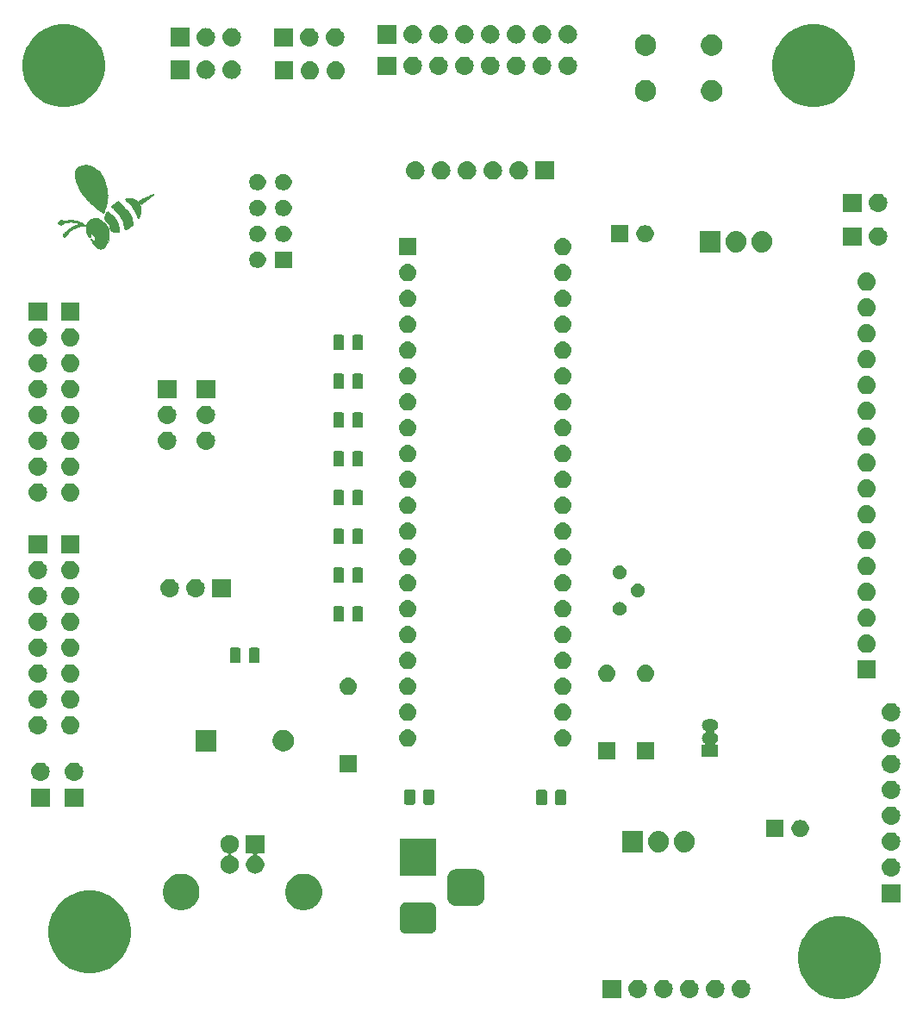
<source format=gts>
G04 #@! TF.GenerationSoftware,KiCad,Pcbnew,5.1.2-f72e74a~84~ubuntu19.04.1*
G04 #@! TF.CreationDate,2019-06-29T01:26:47-05:00*
G04 #@! TF.ProjectId,pic18,70696331-382e-46b6-9963-61645f706362,rev?*
G04 #@! TF.SameCoordinates,Original*
G04 #@! TF.FileFunction,Soldermask,Top*
G04 #@! TF.FilePolarity,Negative*
%FSLAX46Y46*%
G04 Gerber Fmt 4.6, Leading zero omitted, Abs format (unit mm)*
G04 Created by KiCad (PCBNEW 5.1.2-f72e74a~84~ubuntu19.04.1) date 2019-06-29 01:26:47*
%MOMM*%
%LPD*%
G04 APERTURE LIST*
%ADD10C,0.010000*%
%ADD11C,0.100000*%
G04 APERTURE END LIST*
D10*
G36*
X103713385Y-63471012D02*
G01*
X103824834Y-63429295D01*
X103956749Y-63420323D01*
X104061558Y-63436561D01*
X104154094Y-63460389D01*
X104203857Y-63476559D01*
X104217418Y-63488139D01*
X104201347Y-63498200D01*
X104196845Y-63499747D01*
X104194430Y-63509789D01*
X104228620Y-63518481D01*
X104281277Y-63519049D01*
X104304971Y-63510159D01*
X104295630Y-63496433D01*
X104263533Y-63491557D01*
X104239003Y-63487642D01*
X104256250Y-63479480D01*
X104306867Y-63468435D01*
X104382446Y-63455872D01*
X104474580Y-63443155D01*
X104574863Y-63431646D01*
X104674885Y-63422711D01*
X104697645Y-63421119D01*
X104888554Y-63413353D01*
X105049463Y-63419360D01*
X105199517Y-63441298D01*
X105357860Y-63481329D01*
X105430871Y-63503874D01*
X105567818Y-63552053D01*
X105712680Y-63610228D01*
X105857725Y-63674475D01*
X105995221Y-63740871D01*
X106117437Y-63805492D01*
X106216640Y-63864417D01*
X106285097Y-63913719D01*
X106315078Y-63949478D01*
X106315740Y-63952855D01*
X106293913Y-63968882D01*
X106233518Y-63982453D01*
X106146481Y-63990999D01*
X106136320Y-63991498D01*
X106119495Y-63992527D01*
X106174846Y-63926562D01*
X106188572Y-63933557D01*
X106198560Y-63924488D01*
X106204842Y-63902630D01*
X106196485Y-63900774D01*
X106174910Y-63921786D01*
X106174846Y-63926562D01*
X106119495Y-63992527D01*
X106003261Y-63999632D01*
X105864262Y-64011809D01*
X105731640Y-64026569D01*
X105617708Y-64042453D01*
X105534783Y-64057999D01*
X105505856Y-64066246D01*
X105454340Y-64085140D01*
X105374581Y-64113937D01*
X105303288Y-64139458D01*
X105139469Y-64211987D01*
X105091157Y-64240378D01*
X105173895Y-64141774D01*
X105195681Y-64137679D01*
X105241634Y-64116153D01*
X105255004Y-64105058D01*
X105249925Y-64094901D01*
X105249606Y-64094961D01*
X105359103Y-63964467D01*
X105369539Y-63970214D01*
X105402930Y-63962981D01*
X105424223Y-63943069D01*
X105421516Y-63931662D01*
X105396363Y-63936410D01*
X105377209Y-63945635D01*
X105359103Y-63964467D01*
X105249606Y-64094961D01*
X105228140Y-64098996D01*
X105182187Y-64120523D01*
X105168817Y-64131618D01*
X105173895Y-64141774D01*
X105091157Y-64240378D01*
X104970316Y-64311391D01*
X104808655Y-64428205D01*
X104667306Y-64552963D01*
X104559096Y-64676199D01*
X104541038Y-64702124D01*
X104443503Y-64844355D01*
X104363717Y-64947025D01*
X104296663Y-65015648D01*
X104237323Y-65055736D01*
X104209403Y-65066676D01*
X104201628Y-65067028D01*
X104437014Y-64786506D01*
X104454799Y-64784950D01*
X104453243Y-64767165D01*
X104435457Y-64768720D01*
X104437014Y-64786506D01*
X104201628Y-65067028D01*
X104161656Y-65068838D01*
X104452317Y-64722441D01*
X104466043Y-64729435D01*
X104476031Y-64720367D01*
X104482313Y-64698508D01*
X104473957Y-64696652D01*
X104452381Y-64717664D01*
X104452317Y-64722441D01*
X104161656Y-65068838D01*
X104125826Y-65070462D01*
X104061744Y-65032304D01*
X104026704Y-64961257D01*
X104282282Y-64656671D01*
X104300067Y-64655115D01*
X104298511Y-64637329D01*
X104280726Y-64638885D01*
X104282282Y-64656671D01*
X104026704Y-64961257D01*
X104025880Y-64959585D01*
X104021346Y-64907393D01*
X104028187Y-64850242D01*
X104051306Y-64801834D01*
X104100254Y-64745294D01*
X104129424Y-64716406D01*
X104195682Y-64656682D01*
X104254629Y-64611223D01*
X104282866Y-64594791D01*
X104324547Y-64568902D01*
X104389456Y-64518712D01*
X104464169Y-64454654D01*
X104470537Y-64448909D01*
X104608599Y-64327489D01*
X104732799Y-64228306D01*
X104854097Y-64144890D01*
X104983449Y-64070771D01*
X105131811Y-63999482D01*
X105310141Y-63924552D01*
X105453986Y-63868270D01*
X105557829Y-63824870D01*
X105614789Y-63792537D01*
X105623833Y-63771863D01*
X105623276Y-63771363D01*
X105569179Y-63740151D01*
X105491107Y-63709044D01*
X105414734Y-63687377D01*
X105394479Y-63684723D01*
X105478809Y-63584222D01*
X105496594Y-63582666D01*
X105495038Y-63564881D01*
X105477253Y-63566437D01*
X105478809Y-63584222D01*
X105394479Y-63684723D01*
X105379630Y-63682779D01*
X105324219Y-63673076D01*
X105261929Y-63653162D01*
X105354228Y-63543164D01*
X105397698Y-63561530D01*
X105432001Y-63565885D01*
X105437789Y-63559189D01*
X105415259Y-63542109D01*
X105383810Y-63533445D01*
X105346738Y-63531481D01*
X105354228Y-63543164D01*
X105261929Y-63653162D01*
X105251753Y-63649909D01*
X105239921Y-63645235D01*
X105204668Y-63635973D01*
X105294731Y-63528641D01*
X105312516Y-63527084D01*
X105310960Y-63509299D01*
X105293174Y-63510855D01*
X105294731Y-63528641D01*
X105204668Y-63635973D01*
X105149665Y-63621522D01*
X105023431Y-63605810D01*
X104875155Y-63598415D01*
X104766998Y-63599272D01*
X104876375Y-63468921D01*
X104891133Y-63473285D01*
X104928238Y-63471233D01*
X104933373Y-63456463D01*
X104930827Y-63454006D01*
X104902939Y-63454017D01*
X104889759Y-63457599D01*
X104876375Y-63468921D01*
X104766998Y-63599272D01*
X104718767Y-63599655D01*
X104568200Y-63609846D01*
X104447791Y-63627206D01*
X104326007Y-63655640D01*
X104238864Y-63688700D01*
X104170545Y-63732865D01*
X104152559Y-63748169D01*
X104066718Y-63817091D01*
X103990458Y-63855434D01*
X103902265Y-63872404D01*
X103855073Y-63875432D01*
X103774274Y-63870258D01*
X103706733Y-63840248D01*
X103657432Y-63802763D01*
X103601830Y-63751571D01*
X103584492Y-63720678D01*
X103768963Y-63500834D01*
X103786748Y-63499278D01*
X103785192Y-63481493D01*
X103767406Y-63483048D01*
X103768963Y-63500834D01*
X103584492Y-63720678D01*
X103578934Y-63710775D01*
X103579624Y-63687199D01*
X103717162Y-63523287D01*
X103734947Y-63521731D01*
X103733391Y-63503946D01*
X103715606Y-63505502D01*
X103717162Y-63523287D01*
X103579624Y-63687199D01*
X103580379Y-63661393D01*
X103585077Y-63638607D01*
X103630701Y-63541956D01*
X103713385Y-63471012D01*
X103713385Y-63471012D01*
G37*
X103713385Y-63471012D02*
X103824834Y-63429295D01*
X103956749Y-63420323D01*
X104061558Y-63436561D01*
X104154094Y-63460389D01*
X104203857Y-63476559D01*
X104217418Y-63488139D01*
X104201347Y-63498200D01*
X104196845Y-63499747D01*
X104194430Y-63509789D01*
X104228620Y-63518481D01*
X104281277Y-63519049D01*
X104304971Y-63510159D01*
X104295630Y-63496433D01*
X104263533Y-63491557D01*
X104239003Y-63487642D01*
X104256250Y-63479480D01*
X104306867Y-63468435D01*
X104382446Y-63455872D01*
X104474580Y-63443155D01*
X104574863Y-63431646D01*
X104674885Y-63422711D01*
X104697645Y-63421119D01*
X104888554Y-63413353D01*
X105049463Y-63419360D01*
X105199517Y-63441298D01*
X105357860Y-63481329D01*
X105430871Y-63503874D01*
X105567818Y-63552053D01*
X105712680Y-63610228D01*
X105857725Y-63674475D01*
X105995221Y-63740871D01*
X106117437Y-63805492D01*
X106216640Y-63864417D01*
X106285097Y-63913719D01*
X106315078Y-63949478D01*
X106315740Y-63952855D01*
X106293913Y-63968882D01*
X106233518Y-63982453D01*
X106146481Y-63990999D01*
X106136320Y-63991498D01*
X106119495Y-63992527D01*
X106174846Y-63926562D01*
X106188572Y-63933557D01*
X106198560Y-63924488D01*
X106204842Y-63902630D01*
X106196485Y-63900774D01*
X106174910Y-63921786D01*
X106174846Y-63926562D01*
X106119495Y-63992527D01*
X106003261Y-63999632D01*
X105864262Y-64011809D01*
X105731640Y-64026569D01*
X105617708Y-64042453D01*
X105534783Y-64057999D01*
X105505856Y-64066246D01*
X105454340Y-64085140D01*
X105374581Y-64113937D01*
X105303288Y-64139458D01*
X105139469Y-64211987D01*
X105091157Y-64240378D01*
X105173895Y-64141774D01*
X105195681Y-64137679D01*
X105241634Y-64116153D01*
X105255004Y-64105058D01*
X105249925Y-64094901D01*
X105249606Y-64094961D01*
X105359103Y-63964467D01*
X105369539Y-63970214D01*
X105402930Y-63962981D01*
X105424223Y-63943069D01*
X105421516Y-63931662D01*
X105396363Y-63936410D01*
X105377209Y-63945635D01*
X105359103Y-63964467D01*
X105249606Y-64094961D01*
X105228140Y-64098996D01*
X105182187Y-64120523D01*
X105168817Y-64131618D01*
X105173895Y-64141774D01*
X105091157Y-64240378D01*
X104970316Y-64311391D01*
X104808655Y-64428205D01*
X104667306Y-64552963D01*
X104559096Y-64676199D01*
X104541038Y-64702124D01*
X104443503Y-64844355D01*
X104363717Y-64947025D01*
X104296663Y-65015648D01*
X104237323Y-65055736D01*
X104209403Y-65066676D01*
X104201628Y-65067028D01*
X104437014Y-64786506D01*
X104454799Y-64784950D01*
X104453243Y-64767165D01*
X104435457Y-64768720D01*
X104437014Y-64786506D01*
X104201628Y-65067028D01*
X104161656Y-65068838D01*
X104452317Y-64722441D01*
X104466043Y-64729435D01*
X104476031Y-64720367D01*
X104482313Y-64698508D01*
X104473957Y-64696652D01*
X104452381Y-64717664D01*
X104452317Y-64722441D01*
X104161656Y-65068838D01*
X104125826Y-65070462D01*
X104061744Y-65032304D01*
X104026704Y-64961257D01*
X104282282Y-64656671D01*
X104300067Y-64655115D01*
X104298511Y-64637329D01*
X104280726Y-64638885D01*
X104282282Y-64656671D01*
X104026704Y-64961257D01*
X104025880Y-64959585D01*
X104021346Y-64907393D01*
X104028187Y-64850242D01*
X104051306Y-64801834D01*
X104100254Y-64745294D01*
X104129424Y-64716406D01*
X104195682Y-64656682D01*
X104254629Y-64611223D01*
X104282866Y-64594791D01*
X104324547Y-64568902D01*
X104389456Y-64518712D01*
X104464169Y-64454654D01*
X104470537Y-64448909D01*
X104608599Y-64327489D01*
X104732799Y-64228306D01*
X104854097Y-64144890D01*
X104983449Y-64070771D01*
X105131811Y-63999482D01*
X105310141Y-63924552D01*
X105453986Y-63868270D01*
X105557829Y-63824870D01*
X105614789Y-63792537D01*
X105623833Y-63771863D01*
X105623276Y-63771363D01*
X105569179Y-63740151D01*
X105491107Y-63709044D01*
X105414734Y-63687377D01*
X105394479Y-63684723D01*
X105478809Y-63584222D01*
X105496594Y-63582666D01*
X105495038Y-63564881D01*
X105477253Y-63566437D01*
X105478809Y-63584222D01*
X105394479Y-63684723D01*
X105379630Y-63682779D01*
X105324219Y-63673076D01*
X105261929Y-63653162D01*
X105354228Y-63543164D01*
X105397698Y-63561530D01*
X105432001Y-63565885D01*
X105437789Y-63559189D01*
X105415259Y-63542109D01*
X105383810Y-63533445D01*
X105346738Y-63531481D01*
X105354228Y-63543164D01*
X105261929Y-63653162D01*
X105251753Y-63649909D01*
X105239921Y-63645235D01*
X105204668Y-63635973D01*
X105294731Y-63528641D01*
X105312516Y-63527084D01*
X105310960Y-63509299D01*
X105293174Y-63510855D01*
X105294731Y-63528641D01*
X105204668Y-63635973D01*
X105149665Y-63621522D01*
X105023431Y-63605810D01*
X104875155Y-63598415D01*
X104766998Y-63599272D01*
X104876375Y-63468921D01*
X104891133Y-63473285D01*
X104928238Y-63471233D01*
X104933373Y-63456463D01*
X104930827Y-63454006D01*
X104902939Y-63454017D01*
X104889759Y-63457599D01*
X104876375Y-63468921D01*
X104766998Y-63599272D01*
X104718767Y-63599655D01*
X104568200Y-63609846D01*
X104447791Y-63627206D01*
X104326007Y-63655640D01*
X104238864Y-63688700D01*
X104170545Y-63732865D01*
X104152559Y-63748169D01*
X104066718Y-63817091D01*
X103990458Y-63855434D01*
X103902265Y-63872404D01*
X103855073Y-63875432D01*
X103774274Y-63870258D01*
X103706733Y-63840248D01*
X103657432Y-63802763D01*
X103601830Y-63751571D01*
X103584492Y-63720678D01*
X103768963Y-63500834D01*
X103786748Y-63499278D01*
X103785192Y-63481493D01*
X103767406Y-63483048D01*
X103768963Y-63500834D01*
X103584492Y-63720678D01*
X103578934Y-63710775D01*
X103579624Y-63687199D01*
X103717162Y-63523287D01*
X103734947Y-63521731D01*
X103733391Y-63503946D01*
X103715606Y-63505502D01*
X103717162Y-63523287D01*
X103579624Y-63687199D01*
X103580379Y-63661393D01*
X103585077Y-63638607D01*
X103630701Y-63541956D01*
X103713385Y-63471012D01*
G36*
X105597161Y-58174848D02*
G01*
X105644465Y-58145901D01*
X105719948Y-58107678D01*
X105798989Y-58079313D01*
X105894525Y-58057591D01*
X106019490Y-58039299D01*
X106118481Y-58028162D01*
X106282279Y-58013423D01*
X106412754Y-58009676D01*
X106526315Y-58019154D01*
X106639371Y-58044090D01*
X106768331Y-58086719D01*
X106888801Y-58133007D01*
X107098264Y-58234535D01*
X107307127Y-58369276D01*
X107500151Y-58525845D01*
X107662099Y-58692861D01*
X107697784Y-58737308D01*
X107882899Y-59001645D01*
X108031628Y-59262501D01*
X108139814Y-59512316D01*
X108164066Y-59585027D01*
X108195770Y-59691660D01*
X108220234Y-59781372D01*
X108234423Y-59842570D01*
X108236637Y-59862094D01*
X108243963Y-59899996D01*
X108267231Y-59965451D01*
X108285755Y-60009163D01*
X108306011Y-60074323D01*
X108328259Y-60178627D01*
X108351053Y-60310838D01*
X108372946Y-60459721D01*
X108392493Y-60614039D01*
X108408247Y-60762557D01*
X108418763Y-60894039D01*
X108422593Y-60997247D01*
X108419923Y-61051536D01*
X108417344Y-61118748D01*
X108426743Y-61166477D01*
X108427087Y-61167113D01*
X108431780Y-61214607D01*
X108420661Y-61251448D01*
X108407369Y-61297604D01*
X108391683Y-61380487D01*
X108375963Y-61486552D01*
X108367178Y-61558502D01*
X108353013Y-61679577D01*
X108338642Y-61793251D01*
X108326239Y-61882691D01*
X108321097Y-61915156D01*
X108307239Y-61971635D01*
X108280852Y-62060253D01*
X108245545Y-62170527D01*
X108204931Y-62291971D01*
X108162619Y-62414103D01*
X108122222Y-62526439D01*
X108087349Y-62618493D01*
X108061611Y-62679783D01*
X108051373Y-62698302D01*
X108013514Y-62716141D01*
X107980332Y-62719859D01*
X107942428Y-62703683D01*
X107872237Y-62658306D01*
X107775163Y-62588133D01*
X107656610Y-62497571D01*
X107521981Y-62391024D01*
X107376681Y-62272899D01*
X107226113Y-62147598D01*
X107140765Y-62074937D01*
X108323845Y-60664997D01*
X108341630Y-60663441D01*
X108340074Y-60645656D01*
X108322289Y-60647212D01*
X108323845Y-60664997D01*
X107140765Y-62074937D01*
X107075681Y-62019528D01*
X106930791Y-61893094D01*
X106796843Y-61772700D01*
X106679243Y-61662754D01*
X106655890Y-61640197D01*
X106425215Y-61408872D01*
X106229681Y-61196154D01*
X106107517Y-61047731D01*
X106124338Y-61027684D01*
X106146196Y-61033965D01*
X106148052Y-61025609D01*
X106127041Y-61004034D01*
X106122264Y-61003970D01*
X106115270Y-61017696D01*
X106124338Y-61027684D01*
X106107517Y-61047731D01*
X106062307Y-60992804D01*
X106049933Y-60975604D01*
X106072541Y-60948660D01*
X106100612Y-60966154D01*
X106106451Y-60959803D01*
X106084439Y-60933464D01*
X106070662Y-60927169D01*
X106056129Y-60929610D01*
X106072541Y-60948660D01*
X106049933Y-60975604D01*
X105916111Y-60789579D01*
X105784111Y-60577239D01*
X105762022Y-60536402D01*
X105783419Y-60510902D01*
X105801204Y-60509346D01*
X105799649Y-60491560D01*
X105781863Y-60493117D01*
X105783419Y-60510902D01*
X105762022Y-60536402D01*
X105659324Y-60346542D01*
X105621794Y-60271442D01*
X105597487Y-60221850D01*
X105629356Y-60183871D01*
X105647143Y-60182314D01*
X105645586Y-60164529D01*
X105627801Y-60166085D01*
X105629356Y-60183871D01*
X105597487Y-60221850D01*
X105578030Y-60182152D01*
X105573264Y-60172159D01*
X105606903Y-60132070D01*
X105624689Y-60130514D01*
X105623132Y-60112729D01*
X105605347Y-60114285D01*
X105606903Y-60132070D01*
X105573264Y-60172159D01*
X105544428Y-60111688D01*
X105516575Y-60049077D01*
X105490058Y-59983349D01*
X105460465Y-59903530D01*
X105443476Y-59855479D01*
X106851683Y-58177242D01*
X106869469Y-58175687D01*
X106867913Y-58157900D01*
X106850127Y-58159457D01*
X106851683Y-58177242D01*
X105443476Y-59855479D01*
X105423383Y-59798650D01*
X105374400Y-59657736D01*
X105370832Y-59647454D01*
X105314034Y-59452144D01*
X105273196Y-59245818D01*
X105249671Y-59041655D01*
X105244817Y-58852832D01*
X105259993Y-58692528D01*
X105268426Y-58652885D01*
X105339542Y-58461464D01*
X105449550Y-58301537D01*
X105597161Y-58174848D01*
X105597161Y-58174848D01*
G37*
X105597161Y-58174848D02*
X105644465Y-58145901D01*
X105719948Y-58107678D01*
X105798989Y-58079313D01*
X105894525Y-58057591D01*
X106019490Y-58039299D01*
X106118481Y-58028162D01*
X106282279Y-58013423D01*
X106412754Y-58009676D01*
X106526315Y-58019154D01*
X106639371Y-58044090D01*
X106768331Y-58086719D01*
X106888801Y-58133007D01*
X107098264Y-58234535D01*
X107307127Y-58369276D01*
X107500151Y-58525845D01*
X107662099Y-58692861D01*
X107697784Y-58737308D01*
X107882899Y-59001645D01*
X108031628Y-59262501D01*
X108139814Y-59512316D01*
X108164066Y-59585027D01*
X108195770Y-59691660D01*
X108220234Y-59781372D01*
X108234423Y-59842570D01*
X108236637Y-59862094D01*
X108243963Y-59899996D01*
X108267231Y-59965451D01*
X108285755Y-60009163D01*
X108306011Y-60074323D01*
X108328259Y-60178627D01*
X108351053Y-60310838D01*
X108372946Y-60459721D01*
X108392493Y-60614039D01*
X108408247Y-60762557D01*
X108418763Y-60894039D01*
X108422593Y-60997247D01*
X108419923Y-61051536D01*
X108417344Y-61118748D01*
X108426743Y-61166477D01*
X108427087Y-61167113D01*
X108431780Y-61214607D01*
X108420661Y-61251448D01*
X108407369Y-61297604D01*
X108391683Y-61380487D01*
X108375963Y-61486552D01*
X108367178Y-61558502D01*
X108353013Y-61679577D01*
X108338642Y-61793251D01*
X108326239Y-61882691D01*
X108321097Y-61915156D01*
X108307239Y-61971635D01*
X108280852Y-62060253D01*
X108245545Y-62170527D01*
X108204931Y-62291971D01*
X108162619Y-62414103D01*
X108122222Y-62526439D01*
X108087349Y-62618493D01*
X108061611Y-62679783D01*
X108051373Y-62698302D01*
X108013514Y-62716141D01*
X107980332Y-62719859D01*
X107942428Y-62703683D01*
X107872237Y-62658306D01*
X107775163Y-62588133D01*
X107656610Y-62497571D01*
X107521981Y-62391024D01*
X107376681Y-62272899D01*
X107226113Y-62147598D01*
X107140765Y-62074937D01*
X108323845Y-60664997D01*
X108341630Y-60663441D01*
X108340074Y-60645656D01*
X108322289Y-60647212D01*
X108323845Y-60664997D01*
X107140765Y-62074937D01*
X107075681Y-62019528D01*
X106930791Y-61893094D01*
X106796843Y-61772700D01*
X106679243Y-61662754D01*
X106655890Y-61640197D01*
X106425215Y-61408872D01*
X106229681Y-61196154D01*
X106107517Y-61047731D01*
X106124338Y-61027684D01*
X106146196Y-61033965D01*
X106148052Y-61025609D01*
X106127041Y-61004034D01*
X106122264Y-61003970D01*
X106115270Y-61017696D01*
X106124338Y-61027684D01*
X106107517Y-61047731D01*
X106062307Y-60992804D01*
X106049933Y-60975604D01*
X106072541Y-60948660D01*
X106100612Y-60966154D01*
X106106451Y-60959803D01*
X106084439Y-60933464D01*
X106070662Y-60927169D01*
X106056129Y-60929610D01*
X106072541Y-60948660D01*
X106049933Y-60975604D01*
X105916111Y-60789579D01*
X105784111Y-60577239D01*
X105762022Y-60536402D01*
X105783419Y-60510902D01*
X105801204Y-60509346D01*
X105799649Y-60491560D01*
X105781863Y-60493117D01*
X105783419Y-60510902D01*
X105762022Y-60536402D01*
X105659324Y-60346542D01*
X105621794Y-60271442D01*
X105597487Y-60221850D01*
X105629356Y-60183871D01*
X105647143Y-60182314D01*
X105645586Y-60164529D01*
X105627801Y-60166085D01*
X105629356Y-60183871D01*
X105597487Y-60221850D01*
X105578030Y-60182152D01*
X105573264Y-60172159D01*
X105606903Y-60132070D01*
X105624689Y-60130514D01*
X105623132Y-60112729D01*
X105605347Y-60114285D01*
X105606903Y-60132070D01*
X105573264Y-60172159D01*
X105544428Y-60111688D01*
X105516575Y-60049077D01*
X105490058Y-59983349D01*
X105460465Y-59903530D01*
X105443476Y-59855479D01*
X106851683Y-58177242D01*
X106869469Y-58175687D01*
X106867913Y-58157900D01*
X106850127Y-58159457D01*
X106851683Y-58177242D01*
X105443476Y-59855479D01*
X105423383Y-59798650D01*
X105374400Y-59657736D01*
X105370832Y-59647454D01*
X105314034Y-59452144D01*
X105273196Y-59245818D01*
X105249671Y-59041655D01*
X105244817Y-58852832D01*
X105259993Y-58692528D01*
X105268426Y-58652885D01*
X105339542Y-58461464D01*
X105449550Y-58301537D01*
X105597161Y-58174848D01*
G36*
X106568011Y-63498103D02*
G01*
X106706723Y-63396403D01*
X106879366Y-63315241D01*
X107071532Y-63260537D01*
X107188333Y-63243064D01*
X107331891Y-63238713D01*
X107465759Y-63257757D01*
X107599569Y-63303830D01*
X107742956Y-63380562D01*
X107905553Y-63491585D01*
X107963827Y-63535417D01*
X108069302Y-63618098D01*
X108146296Y-63685137D01*
X108207687Y-63749853D01*
X108266358Y-63825576D01*
X108321896Y-63905856D01*
X108382004Y-63993786D01*
X108432507Y-64065450D01*
X108466186Y-64110715D01*
X108474872Y-64120643D01*
X108491680Y-64159173D01*
X108509061Y-64245375D01*
X108526632Y-64376430D01*
X108544008Y-64549520D01*
X108559546Y-64744147D01*
X108568375Y-64891268D01*
X108569414Y-65005879D01*
X108561115Y-65105578D01*
X108541933Y-65207966D01*
X108510317Y-65330640D01*
X108506896Y-65342966D01*
X108430802Y-65567534D01*
X108335386Y-65770393D01*
X108225258Y-65944157D01*
X108105024Y-66081441D01*
X107992595Y-66167340D01*
X107848029Y-66225483D01*
X107698613Y-66234233D01*
X107622510Y-66214380D01*
X107642378Y-66190702D01*
X107660164Y-66189146D01*
X107658607Y-66171361D01*
X107640822Y-66172917D01*
X107642378Y-66190702D01*
X107622510Y-66214380D01*
X107545625Y-66194325D01*
X107390343Y-66106488D01*
X107390296Y-66106449D01*
X108514366Y-64766834D01*
X108525802Y-64764721D01*
X108535392Y-64726213D01*
X108533223Y-64696958D01*
X108519621Y-64665764D01*
X108508185Y-64667877D01*
X108498596Y-64706386D01*
X108500764Y-64735641D01*
X108514366Y-64766834D01*
X107390296Y-66106449D01*
X107234042Y-65971456D01*
X107078001Y-65789960D01*
X107038544Y-65731933D01*
X107256887Y-65471721D01*
X107274672Y-65470165D01*
X107273116Y-65452380D01*
X107255331Y-65453936D01*
X107256887Y-65471721D01*
X107038544Y-65731933D01*
X106923495Y-65562733D01*
X106915754Y-65550055D01*
X106842881Y-65420402D01*
X106802029Y-65325139D01*
X106792902Y-65265395D01*
X106815202Y-65242296D01*
X106868633Y-65256971D01*
X106952895Y-65310546D01*
X106974612Y-65326948D01*
X107050015Y-65384039D01*
X107097315Y-65413683D01*
X107128101Y-65419655D01*
X107153959Y-65405722D01*
X107170530Y-65390704D01*
X107208985Y-65321748D01*
X107210901Y-65229721D01*
X107179485Y-65122701D01*
X107117944Y-65008761D01*
X107029487Y-64895978D01*
X106940194Y-64810920D01*
X106869188Y-64755215D01*
X106805213Y-64710966D01*
X106777701Y-64695358D01*
X106744227Y-64682423D01*
X106734790Y-64693538D01*
X106746428Y-64738548D01*
X106756018Y-64767352D01*
X106770024Y-64829618D01*
X106780196Y-64912686D01*
X106785583Y-64999691D01*
X106785234Y-65073771D01*
X106778198Y-65118060D01*
X106776004Y-65121742D01*
X106747584Y-65121599D01*
X106691084Y-65104446D01*
X106623070Y-65076870D01*
X106560106Y-65045452D01*
X106524088Y-65021628D01*
X106479565Y-64959125D01*
X106439317Y-64854747D01*
X106404909Y-64717045D01*
X106377902Y-64554565D01*
X106359861Y-64375859D01*
X106352347Y-64189475D01*
X106353255Y-64087253D01*
X106370967Y-63930047D01*
X106412079Y-63774017D01*
X106471210Y-63633912D01*
X106542987Y-63524481D01*
X106568011Y-63498103D01*
X106568011Y-63498103D01*
G37*
X106568011Y-63498103D02*
X106706723Y-63396403D01*
X106879366Y-63315241D01*
X107071532Y-63260537D01*
X107188333Y-63243064D01*
X107331891Y-63238713D01*
X107465759Y-63257757D01*
X107599569Y-63303830D01*
X107742956Y-63380562D01*
X107905553Y-63491585D01*
X107963827Y-63535417D01*
X108069302Y-63618098D01*
X108146296Y-63685137D01*
X108207687Y-63749853D01*
X108266358Y-63825576D01*
X108321896Y-63905856D01*
X108382004Y-63993786D01*
X108432507Y-64065450D01*
X108466186Y-64110715D01*
X108474872Y-64120643D01*
X108491680Y-64159173D01*
X108509061Y-64245375D01*
X108526632Y-64376430D01*
X108544008Y-64549520D01*
X108559546Y-64744147D01*
X108568375Y-64891268D01*
X108569414Y-65005879D01*
X108561115Y-65105578D01*
X108541933Y-65207966D01*
X108510317Y-65330640D01*
X108506896Y-65342966D01*
X108430802Y-65567534D01*
X108335386Y-65770393D01*
X108225258Y-65944157D01*
X108105024Y-66081441D01*
X107992595Y-66167340D01*
X107848029Y-66225483D01*
X107698613Y-66234233D01*
X107622510Y-66214380D01*
X107642378Y-66190702D01*
X107660164Y-66189146D01*
X107658607Y-66171361D01*
X107640822Y-66172917D01*
X107642378Y-66190702D01*
X107622510Y-66214380D01*
X107545625Y-66194325D01*
X107390343Y-66106488D01*
X107390296Y-66106449D01*
X108514366Y-64766834D01*
X108525802Y-64764721D01*
X108535392Y-64726213D01*
X108533223Y-64696958D01*
X108519621Y-64665764D01*
X108508185Y-64667877D01*
X108498596Y-64706386D01*
X108500764Y-64735641D01*
X108514366Y-64766834D01*
X107390296Y-66106449D01*
X107234042Y-65971456D01*
X107078001Y-65789960D01*
X107038544Y-65731933D01*
X107256887Y-65471721D01*
X107274672Y-65470165D01*
X107273116Y-65452380D01*
X107255331Y-65453936D01*
X107256887Y-65471721D01*
X107038544Y-65731933D01*
X106923495Y-65562733D01*
X106915754Y-65550055D01*
X106842881Y-65420402D01*
X106802029Y-65325139D01*
X106792902Y-65265395D01*
X106815202Y-65242296D01*
X106868633Y-65256971D01*
X106952895Y-65310546D01*
X106974612Y-65326948D01*
X107050015Y-65384039D01*
X107097315Y-65413683D01*
X107128101Y-65419655D01*
X107153959Y-65405722D01*
X107170530Y-65390704D01*
X107208985Y-65321748D01*
X107210901Y-65229721D01*
X107179485Y-65122701D01*
X107117944Y-65008761D01*
X107029487Y-64895978D01*
X106940194Y-64810920D01*
X106869188Y-64755215D01*
X106805213Y-64710966D01*
X106777701Y-64695358D01*
X106744227Y-64682423D01*
X106734790Y-64693538D01*
X106746428Y-64738548D01*
X106756018Y-64767352D01*
X106770024Y-64829618D01*
X106780196Y-64912686D01*
X106785583Y-64999691D01*
X106785234Y-65073771D01*
X106778198Y-65118060D01*
X106776004Y-65121742D01*
X106747584Y-65121599D01*
X106691084Y-65104446D01*
X106623070Y-65076870D01*
X106560106Y-65045452D01*
X106524088Y-65021628D01*
X106479565Y-64959125D01*
X106439317Y-64854747D01*
X106404909Y-64717045D01*
X106377902Y-64554565D01*
X106359861Y-64375859D01*
X106352347Y-64189475D01*
X106353255Y-64087253D01*
X106370967Y-63930047D01*
X106412079Y-63774017D01*
X106471210Y-63633912D01*
X106542987Y-63524481D01*
X106568011Y-63498103D01*
G36*
X108367643Y-62604755D02*
G01*
X108425535Y-62586731D01*
X108460133Y-62584399D01*
X108499228Y-62602781D01*
X108565152Y-62650071D01*
X108649583Y-62718919D01*
X108744205Y-62801975D01*
X108840696Y-62891891D01*
X108930735Y-62981319D01*
X109006003Y-63062908D01*
X109018558Y-63077646D01*
X109126646Y-63212795D01*
X109228146Y-63350894D01*
X109316310Y-63481904D01*
X109384396Y-63595790D01*
X109425659Y-63682514D01*
X109426480Y-63684779D01*
X109450316Y-63754960D01*
X109482101Y-63853052D01*
X109515219Y-63958609D01*
X109517294Y-63965351D01*
X109545978Y-64055813D01*
X109569796Y-64125698D01*
X109584443Y-64162505D01*
X109586033Y-64164947D01*
X109592742Y-64197065D01*
X109594202Y-64263201D01*
X109591327Y-64347250D01*
X109585038Y-64433110D01*
X109576252Y-64504679D01*
X109565887Y-64545854D01*
X109564160Y-64548527D01*
X109522003Y-64575376D01*
X109493116Y-64584094D01*
X109452307Y-64588208D01*
X109489668Y-64543683D01*
X109509965Y-64534806D01*
X109535530Y-64500995D01*
X109551892Y-64463793D01*
X109552120Y-64450710D01*
X109536261Y-64450918D01*
X109513203Y-64482030D01*
X109492451Y-64525897D01*
X109489668Y-64543683D01*
X109452307Y-64588208D01*
X109409721Y-64592502D01*
X109298120Y-64594523D01*
X109176119Y-64590854D01*
X109061520Y-64582189D01*
X108972130Y-64569224D01*
X108946682Y-64562757D01*
X108851003Y-64524188D01*
X108787145Y-64472883D01*
X108779672Y-64459614D01*
X108808397Y-64425381D01*
X108811875Y-64423792D01*
X108813070Y-64394716D01*
X108810680Y-64385938D01*
X108796732Y-64365837D01*
X108793253Y-64367425D01*
X108792059Y-64396502D01*
X108794450Y-64405280D01*
X108808397Y-64425381D01*
X108779672Y-64459614D01*
X108743743Y-64395800D01*
X108733062Y-64360599D01*
X109328800Y-63650627D01*
X109350658Y-63656909D01*
X109352514Y-63648553D01*
X109331502Y-63626977D01*
X109326725Y-63626913D01*
X109319732Y-63640640D01*
X109328800Y-63650627D01*
X108733062Y-64360599D01*
X108712994Y-64294459D01*
X108669754Y-64128363D01*
X108630681Y-64000907D01*
X108590704Y-63901088D01*
X108544754Y-63817899D01*
X108487761Y-63740338D01*
X108424379Y-63667923D01*
X108372884Y-63610520D01*
X108306352Y-63534530D01*
X108235654Y-63452592D01*
X108171664Y-63377349D01*
X108125254Y-63321439D01*
X108112772Y-63305653D01*
X108099079Y-63251823D01*
X108104290Y-63198330D01*
X108246859Y-63028422D01*
X108260586Y-63035415D01*
X108270573Y-63026346D01*
X108276855Y-63004488D01*
X108268499Y-63002633D01*
X108246923Y-63023644D01*
X108246859Y-63028422D01*
X108104290Y-63198330D01*
X108107451Y-63165880D01*
X108108954Y-63160037D01*
X108274020Y-62963319D01*
X108291805Y-62961763D01*
X108290249Y-62943978D01*
X108278447Y-62945010D01*
X108495843Y-62685928D01*
X108553039Y-62726393D01*
X108593876Y-62745855D01*
X108627274Y-62754029D01*
X108619596Y-62737116D01*
X108606644Y-62722193D01*
X108555638Y-62683806D01*
X108508610Y-62662266D01*
X108445265Y-62641398D01*
X108495843Y-62685928D01*
X108278447Y-62945010D01*
X108272464Y-62945534D01*
X108274020Y-62963319D01*
X108108954Y-63160037D01*
X108134807Y-63059500D01*
X108178064Y-62944358D01*
X108234141Y-62832130D01*
X108240757Y-62820805D01*
X108280806Y-62746340D01*
X108305264Y-62686977D01*
X108309192Y-62660170D01*
X108322743Y-62632305D01*
X108367643Y-62604755D01*
X108367643Y-62604755D01*
G37*
X108367643Y-62604755D02*
X108425535Y-62586731D01*
X108460133Y-62584399D01*
X108499228Y-62602781D01*
X108565152Y-62650071D01*
X108649583Y-62718919D01*
X108744205Y-62801975D01*
X108840696Y-62891891D01*
X108930735Y-62981319D01*
X109006003Y-63062908D01*
X109018558Y-63077646D01*
X109126646Y-63212795D01*
X109228146Y-63350894D01*
X109316310Y-63481904D01*
X109384396Y-63595790D01*
X109425659Y-63682514D01*
X109426480Y-63684779D01*
X109450316Y-63754960D01*
X109482101Y-63853052D01*
X109515219Y-63958609D01*
X109517294Y-63965351D01*
X109545978Y-64055813D01*
X109569796Y-64125698D01*
X109584443Y-64162505D01*
X109586033Y-64164947D01*
X109592742Y-64197065D01*
X109594202Y-64263201D01*
X109591327Y-64347250D01*
X109585038Y-64433110D01*
X109576252Y-64504679D01*
X109565887Y-64545854D01*
X109564160Y-64548527D01*
X109522003Y-64575376D01*
X109493116Y-64584094D01*
X109452307Y-64588208D01*
X109489668Y-64543683D01*
X109509965Y-64534806D01*
X109535530Y-64500995D01*
X109551892Y-64463793D01*
X109552120Y-64450710D01*
X109536261Y-64450918D01*
X109513203Y-64482030D01*
X109492451Y-64525897D01*
X109489668Y-64543683D01*
X109452307Y-64588208D01*
X109409721Y-64592502D01*
X109298120Y-64594523D01*
X109176119Y-64590854D01*
X109061520Y-64582189D01*
X108972130Y-64569224D01*
X108946682Y-64562757D01*
X108851003Y-64524188D01*
X108787145Y-64472883D01*
X108779672Y-64459614D01*
X108808397Y-64425381D01*
X108811875Y-64423792D01*
X108813070Y-64394716D01*
X108810680Y-64385938D01*
X108796732Y-64365837D01*
X108793253Y-64367425D01*
X108792059Y-64396502D01*
X108794450Y-64405280D01*
X108808397Y-64425381D01*
X108779672Y-64459614D01*
X108743743Y-64395800D01*
X108733062Y-64360599D01*
X109328800Y-63650627D01*
X109350658Y-63656909D01*
X109352514Y-63648553D01*
X109331502Y-63626977D01*
X109326725Y-63626913D01*
X109319732Y-63640640D01*
X109328800Y-63650627D01*
X108733062Y-64360599D01*
X108712994Y-64294459D01*
X108669754Y-64128363D01*
X108630681Y-64000907D01*
X108590704Y-63901088D01*
X108544754Y-63817899D01*
X108487761Y-63740338D01*
X108424379Y-63667923D01*
X108372884Y-63610520D01*
X108306352Y-63534530D01*
X108235654Y-63452592D01*
X108171664Y-63377349D01*
X108125254Y-63321439D01*
X108112772Y-63305653D01*
X108099079Y-63251823D01*
X108104290Y-63198330D01*
X108246859Y-63028422D01*
X108260586Y-63035415D01*
X108270573Y-63026346D01*
X108276855Y-63004488D01*
X108268499Y-63002633D01*
X108246923Y-63023644D01*
X108246859Y-63028422D01*
X108104290Y-63198330D01*
X108107451Y-63165880D01*
X108108954Y-63160037D01*
X108274020Y-62963319D01*
X108291805Y-62961763D01*
X108290249Y-62943978D01*
X108278447Y-62945010D01*
X108495843Y-62685928D01*
X108553039Y-62726393D01*
X108593876Y-62745855D01*
X108627274Y-62754029D01*
X108619596Y-62737116D01*
X108606644Y-62722193D01*
X108555638Y-62683806D01*
X108508610Y-62662266D01*
X108445265Y-62641398D01*
X108495843Y-62685928D01*
X108278447Y-62945010D01*
X108272464Y-62945534D01*
X108274020Y-62963319D01*
X108108954Y-63160037D01*
X108134807Y-63059500D01*
X108178064Y-62944358D01*
X108234141Y-62832130D01*
X108240757Y-62820805D01*
X108280806Y-62746340D01*
X108305264Y-62686977D01*
X108309192Y-62660170D01*
X108322743Y-62632305D01*
X108367643Y-62604755D01*
G36*
X111547436Y-61493446D02*
G01*
X111614593Y-61455389D01*
X111706142Y-61407789D01*
X111784368Y-61369342D01*
X111896638Y-61315457D01*
X112038844Y-61247194D01*
X112195400Y-61172040D01*
X112350719Y-61097473D01*
X112405260Y-61071287D01*
X112537135Y-61008921D01*
X112658128Y-60953455D01*
X112758753Y-60909105D01*
X112829528Y-60880087D01*
X112854618Y-60871549D01*
X112905715Y-60861014D01*
X112923949Y-60873691D01*
X112925257Y-60915025D01*
X112916677Y-60971661D01*
X112886504Y-61008309D01*
X112821264Y-61041069D01*
X112818970Y-61042017D01*
X112781080Y-61064878D01*
X112710051Y-61114490D01*
X112612247Y-61186142D01*
X112494029Y-61275126D01*
X112361762Y-61376732D01*
X112270102Y-61448230D01*
X112133429Y-61554345D01*
X112092071Y-61585746D01*
X112227921Y-61423846D01*
X112246602Y-61417509D01*
X112268535Y-61404138D01*
X112326477Y-61364305D01*
X112344791Y-61343702D01*
X112321328Y-61344890D01*
X112317224Y-61346113D01*
X112265133Y-61377114D01*
X112243303Y-61399445D01*
X112227921Y-61423846D01*
X112092071Y-61585746D01*
X112007817Y-61649716D01*
X112007082Y-61650259D01*
X112144333Y-61486690D01*
X112158059Y-61493684D01*
X112168047Y-61484615D01*
X112174328Y-61462757D01*
X112165972Y-61460902D01*
X112144396Y-61481913D01*
X112144333Y-61486690D01*
X112007082Y-61650259D01*
X111899329Y-61729911D01*
X111834189Y-61776179D01*
X111943605Y-61645782D01*
X111963051Y-61638604D01*
X111983299Y-61626230D01*
X112033476Y-61590688D01*
X112064047Y-61562255D01*
X112068261Y-61548979D01*
X112040102Y-61558535D01*
X111983684Y-61597766D01*
X111959130Y-61622430D01*
X111943605Y-61645782D01*
X111834189Y-61776179D01*
X111814026Y-61790501D01*
X111757971Y-61827054D01*
X111739579Y-61835934D01*
X111692961Y-61822671D01*
X111637931Y-61776967D01*
X111583362Y-61711476D01*
X111538124Y-61638857D01*
X111511091Y-61571764D01*
X111511135Y-61522855D01*
X111515384Y-61516114D01*
X111547436Y-61493446D01*
X111547436Y-61493446D01*
G37*
X111547436Y-61493446D02*
X111614593Y-61455389D01*
X111706142Y-61407789D01*
X111784368Y-61369342D01*
X111896638Y-61315457D01*
X112038844Y-61247194D01*
X112195400Y-61172040D01*
X112350719Y-61097473D01*
X112405260Y-61071287D01*
X112537135Y-61008921D01*
X112658128Y-60953455D01*
X112758753Y-60909105D01*
X112829528Y-60880087D01*
X112854618Y-60871549D01*
X112905715Y-60861014D01*
X112923949Y-60873691D01*
X112925257Y-60915025D01*
X112916677Y-60971661D01*
X112886504Y-61008309D01*
X112821264Y-61041069D01*
X112818970Y-61042017D01*
X112781080Y-61064878D01*
X112710051Y-61114490D01*
X112612247Y-61186142D01*
X112494029Y-61275126D01*
X112361762Y-61376732D01*
X112270102Y-61448230D01*
X112133429Y-61554345D01*
X112092071Y-61585746D01*
X112227921Y-61423846D01*
X112246602Y-61417509D01*
X112268535Y-61404138D01*
X112326477Y-61364305D01*
X112344791Y-61343702D01*
X112321328Y-61344890D01*
X112317224Y-61346113D01*
X112265133Y-61377114D01*
X112243303Y-61399445D01*
X112227921Y-61423846D01*
X112092071Y-61585746D01*
X112007817Y-61649716D01*
X112007082Y-61650259D01*
X112144333Y-61486690D01*
X112158059Y-61493684D01*
X112168047Y-61484615D01*
X112174328Y-61462757D01*
X112165972Y-61460902D01*
X112144396Y-61481913D01*
X112144333Y-61486690D01*
X112007082Y-61650259D01*
X111899329Y-61729911D01*
X111834189Y-61776179D01*
X111943605Y-61645782D01*
X111963051Y-61638604D01*
X111983299Y-61626230D01*
X112033476Y-61590688D01*
X112064047Y-61562255D01*
X112068261Y-61548979D01*
X112040102Y-61558535D01*
X111983684Y-61597766D01*
X111959130Y-61622430D01*
X111943605Y-61645782D01*
X111834189Y-61776179D01*
X111814026Y-61790501D01*
X111757971Y-61827054D01*
X111739579Y-61835934D01*
X111692961Y-61822671D01*
X111637931Y-61776967D01*
X111583362Y-61711476D01*
X111538124Y-61638857D01*
X111511091Y-61571764D01*
X111511135Y-61522855D01*
X111515384Y-61516114D01*
X111547436Y-61493446D01*
G36*
X110205520Y-61300983D02*
G01*
X110278740Y-61286345D01*
X110379287Y-61275781D01*
X110495631Y-61269753D01*
X110616235Y-61268717D01*
X110729565Y-61273135D01*
X110824088Y-61283466D01*
X110863249Y-61291666D01*
X111027296Y-61349217D01*
X111193783Y-61431069D01*
X111344255Y-61527062D01*
X111446442Y-61612835D01*
X111552495Y-61749474D01*
X111635958Y-61920097D01*
X111693248Y-62111907D01*
X111720778Y-62312103D01*
X111714964Y-62507885D01*
X111708787Y-62549487D01*
X111683536Y-62666044D01*
X111647933Y-62791020D01*
X111605439Y-62916154D01*
X111559516Y-63033180D01*
X111513626Y-63133836D01*
X111471226Y-63209858D01*
X111435780Y-63252984D01*
X111412569Y-63256744D01*
X111397680Y-63226039D01*
X111378941Y-63164621D01*
X111372289Y-63137809D01*
X111370965Y-63133419D01*
X111557880Y-62910662D01*
X111566179Y-62907725D01*
X111583220Y-62867859D01*
X111588004Y-62843639D01*
X111585669Y-62815298D01*
X111577370Y-62818235D01*
X111560329Y-62858101D01*
X111555545Y-62882322D01*
X111557880Y-62910662D01*
X111370965Y-63133419D01*
X111345473Y-63048857D01*
X111301645Y-62931160D01*
X111246591Y-62797792D01*
X111235464Y-62772784D01*
X111265089Y-62737478D01*
X111282874Y-62735922D01*
X111281318Y-62718137D01*
X111263532Y-62719693D01*
X111265089Y-62737478D01*
X111235464Y-62772784D01*
X111212621Y-62721446D01*
X111242634Y-62685678D01*
X111260421Y-62684122D01*
X111258864Y-62666336D01*
X111241079Y-62667892D01*
X111242634Y-62685678D01*
X111212621Y-62721446D01*
X111186094Y-62661825D01*
X111163719Y-62615150D01*
X111630646Y-62058687D01*
X111636228Y-62057759D01*
X111629516Y-62018739D01*
X111607796Y-61954173D01*
X111596823Y-61927029D01*
X111565117Y-61858168D01*
X111549025Y-61834738D01*
X111549424Y-61853870D01*
X111567189Y-61912695D01*
X111585674Y-61963553D01*
X111612009Y-62026378D01*
X111630646Y-62058687D01*
X111163719Y-62615150D01*
X111125940Y-62536336D01*
X111071912Y-62434397D01*
X111035435Y-62376452D01*
X110990422Y-62311556D01*
X110959748Y-62260673D01*
X110952986Y-62245273D01*
X110916680Y-62168294D01*
X110845679Y-62068361D01*
X110745955Y-61952456D01*
X110623482Y-61827562D01*
X110495438Y-61710366D01*
X110368904Y-61597464D01*
X110602420Y-61319171D01*
X110617177Y-61323535D01*
X110654283Y-61321483D01*
X110659418Y-61306713D01*
X110656873Y-61304256D01*
X110628986Y-61304266D01*
X110615806Y-61307848D01*
X110602420Y-61319171D01*
X110368904Y-61597464D01*
X110361175Y-61590568D01*
X110264424Y-61496622D01*
X110213325Y-61437739D01*
X110300021Y-61334418D01*
X110317807Y-61332863D01*
X110316251Y-61315076D01*
X110298465Y-61316633D01*
X110300021Y-61334418D01*
X110213325Y-61437739D01*
X110201920Y-61424594D01*
X110170402Y-61370547D01*
X110166606Y-61330547D01*
X110171166Y-61319236D01*
X110205520Y-61300983D01*
X110205520Y-61300983D01*
G37*
X110205520Y-61300983D02*
X110278740Y-61286345D01*
X110379287Y-61275781D01*
X110495631Y-61269753D01*
X110616235Y-61268717D01*
X110729565Y-61273135D01*
X110824088Y-61283466D01*
X110863249Y-61291666D01*
X111027296Y-61349217D01*
X111193783Y-61431069D01*
X111344255Y-61527062D01*
X111446442Y-61612835D01*
X111552495Y-61749474D01*
X111635958Y-61920097D01*
X111693248Y-62111907D01*
X111720778Y-62312103D01*
X111714964Y-62507885D01*
X111708787Y-62549487D01*
X111683536Y-62666044D01*
X111647933Y-62791020D01*
X111605439Y-62916154D01*
X111559516Y-63033180D01*
X111513626Y-63133836D01*
X111471226Y-63209858D01*
X111435780Y-63252984D01*
X111412569Y-63256744D01*
X111397680Y-63226039D01*
X111378941Y-63164621D01*
X111372289Y-63137809D01*
X111370965Y-63133419D01*
X111557880Y-62910662D01*
X111566179Y-62907725D01*
X111583220Y-62867859D01*
X111588004Y-62843639D01*
X111585669Y-62815298D01*
X111577370Y-62818235D01*
X111560329Y-62858101D01*
X111555545Y-62882322D01*
X111557880Y-62910662D01*
X111370965Y-63133419D01*
X111345473Y-63048857D01*
X111301645Y-62931160D01*
X111246591Y-62797792D01*
X111235464Y-62772784D01*
X111265089Y-62737478D01*
X111282874Y-62735922D01*
X111281318Y-62718137D01*
X111263532Y-62719693D01*
X111265089Y-62737478D01*
X111235464Y-62772784D01*
X111212621Y-62721446D01*
X111242634Y-62685678D01*
X111260421Y-62684122D01*
X111258864Y-62666336D01*
X111241079Y-62667892D01*
X111242634Y-62685678D01*
X111212621Y-62721446D01*
X111186094Y-62661825D01*
X111163719Y-62615150D01*
X111630646Y-62058687D01*
X111636228Y-62057759D01*
X111629516Y-62018739D01*
X111607796Y-61954173D01*
X111596823Y-61927029D01*
X111565117Y-61858168D01*
X111549025Y-61834738D01*
X111549424Y-61853870D01*
X111567189Y-61912695D01*
X111585674Y-61963553D01*
X111612009Y-62026378D01*
X111630646Y-62058687D01*
X111163719Y-62615150D01*
X111125940Y-62536336D01*
X111071912Y-62434397D01*
X111035435Y-62376452D01*
X110990422Y-62311556D01*
X110959748Y-62260673D01*
X110952986Y-62245273D01*
X110916680Y-62168294D01*
X110845679Y-62068361D01*
X110745955Y-61952456D01*
X110623482Y-61827562D01*
X110495438Y-61710366D01*
X110368904Y-61597464D01*
X110602420Y-61319171D01*
X110617177Y-61323535D01*
X110654283Y-61321483D01*
X110659418Y-61306713D01*
X110656873Y-61304256D01*
X110628986Y-61304266D01*
X110615806Y-61307848D01*
X110602420Y-61319171D01*
X110368904Y-61597464D01*
X110361175Y-61590568D01*
X110264424Y-61496622D01*
X110213325Y-61437739D01*
X110300021Y-61334418D01*
X110317807Y-61332863D01*
X110316251Y-61315076D01*
X110298465Y-61316633D01*
X110300021Y-61334418D01*
X110213325Y-61437739D01*
X110201920Y-61424594D01*
X110170402Y-61370547D01*
X110166606Y-61330547D01*
X110171166Y-61319236D01*
X110205520Y-61300983D01*
G36*
X108819987Y-61998566D02*
G01*
X108844883Y-61983055D01*
X108899733Y-61942299D01*
X108975510Y-61883147D01*
X109034520Y-61835804D01*
X109134984Y-61758990D01*
X109237176Y-61688539D01*
X109325065Y-61635214D01*
X109357799Y-61618714D01*
X109481956Y-61563038D01*
X109712703Y-61779039D01*
X109835585Y-61899298D01*
X109970968Y-62040596D01*
X110110729Y-62193640D01*
X110246743Y-62349138D01*
X110370886Y-62497794D01*
X110475034Y-62630318D01*
X110551063Y-62737417D01*
X110552534Y-62739689D01*
X110642034Y-62894605D01*
X110727656Y-63072225D01*
X110803613Y-63257936D01*
X110864118Y-63437125D01*
X110903382Y-63595181D01*
X110911426Y-63645841D01*
X110923437Y-63749022D01*
X110925787Y-63817115D01*
X110915632Y-63865066D01*
X110890129Y-63907821D01*
X110853061Y-63952637D01*
X110791144Y-64012044D01*
X110698941Y-64085209D01*
X110590337Y-64161415D01*
X110543212Y-64191726D01*
X110442897Y-64253117D01*
X110352709Y-64305982D01*
X110284807Y-64343315D01*
X110257941Y-64356110D01*
X110199258Y-64361203D01*
X110238184Y-64314813D01*
X110255969Y-64313257D01*
X110254413Y-64295471D01*
X110236628Y-64297027D01*
X110238184Y-64314813D01*
X110199258Y-64361203D01*
X110190944Y-64361924D01*
X110141136Y-64321951D01*
X110110650Y-64238603D01*
X110103285Y-64180980D01*
X110089007Y-64079887D01*
X110060768Y-63953260D01*
X110025061Y-63822487D01*
X110665937Y-63058721D01*
X110683723Y-63057165D01*
X110682167Y-63039379D01*
X110664381Y-63040936D01*
X110665937Y-63058721D01*
X110025061Y-63822487D01*
X110021948Y-63811082D01*
X109975923Y-63663339D01*
X109952187Y-63595098D01*
X110559894Y-62870860D01*
X110577680Y-62869305D01*
X110576123Y-62851519D01*
X110558338Y-62853075D01*
X110559894Y-62870860D01*
X109952187Y-63595098D01*
X109926073Y-63520018D01*
X109922973Y-63512075D01*
X110518099Y-62802831D01*
X110535884Y-62801275D01*
X110534329Y-62783490D01*
X110516543Y-62785046D01*
X110518099Y-62802831D01*
X109922973Y-63512075D01*
X109875774Y-63391102D01*
X109828404Y-63286576D01*
X109787341Y-63216426D01*
X109770683Y-63197744D01*
X109741278Y-63160093D01*
X109703101Y-63095632D01*
X109686164Y-63062792D01*
X109652484Y-63006284D01*
X110192745Y-62362426D01*
X110220815Y-62379920D01*
X110226655Y-62373569D01*
X110204642Y-62347230D01*
X110190864Y-62340936D01*
X110176332Y-62343376D01*
X110192745Y-62362426D01*
X109652484Y-63006284D01*
X109601599Y-62920906D01*
X109567204Y-62875512D01*
X110093256Y-62248588D01*
X110111041Y-62247032D01*
X110109485Y-62229246D01*
X110091700Y-62230803D01*
X110093256Y-62248588D01*
X109567204Y-62875512D01*
X109481408Y-62762275D01*
X109396366Y-62666672D01*
X109906400Y-62058837D01*
X109928258Y-62065119D01*
X109930113Y-62056763D01*
X109909102Y-62035187D01*
X109904325Y-62035123D01*
X109897331Y-62048849D01*
X109906400Y-62058837D01*
X109396366Y-62666672D01*
X109333409Y-62595896D01*
X109165419Y-62430766D01*
X109044835Y-62324687D01*
X108938831Y-62234937D01*
X108866294Y-62170727D01*
X108821460Y-62125804D01*
X108798564Y-62093918D01*
X108791839Y-62068818D01*
X108793593Y-62052283D01*
X108808664Y-62009687D01*
X108819987Y-61998566D01*
X108819987Y-61998566D01*
G37*
X108819987Y-61998566D02*
X108844883Y-61983055D01*
X108899733Y-61942299D01*
X108975510Y-61883147D01*
X109034520Y-61835804D01*
X109134984Y-61758990D01*
X109237176Y-61688539D01*
X109325065Y-61635214D01*
X109357799Y-61618714D01*
X109481956Y-61563038D01*
X109712703Y-61779039D01*
X109835585Y-61899298D01*
X109970968Y-62040596D01*
X110110729Y-62193640D01*
X110246743Y-62349138D01*
X110370886Y-62497794D01*
X110475034Y-62630318D01*
X110551063Y-62737417D01*
X110552534Y-62739689D01*
X110642034Y-62894605D01*
X110727656Y-63072225D01*
X110803613Y-63257936D01*
X110864118Y-63437125D01*
X110903382Y-63595181D01*
X110911426Y-63645841D01*
X110923437Y-63749022D01*
X110925787Y-63817115D01*
X110915632Y-63865066D01*
X110890129Y-63907821D01*
X110853061Y-63952637D01*
X110791144Y-64012044D01*
X110698941Y-64085209D01*
X110590337Y-64161415D01*
X110543212Y-64191726D01*
X110442897Y-64253117D01*
X110352709Y-64305982D01*
X110284807Y-64343315D01*
X110257941Y-64356110D01*
X110199258Y-64361203D01*
X110238184Y-64314813D01*
X110255969Y-64313257D01*
X110254413Y-64295471D01*
X110236628Y-64297027D01*
X110238184Y-64314813D01*
X110199258Y-64361203D01*
X110190944Y-64361924D01*
X110141136Y-64321951D01*
X110110650Y-64238603D01*
X110103285Y-64180980D01*
X110089007Y-64079887D01*
X110060768Y-63953260D01*
X110025061Y-63822487D01*
X110665937Y-63058721D01*
X110683723Y-63057165D01*
X110682167Y-63039379D01*
X110664381Y-63040936D01*
X110665937Y-63058721D01*
X110025061Y-63822487D01*
X110021948Y-63811082D01*
X109975923Y-63663339D01*
X109952187Y-63595098D01*
X110559894Y-62870860D01*
X110577680Y-62869305D01*
X110576123Y-62851519D01*
X110558338Y-62853075D01*
X110559894Y-62870860D01*
X109952187Y-63595098D01*
X109926073Y-63520018D01*
X109922973Y-63512075D01*
X110518099Y-62802831D01*
X110535884Y-62801275D01*
X110534329Y-62783490D01*
X110516543Y-62785046D01*
X110518099Y-62802831D01*
X109922973Y-63512075D01*
X109875774Y-63391102D01*
X109828404Y-63286576D01*
X109787341Y-63216426D01*
X109770683Y-63197744D01*
X109741278Y-63160093D01*
X109703101Y-63095632D01*
X109686164Y-63062792D01*
X109652484Y-63006284D01*
X110192745Y-62362426D01*
X110220815Y-62379920D01*
X110226655Y-62373569D01*
X110204642Y-62347230D01*
X110190864Y-62340936D01*
X110176332Y-62343376D01*
X110192745Y-62362426D01*
X109652484Y-63006284D01*
X109601599Y-62920906D01*
X109567204Y-62875512D01*
X110093256Y-62248588D01*
X110111041Y-62247032D01*
X110109485Y-62229246D01*
X110091700Y-62230803D01*
X110093256Y-62248588D01*
X109567204Y-62875512D01*
X109481408Y-62762275D01*
X109396366Y-62666672D01*
X109906400Y-62058837D01*
X109928258Y-62065119D01*
X109930113Y-62056763D01*
X109909102Y-62035187D01*
X109904325Y-62035123D01*
X109897331Y-62048849D01*
X109906400Y-62058837D01*
X109396366Y-62666672D01*
X109333409Y-62595896D01*
X109165419Y-62430766D01*
X109044835Y-62324687D01*
X108938831Y-62234937D01*
X108866294Y-62170727D01*
X108821460Y-62125804D01*
X108798564Y-62093918D01*
X108791839Y-62068818D01*
X108793593Y-62052283D01*
X108808664Y-62009687D01*
X108819987Y-61998566D01*
D11*
G36*
X181521632Y-131994677D02*
G01*
X181827005Y-132121167D01*
X182258868Y-132300050D01*
X182922362Y-132743383D01*
X183486617Y-133307638D01*
X183929950Y-133971132D01*
X183944389Y-134005992D01*
X184235323Y-134708368D01*
X184391000Y-135491010D01*
X184391000Y-136288990D01*
X184235323Y-137071632D01*
X184108833Y-137377005D01*
X183929950Y-137808868D01*
X183486617Y-138472362D01*
X182922362Y-139036617D01*
X182258868Y-139479950D01*
X181827005Y-139658833D01*
X181521632Y-139785323D01*
X180738990Y-139941000D01*
X179941010Y-139941000D01*
X179158368Y-139785323D01*
X178852995Y-139658833D01*
X178421132Y-139479950D01*
X177757638Y-139036617D01*
X177193383Y-138472362D01*
X176750050Y-137808868D01*
X176571167Y-137377005D01*
X176444677Y-137071632D01*
X176289000Y-136288990D01*
X176289000Y-135491010D01*
X176444677Y-134708368D01*
X176735611Y-134005992D01*
X176750050Y-133971132D01*
X177193383Y-133307638D01*
X177757638Y-132743383D01*
X178421132Y-132300050D01*
X178852995Y-132121167D01*
X179158368Y-131994677D01*
X179941010Y-131839000D01*
X180738990Y-131839000D01*
X181521632Y-131994677D01*
X181521632Y-131994677D01*
G37*
G36*
X170798442Y-138043518D02*
G01*
X170864627Y-138050037D01*
X171034466Y-138101557D01*
X171190991Y-138185222D01*
X171226729Y-138214552D01*
X171328186Y-138297814D01*
X171403019Y-138389000D01*
X171440778Y-138435009D01*
X171524443Y-138591534D01*
X171575963Y-138761373D01*
X171593359Y-138938000D01*
X171575963Y-139114627D01*
X171524443Y-139284466D01*
X171440778Y-139440991D01*
X171411448Y-139476729D01*
X171328186Y-139578186D01*
X171226729Y-139661448D01*
X171190991Y-139690778D01*
X171034466Y-139774443D01*
X170864627Y-139825963D01*
X170798443Y-139832481D01*
X170732260Y-139839000D01*
X170643740Y-139839000D01*
X170577557Y-139832481D01*
X170511373Y-139825963D01*
X170341534Y-139774443D01*
X170185009Y-139690778D01*
X170149271Y-139661448D01*
X170047814Y-139578186D01*
X169964552Y-139476729D01*
X169935222Y-139440991D01*
X169851557Y-139284466D01*
X169800037Y-139114627D01*
X169782641Y-138938000D01*
X169800037Y-138761373D01*
X169851557Y-138591534D01*
X169935222Y-138435009D01*
X169972981Y-138389000D01*
X170047814Y-138297814D01*
X170149271Y-138214552D01*
X170185009Y-138185222D01*
X170341534Y-138101557D01*
X170511373Y-138050037D01*
X170577558Y-138043518D01*
X170643740Y-138037000D01*
X170732260Y-138037000D01*
X170798442Y-138043518D01*
X170798442Y-138043518D01*
G37*
G36*
X158889000Y-139839000D02*
G01*
X157087000Y-139839000D01*
X157087000Y-138037000D01*
X158889000Y-138037000D01*
X158889000Y-139839000D01*
X158889000Y-139839000D01*
G37*
G36*
X160638442Y-138043518D02*
G01*
X160704627Y-138050037D01*
X160874466Y-138101557D01*
X161030991Y-138185222D01*
X161066729Y-138214552D01*
X161168186Y-138297814D01*
X161243019Y-138389000D01*
X161280778Y-138435009D01*
X161364443Y-138591534D01*
X161415963Y-138761373D01*
X161433359Y-138938000D01*
X161415963Y-139114627D01*
X161364443Y-139284466D01*
X161280778Y-139440991D01*
X161251448Y-139476729D01*
X161168186Y-139578186D01*
X161066729Y-139661448D01*
X161030991Y-139690778D01*
X160874466Y-139774443D01*
X160704627Y-139825963D01*
X160638443Y-139832481D01*
X160572260Y-139839000D01*
X160483740Y-139839000D01*
X160417557Y-139832481D01*
X160351373Y-139825963D01*
X160181534Y-139774443D01*
X160025009Y-139690778D01*
X159989271Y-139661448D01*
X159887814Y-139578186D01*
X159804552Y-139476729D01*
X159775222Y-139440991D01*
X159691557Y-139284466D01*
X159640037Y-139114627D01*
X159622641Y-138938000D01*
X159640037Y-138761373D01*
X159691557Y-138591534D01*
X159775222Y-138435009D01*
X159812981Y-138389000D01*
X159887814Y-138297814D01*
X159989271Y-138214552D01*
X160025009Y-138185222D01*
X160181534Y-138101557D01*
X160351373Y-138050037D01*
X160417558Y-138043518D01*
X160483740Y-138037000D01*
X160572260Y-138037000D01*
X160638442Y-138043518D01*
X160638442Y-138043518D01*
G37*
G36*
X165718442Y-138043518D02*
G01*
X165784627Y-138050037D01*
X165954466Y-138101557D01*
X166110991Y-138185222D01*
X166146729Y-138214552D01*
X166248186Y-138297814D01*
X166323019Y-138389000D01*
X166360778Y-138435009D01*
X166444443Y-138591534D01*
X166495963Y-138761373D01*
X166513359Y-138938000D01*
X166495963Y-139114627D01*
X166444443Y-139284466D01*
X166360778Y-139440991D01*
X166331448Y-139476729D01*
X166248186Y-139578186D01*
X166146729Y-139661448D01*
X166110991Y-139690778D01*
X165954466Y-139774443D01*
X165784627Y-139825963D01*
X165718443Y-139832481D01*
X165652260Y-139839000D01*
X165563740Y-139839000D01*
X165497557Y-139832481D01*
X165431373Y-139825963D01*
X165261534Y-139774443D01*
X165105009Y-139690778D01*
X165069271Y-139661448D01*
X164967814Y-139578186D01*
X164884552Y-139476729D01*
X164855222Y-139440991D01*
X164771557Y-139284466D01*
X164720037Y-139114627D01*
X164702641Y-138938000D01*
X164720037Y-138761373D01*
X164771557Y-138591534D01*
X164855222Y-138435009D01*
X164892981Y-138389000D01*
X164967814Y-138297814D01*
X165069271Y-138214552D01*
X165105009Y-138185222D01*
X165261534Y-138101557D01*
X165431373Y-138050037D01*
X165497558Y-138043518D01*
X165563740Y-138037000D01*
X165652260Y-138037000D01*
X165718442Y-138043518D01*
X165718442Y-138043518D01*
G37*
G36*
X163178442Y-138043518D02*
G01*
X163244627Y-138050037D01*
X163414466Y-138101557D01*
X163570991Y-138185222D01*
X163606729Y-138214552D01*
X163708186Y-138297814D01*
X163783019Y-138389000D01*
X163820778Y-138435009D01*
X163904443Y-138591534D01*
X163955963Y-138761373D01*
X163973359Y-138938000D01*
X163955963Y-139114627D01*
X163904443Y-139284466D01*
X163820778Y-139440991D01*
X163791448Y-139476729D01*
X163708186Y-139578186D01*
X163606729Y-139661448D01*
X163570991Y-139690778D01*
X163414466Y-139774443D01*
X163244627Y-139825963D01*
X163178443Y-139832481D01*
X163112260Y-139839000D01*
X163023740Y-139839000D01*
X162957557Y-139832481D01*
X162891373Y-139825963D01*
X162721534Y-139774443D01*
X162565009Y-139690778D01*
X162529271Y-139661448D01*
X162427814Y-139578186D01*
X162344552Y-139476729D01*
X162315222Y-139440991D01*
X162231557Y-139284466D01*
X162180037Y-139114627D01*
X162162641Y-138938000D01*
X162180037Y-138761373D01*
X162231557Y-138591534D01*
X162315222Y-138435009D01*
X162352981Y-138389000D01*
X162427814Y-138297814D01*
X162529271Y-138214552D01*
X162565009Y-138185222D01*
X162721534Y-138101557D01*
X162891373Y-138050037D01*
X162957558Y-138043518D01*
X163023740Y-138037000D01*
X163112260Y-138037000D01*
X163178442Y-138043518D01*
X163178442Y-138043518D01*
G37*
G36*
X168258442Y-138043518D02*
G01*
X168324627Y-138050037D01*
X168494466Y-138101557D01*
X168650991Y-138185222D01*
X168686729Y-138214552D01*
X168788186Y-138297814D01*
X168863019Y-138389000D01*
X168900778Y-138435009D01*
X168984443Y-138591534D01*
X169035963Y-138761373D01*
X169053359Y-138938000D01*
X169035963Y-139114627D01*
X168984443Y-139284466D01*
X168900778Y-139440991D01*
X168871448Y-139476729D01*
X168788186Y-139578186D01*
X168686729Y-139661448D01*
X168650991Y-139690778D01*
X168494466Y-139774443D01*
X168324627Y-139825963D01*
X168258443Y-139832481D01*
X168192260Y-139839000D01*
X168103740Y-139839000D01*
X168037557Y-139832481D01*
X167971373Y-139825963D01*
X167801534Y-139774443D01*
X167645009Y-139690778D01*
X167609271Y-139661448D01*
X167507814Y-139578186D01*
X167424552Y-139476729D01*
X167395222Y-139440991D01*
X167311557Y-139284466D01*
X167260037Y-139114627D01*
X167242641Y-138938000D01*
X167260037Y-138761373D01*
X167311557Y-138591534D01*
X167395222Y-138435009D01*
X167432981Y-138389000D01*
X167507814Y-138297814D01*
X167609271Y-138214552D01*
X167645009Y-138185222D01*
X167801534Y-138101557D01*
X167971373Y-138050037D01*
X168037558Y-138043518D01*
X168103740Y-138037000D01*
X168192260Y-138037000D01*
X168258442Y-138043518D01*
X168258442Y-138043518D01*
G37*
G36*
X107861632Y-129454677D02*
G01*
X108167005Y-129581167D01*
X108598868Y-129760050D01*
X109262362Y-130203383D01*
X109826617Y-130767638D01*
X110269950Y-131431132D01*
X110284389Y-131465992D01*
X110575323Y-132168368D01*
X110731000Y-132951010D01*
X110731000Y-133748990D01*
X110575323Y-134531632D01*
X110502117Y-134708367D01*
X110269950Y-135268868D01*
X109826617Y-135932362D01*
X109262362Y-136496617D01*
X108598868Y-136939950D01*
X108280956Y-137071633D01*
X107861632Y-137245323D01*
X107078990Y-137401000D01*
X106281010Y-137401000D01*
X105498368Y-137245323D01*
X105079044Y-137071633D01*
X104761132Y-136939950D01*
X104097638Y-136496617D01*
X103533383Y-135932362D01*
X103090050Y-135268868D01*
X102857883Y-134708367D01*
X102784677Y-134531632D01*
X102629000Y-133748990D01*
X102629000Y-132951010D01*
X102784677Y-132168368D01*
X103075611Y-131465992D01*
X103090050Y-131431132D01*
X103533383Y-130767638D01*
X104097638Y-130203383D01*
X104761132Y-129760050D01*
X105192995Y-129581167D01*
X105498368Y-129454677D01*
X106281010Y-129299000D01*
X107078990Y-129299000D01*
X107861632Y-129454677D01*
X107861632Y-129454677D01*
G37*
G36*
X140164979Y-130447293D02*
G01*
X140298625Y-130487834D01*
X140421784Y-130553664D01*
X140529740Y-130642260D01*
X140618336Y-130750216D01*
X140684166Y-130873375D01*
X140724707Y-131007021D01*
X140739000Y-131152140D01*
X140739000Y-132815860D01*
X140724707Y-132960979D01*
X140684166Y-133094625D01*
X140618336Y-133217784D01*
X140529740Y-133325740D01*
X140421784Y-133414336D01*
X140298625Y-133480166D01*
X140164979Y-133520707D01*
X140019860Y-133535000D01*
X137856140Y-133535000D01*
X137711021Y-133520707D01*
X137577375Y-133480166D01*
X137454216Y-133414336D01*
X137346260Y-133325740D01*
X137257664Y-133217784D01*
X137191834Y-133094625D01*
X137151293Y-132960979D01*
X137137000Y-132815860D01*
X137137000Y-131152140D01*
X137151293Y-131007021D01*
X137191834Y-130873375D01*
X137257664Y-130750216D01*
X137346260Y-130642260D01*
X137454216Y-130553664D01*
X137577375Y-130487834D01*
X137711021Y-130447293D01*
X137856140Y-130433000D01*
X140019860Y-130433000D01*
X140164979Y-130447293D01*
X140164979Y-130447293D01*
G37*
G36*
X128231331Y-127692211D02*
G01*
X128559092Y-127827974D01*
X128854070Y-128025072D01*
X129104928Y-128275930D01*
X129302026Y-128570908D01*
X129437789Y-128898669D01*
X129507000Y-129246616D01*
X129507000Y-129601384D01*
X129437789Y-129949331D01*
X129302026Y-130277092D01*
X129104928Y-130572070D01*
X128854070Y-130822928D01*
X128559092Y-131020026D01*
X128231331Y-131155789D01*
X127883384Y-131225000D01*
X127528616Y-131225000D01*
X127180669Y-131155789D01*
X126852908Y-131020026D01*
X126557930Y-130822928D01*
X126307072Y-130572070D01*
X126109974Y-130277092D01*
X125974211Y-129949331D01*
X125905000Y-129601384D01*
X125905000Y-129246616D01*
X125974211Y-128898669D01*
X126109974Y-128570908D01*
X126307072Y-128275930D01*
X126557930Y-128025072D01*
X126852908Y-127827974D01*
X127180669Y-127692211D01*
X127528616Y-127623000D01*
X127883384Y-127623000D01*
X128231331Y-127692211D01*
X128231331Y-127692211D01*
G37*
G36*
X116191331Y-127692211D02*
G01*
X116519092Y-127827974D01*
X116814070Y-128025072D01*
X117064928Y-128275930D01*
X117262026Y-128570908D01*
X117397789Y-128898669D01*
X117467000Y-129246616D01*
X117467000Y-129601384D01*
X117397789Y-129949331D01*
X117262026Y-130277092D01*
X117064928Y-130572070D01*
X116814070Y-130822928D01*
X116519092Y-131020026D01*
X116191331Y-131155789D01*
X115843384Y-131225000D01*
X115488616Y-131225000D01*
X115140669Y-131155789D01*
X114812908Y-131020026D01*
X114517930Y-130822928D01*
X114267072Y-130572070D01*
X114069974Y-130277092D01*
X113934211Y-129949331D01*
X113865000Y-129601384D01*
X113865000Y-129246616D01*
X113934211Y-128898669D01*
X114069974Y-128570908D01*
X114267072Y-128275930D01*
X114517930Y-128025072D01*
X114812908Y-127827974D01*
X115140669Y-127692211D01*
X115488616Y-127623000D01*
X115843384Y-127623000D01*
X116191331Y-127692211D01*
X116191331Y-127692211D01*
G37*
G36*
X144764366Y-127199695D02*
G01*
X144921460Y-127247349D01*
X145066231Y-127324731D01*
X145193128Y-127428872D01*
X145297269Y-127555769D01*
X145374651Y-127700540D01*
X145422305Y-127857634D01*
X145439000Y-128027140D01*
X145439000Y-129940860D01*
X145422305Y-130110366D01*
X145374651Y-130267460D01*
X145297269Y-130412231D01*
X145193128Y-130539128D01*
X145066231Y-130643269D01*
X144921460Y-130720651D01*
X144764366Y-130768305D01*
X144594860Y-130785000D01*
X142681140Y-130785000D01*
X142511634Y-130768305D01*
X142354540Y-130720651D01*
X142209769Y-130643269D01*
X142082872Y-130539128D01*
X141978731Y-130412231D01*
X141901349Y-130267460D01*
X141853695Y-130110366D01*
X141837000Y-129940860D01*
X141837000Y-128027140D01*
X141853695Y-127857634D01*
X141901349Y-127700540D01*
X141978731Y-127555769D01*
X142082872Y-127428872D01*
X142209769Y-127324731D01*
X142354540Y-127247349D01*
X142511634Y-127199695D01*
X142681140Y-127183000D01*
X144594860Y-127183000D01*
X144764366Y-127199695D01*
X144764366Y-127199695D01*
G37*
G36*
X186321000Y-130441000D02*
G01*
X184519000Y-130441000D01*
X184519000Y-128639000D01*
X186321000Y-128639000D01*
X186321000Y-130441000D01*
X186321000Y-130441000D01*
G37*
G36*
X185530443Y-126105519D02*
G01*
X185596627Y-126112037D01*
X185766466Y-126163557D01*
X185922991Y-126247222D01*
X185958729Y-126276552D01*
X186060186Y-126359814D01*
X186135174Y-126451189D01*
X186172778Y-126497009D01*
X186256443Y-126653534D01*
X186307963Y-126823373D01*
X186325359Y-127000000D01*
X186307963Y-127176627D01*
X186256443Y-127346466D01*
X186172778Y-127502991D01*
X186165010Y-127512456D01*
X186060186Y-127640186D01*
X185986643Y-127700540D01*
X185922991Y-127752778D01*
X185766466Y-127836443D01*
X185596627Y-127887963D01*
X185530442Y-127894482D01*
X185464260Y-127901000D01*
X185375740Y-127901000D01*
X185309558Y-127894482D01*
X185243373Y-127887963D01*
X185073534Y-127836443D01*
X184917009Y-127752778D01*
X184853357Y-127700540D01*
X184779814Y-127640186D01*
X184674990Y-127512456D01*
X184667222Y-127502991D01*
X184583557Y-127346466D01*
X184532037Y-127176627D01*
X184514641Y-127000000D01*
X184532037Y-126823373D01*
X184583557Y-126653534D01*
X184667222Y-126497009D01*
X184704826Y-126451189D01*
X184779814Y-126359814D01*
X184881271Y-126276552D01*
X184917009Y-126247222D01*
X185073534Y-126163557D01*
X185243373Y-126112037D01*
X185309557Y-126105519D01*
X185375740Y-126099000D01*
X185464260Y-126099000D01*
X185530443Y-126105519D01*
X185530443Y-126105519D01*
G37*
G36*
X140739000Y-127785000D02*
G01*
X137137000Y-127785000D01*
X137137000Y-124183000D01*
X140739000Y-124183000D01*
X140739000Y-127785000D01*
X140739000Y-127785000D01*
G37*
G36*
X123837000Y-125615000D02*
G01*
X123265617Y-125615000D01*
X123241231Y-125617402D01*
X123217782Y-125624515D01*
X123196171Y-125636066D01*
X123177229Y-125651611D01*
X123161684Y-125670553D01*
X123150133Y-125692164D01*
X123143020Y-125715613D01*
X123140618Y-125739999D01*
X123143020Y-125764385D01*
X123150133Y-125787834D01*
X123161684Y-125809445D01*
X123177229Y-125828387D01*
X123196171Y-125843932D01*
X123217771Y-125855477D01*
X123362784Y-125915544D01*
X123510354Y-126014147D01*
X123635853Y-126139646D01*
X123734456Y-126287216D01*
X123802376Y-126451188D01*
X123837000Y-126625259D01*
X123837000Y-126802741D01*
X123802376Y-126976812D01*
X123734456Y-127140784D01*
X123635853Y-127288354D01*
X123510354Y-127413853D01*
X123362784Y-127512456D01*
X123198812Y-127580376D01*
X123049512Y-127610073D01*
X123024742Y-127615000D01*
X122847258Y-127615000D01*
X122822488Y-127610073D01*
X122673188Y-127580376D01*
X122509216Y-127512456D01*
X122361646Y-127413853D01*
X122236147Y-127288354D01*
X122137544Y-127140784D01*
X122069624Y-126976812D01*
X122035000Y-126802741D01*
X122035000Y-126625259D01*
X122069624Y-126451188D01*
X122137544Y-126287216D01*
X122236147Y-126139646D01*
X122361646Y-126014147D01*
X122509216Y-125915544D01*
X122654229Y-125855477D01*
X122675829Y-125843932D01*
X122694771Y-125828387D01*
X122710316Y-125809445D01*
X122721867Y-125787834D01*
X122728980Y-125764385D01*
X122731382Y-125739999D01*
X122728980Y-125715613D01*
X122721867Y-125692164D01*
X122710316Y-125670553D01*
X122694771Y-125651611D01*
X122675829Y-125636066D01*
X122654218Y-125624515D01*
X122630769Y-125617402D01*
X122606383Y-125615000D01*
X122035000Y-125615000D01*
X122035000Y-123813000D01*
X123837000Y-123813000D01*
X123837000Y-125615000D01*
X123837000Y-125615000D01*
G37*
G36*
X120549512Y-123817927D02*
G01*
X120698812Y-123847624D01*
X120862784Y-123915544D01*
X121010354Y-124014147D01*
X121135853Y-124139646D01*
X121234456Y-124287216D01*
X121302376Y-124451188D01*
X121337000Y-124625259D01*
X121337000Y-124802741D01*
X121302376Y-124976812D01*
X121234456Y-125140784D01*
X121135853Y-125288354D01*
X121010354Y-125413853D01*
X120862784Y-125512456D01*
X120698812Y-125580376D01*
X120643362Y-125591405D01*
X120619922Y-125598516D01*
X120598311Y-125610067D01*
X120579369Y-125625613D01*
X120563824Y-125644555D01*
X120552273Y-125666165D01*
X120545160Y-125689614D01*
X120542758Y-125714000D01*
X120545160Y-125738387D01*
X120552273Y-125761835D01*
X120563824Y-125783446D01*
X120579370Y-125802388D01*
X120598312Y-125817933D01*
X120619922Y-125829484D01*
X120643362Y-125836595D01*
X120698812Y-125847624D01*
X120862784Y-125915544D01*
X121010354Y-126014147D01*
X121135853Y-126139646D01*
X121234456Y-126287216D01*
X121302376Y-126451188D01*
X121337000Y-126625259D01*
X121337000Y-126802741D01*
X121302376Y-126976812D01*
X121234456Y-127140784D01*
X121135853Y-127288354D01*
X121010354Y-127413853D01*
X120862784Y-127512456D01*
X120698812Y-127580376D01*
X120549512Y-127610073D01*
X120524742Y-127615000D01*
X120347258Y-127615000D01*
X120322488Y-127610073D01*
X120173188Y-127580376D01*
X120009216Y-127512456D01*
X119861646Y-127413853D01*
X119736147Y-127288354D01*
X119637544Y-127140784D01*
X119569624Y-126976812D01*
X119535000Y-126802741D01*
X119535000Y-126625259D01*
X119569624Y-126451188D01*
X119637544Y-126287216D01*
X119736147Y-126139646D01*
X119861646Y-126014147D01*
X120009216Y-125915544D01*
X120173188Y-125847624D01*
X120228638Y-125836595D01*
X120252078Y-125829484D01*
X120273689Y-125817933D01*
X120292631Y-125802387D01*
X120308176Y-125783445D01*
X120319727Y-125761835D01*
X120326840Y-125738386D01*
X120329242Y-125714000D01*
X120326840Y-125689613D01*
X120319727Y-125666165D01*
X120308176Y-125644554D01*
X120292630Y-125625612D01*
X120273688Y-125610067D01*
X120252078Y-125598516D01*
X120228638Y-125591405D01*
X120173188Y-125580376D01*
X120009216Y-125512456D01*
X119861646Y-125413853D01*
X119736147Y-125288354D01*
X119637544Y-125140784D01*
X119569624Y-124976812D01*
X119535000Y-124802741D01*
X119535000Y-124625259D01*
X119569624Y-124451188D01*
X119637544Y-124287216D01*
X119736147Y-124139646D01*
X119861646Y-124014147D01*
X120009216Y-123915544D01*
X120173188Y-123847624D01*
X120322488Y-123817927D01*
X120347258Y-123813000D01*
X120524742Y-123813000D01*
X120549512Y-123817927D01*
X120549512Y-123817927D01*
G37*
G36*
X165296719Y-123423520D02*
G01*
X165485880Y-123480901D01*
X165485883Y-123480902D01*
X165578333Y-123530318D01*
X165660212Y-123574083D01*
X165813015Y-123699485D01*
X165938417Y-123852288D01*
X166031599Y-124026619D01*
X166088980Y-124215780D01*
X166103500Y-124363206D01*
X166103500Y-124556793D01*
X166088980Y-124704219D01*
X166057964Y-124806466D01*
X166031598Y-124893383D01*
X165994391Y-124962991D01*
X165938417Y-125067712D01*
X165813015Y-125220515D01*
X165660212Y-125345917D01*
X165485881Y-125439099D01*
X165296720Y-125496480D01*
X165100000Y-125515855D01*
X164903281Y-125496480D01*
X164714120Y-125439099D01*
X164539788Y-125345917D01*
X164386985Y-125220515D01*
X164261583Y-125067712D01*
X164168401Y-124893381D01*
X164111020Y-124704220D01*
X164096500Y-124556794D01*
X164096500Y-124363207D01*
X164111020Y-124215781D01*
X164168401Y-124026620D01*
X164168402Y-124026617D01*
X164227772Y-123915544D01*
X164261583Y-123852288D01*
X164386985Y-123699485D01*
X164539788Y-123574083D01*
X164714119Y-123480901D01*
X164903280Y-123423520D01*
X165100000Y-123404145D01*
X165296719Y-123423520D01*
X165296719Y-123423520D01*
G37*
G36*
X162756719Y-123423520D02*
G01*
X162945880Y-123480901D01*
X162945883Y-123480902D01*
X163038333Y-123530318D01*
X163120212Y-123574083D01*
X163273015Y-123699485D01*
X163398417Y-123852288D01*
X163491599Y-124026619D01*
X163548980Y-124215780D01*
X163563500Y-124363206D01*
X163563500Y-124556793D01*
X163548980Y-124704219D01*
X163517964Y-124806466D01*
X163491598Y-124893383D01*
X163454391Y-124962991D01*
X163398417Y-125067712D01*
X163273015Y-125220515D01*
X163120212Y-125345917D01*
X162945881Y-125439099D01*
X162756720Y-125496480D01*
X162560000Y-125515855D01*
X162363281Y-125496480D01*
X162174120Y-125439099D01*
X161999788Y-125345917D01*
X161846985Y-125220515D01*
X161721583Y-125067712D01*
X161628401Y-124893381D01*
X161571020Y-124704220D01*
X161556500Y-124556794D01*
X161556500Y-124363207D01*
X161571020Y-124215781D01*
X161628401Y-124026620D01*
X161628402Y-124026617D01*
X161687772Y-123915544D01*
X161721583Y-123852288D01*
X161846985Y-123699485D01*
X161999788Y-123574083D01*
X162174119Y-123480901D01*
X162363280Y-123423520D01*
X162560000Y-123404145D01*
X162756719Y-123423520D01*
X162756719Y-123423520D01*
G37*
G36*
X161023500Y-125511000D02*
G01*
X159016500Y-125511000D01*
X159016500Y-123409000D01*
X161023500Y-123409000D01*
X161023500Y-125511000D01*
X161023500Y-125511000D01*
G37*
G36*
X185530442Y-123565518D02*
G01*
X185596627Y-123572037D01*
X185766466Y-123623557D01*
X185922991Y-123707222D01*
X185953768Y-123732480D01*
X186060186Y-123819814D01*
X186138748Y-123915544D01*
X186172778Y-123957009D01*
X186256443Y-124113534D01*
X186307963Y-124283373D01*
X186325359Y-124460000D01*
X186307963Y-124636627D01*
X186256443Y-124806466D01*
X186172778Y-124962991D01*
X186161436Y-124976811D01*
X186060186Y-125100186D01*
X185958729Y-125183448D01*
X185922991Y-125212778D01*
X185766466Y-125296443D01*
X185596627Y-125347963D01*
X185530442Y-125354482D01*
X185464260Y-125361000D01*
X185375740Y-125361000D01*
X185309558Y-125354482D01*
X185243373Y-125347963D01*
X185073534Y-125296443D01*
X184917009Y-125212778D01*
X184881271Y-125183448D01*
X184779814Y-125100186D01*
X184678564Y-124976811D01*
X184667222Y-124962991D01*
X184583557Y-124806466D01*
X184532037Y-124636627D01*
X184514641Y-124460000D01*
X184532037Y-124283373D01*
X184583557Y-124113534D01*
X184667222Y-123957009D01*
X184701252Y-123915544D01*
X184779814Y-123819814D01*
X184886232Y-123732480D01*
X184917009Y-123707222D01*
X185073534Y-123623557D01*
X185243373Y-123572037D01*
X185309558Y-123565518D01*
X185375740Y-123559000D01*
X185464260Y-123559000D01*
X185530442Y-123565518D01*
X185530442Y-123565518D01*
G37*
G36*
X176738228Y-122371703D02*
G01*
X176893100Y-122435853D01*
X177032481Y-122528985D01*
X177151015Y-122647519D01*
X177244147Y-122786900D01*
X177308297Y-122941772D01*
X177341000Y-123106184D01*
X177341000Y-123273816D01*
X177308297Y-123438228D01*
X177244147Y-123593100D01*
X177151015Y-123732481D01*
X177032481Y-123851015D01*
X176893100Y-123944147D01*
X176738228Y-124008297D01*
X176573816Y-124041000D01*
X176406184Y-124041000D01*
X176241772Y-124008297D01*
X176086900Y-123944147D01*
X175947519Y-123851015D01*
X175828985Y-123732481D01*
X175735853Y-123593100D01*
X175671703Y-123438228D01*
X175639000Y-123273816D01*
X175639000Y-123106184D01*
X175671703Y-122941772D01*
X175735853Y-122786900D01*
X175828985Y-122647519D01*
X175947519Y-122528985D01*
X176086900Y-122435853D01*
X176241772Y-122371703D01*
X176406184Y-122339000D01*
X176573816Y-122339000D01*
X176738228Y-122371703D01*
X176738228Y-122371703D01*
G37*
G36*
X174841000Y-124041000D02*
G01*
X173139000Y-124041000D01*
X173139000Y-122339000D01*
X174841000Y-122339000D01*
X174841000Y-124041000D01*
X174841000Y-124041000D01*
G37*
G36*
X185530442Y-121025518D02*
G01*
X185596627Y-121032037D01*
X185766466Y-121083557D01*
X185922991Y-121167222D01*
X185958729Y-121196552D01*
X186060186Y-121279814D01*
X186143448Y-121381271D01*
X186172778Y-121417009D01*
X186256443Y-121573534D01*
X186307963Y-121743373D01*
X186325359Y-121920000D01*
X186307963Y-122096627D01*
X186256443Y-122266466D01*
X186172778Y-122422991D01*
X186162223Y-122435852D01*
X186060186Y-122560186D01*
X185958729Y-122643448D01*
X185922991Y-122672778D01*
X185766466Y-122756443D01*
X185596627Y-122807963D01*
X185530443Y-122814481D01*
X185464260Y-122821000D01*
X185375740Y-122821000D01*
X185309557Y-122814481D01*
X185243373Y-122807963D01*
X185073534Y-122756443D01*
X184917009Y-122672778D01*
X184881271Y-122643448D01*
X184779814Y-122560186D01*
X184677777Y-122435852D01*
X184667222Y-122422991D01*
X184583557Y-122266466D01*
X184532037Y-122096627D01*
X184514641Y-121920000D01*
X184532037Y-121743373D01*
X184583557Y-121573534D01*
X184667222Y-121417009D01*
X184696552Y-121381271D01*
X184779814Y-121279814D01*
X184881271Y-121196552D01*
X184917009Y-121167222D01*
X185073534Y-121083557D01*
X185243373Y-121032037D01*
X185309558Y-121025518D01*
X185375740Y-121019000D01*
X185464260Y-121019000D01*
X185530442Y-121025518D01*
X185530442Y-121025518D01*
G37*
G36*
X106057000Y-121043000D02*
G01*
X104255000Y-121043000D01*
X104255000Y-119241000D01*
X106057000Y-119241000D01*
X106057000Y-121043000D01*
X106057000Y-121043000D01*
G37*
G36*
X102755000Y-121043000D02*
G01*
X100953000Y-121043000D01*
X100953000Y-119241000D01*
X102755000Y-119241000D01*
X102755000Y-121043000D01*
X102755000Y-121043000D01*
G37*
G36*
X153328468Y-119395565D02*
G01*
X153367138Y-119407296D01*
X153402777Y-119426346D01*
X153434017Y-119451983D01*
X153459654Y-119483223D01*
X153478704Y-119518862D01*
X153490435Y-119557532D01*
X153495000Y-119603888D01*
X153495000Y-120680112D01*
X153490435Y-120726468D01*
X153478704Y-120765138D01*
X153459654Y-120800777D01*
X153434017Y-120832017D01*
X153402777Y-120857654D01*
X153367138Y-120876704D01*
X153328468Y-120888435D01*
X153282112Y-120893000D01*
X152630888Y-120893000D01*
X152584532Y-120888435D01*
X152545862Y-120876704D01*
X152510223Y-120857654D01*
X152478983Y-120832017D01*
X152453346Y-120800777D01*
X152434296Y-120765138D01*
X152422565Y-120726468D01*
X152418000Y-120680112D01*
X152418000Y-119603888D01*
X152422565Y-119557532D01*
X152434296Y-119518862D01*
X152453346Y-119483223D01*
X152478983Y-119451983D01*
X152510223Y-119426346D01*
X152545862Y-119407296D01*
X152584532Y-119395565D01*
X152630888Y-119391000D01*
X153282112Y-119391000D01*
X153328468Y-119395565D01*
X153328468Y-119395565D01*
G37*
G36*
X151453468Y-119395565D02*
G01*
X151492138Y-119407296D01*
X151527777Y-119426346D01*
X151559017Y-119451983D01*
X151584654Y-119483223D01*
X151603704Y-119518862D01*
X151615435Y-119557532D01*
X151620000Y-119603888D01*
X151620000Y-120680112D01*
X151615435Y-120726468D01*
X151603704Y-120765138D01*
X151584654Y-120800777D01*
X151559017Y-120832017D01*
X151527777Y-120857654D01*
X151492138Y-120876704D01*
X151453468Y-120888435D01*
X151407112Y-120893000D01*
X150755888Y-120893000D01*
X150709532Y-120888435D01*
X150670862Y-120876704D01*
X150635223Y-120857654D01*
X150603983Y-120832017D01*
X150578346Y-120800777D01*
X150559296Y-120765138D01*
X150547565Y-120726468D01*
X150543000Y-120680112D01*
X150543000Y-119603888D01*
X150547565Y-119557532D01*
X150559296Y-119518862D01*
X150578346Y-119483223D01*
X150603983Y-119451983D01*
X150635223Y-119426346D01*
X150670862Y-119407296D01*
X150709532Y-119395565D01*
X150755888Y-119391000D01*
X151407112Y-119391000D01*
X151453468Y-119395565D01*
X151453468Y-119395565D01*
G37*
G36*
X140374468Y-119343565D02*
G01*
X140413138Y-119355296D01*
X140448777Y-119374346D01*
X140480017Y-119399983D01*
X140505654Y-119431223D01*
X140524704Y-119466862D01*
X140536435Y-119505532D01*
X140541000Y-119551888D01*
X140541000Y-120628112D01*
X140536435Y-120674468D01*
X140524704Y-120713138D01*
X140505654Y-120748777D01*
X140480017Y-120780017D01*
X140448777Y-120805654D01*
X140413138Y-120824704D01*
X140374468Y-120836435D01*
X140328112Y-120841000D01*
X139676888Y-120841000D01*
X139630532Y-120836435D01*
X139591862Y-120824704D01*
X139556223Y-120805654D01*
X139524983Y-120780017D01*
X139499346Y-120748777D01*
X139480296Y-120713138D01*
X139468565Y-120674468D01*
X139464000Y-120628112D01*
X139464000Y-119551888D01*
X139468565Y-119505532D01*
X139480296Y-119466862D01*
X139499346Y-119431223D01*
X139524983Y-119399983D01*
X139556223Y-119374346D01*
X139591862Y-119355296D01*
X139630532Y-119343565D01*
X139676888Y-119339000D01*
X140328112Y-119339000D01*
X140374468Y-119343565D01*
X140374468Y-119343565D01*
G37*
G36*
X138499468Y-119343565D02*
G01*
X138538138Y-119355296D01*
X138573777Y-119374346D01*
X138605017Y-119399983D01*
X138630654Y-119431223D01*
X138649704Y-119466862D01*
X138661435Y-119505532D01*
X138666000Y-119551888D01*
X138666000Y-120628112D01*
X138661435Y-120674468D01*
X138649704Y-120713138D01*
X138630654Y-120748777D01*
X138605017Y-120780017D01*
X138573777Y-120805654D01*
X138538138Y-120824704D01*
X138499468Y-120836435D01*
X138453112Y-120841000D01*
X137801888Y-120841000D01*
X137755532Y-120836435D01*
X137716862Y-120824704D01*
X137681223Y-120805654D01*
X137649983Y-120780017D01*
X137624346Y-120748777D01*
X137605296Y-120713138D01*
X137593565Y-120674468D01*
X137589000Y-120628112D01*
X137589000Y-119551888D01*
X137593565Y-119505532D01*
X137605296Y-119466862D01*
X137624346Y-119431223D01*
X137649983Y-119399983D01*
X137681223Y-119374346D01*
X137716862Y-119355296D01*
X137755532Y-119343565D01*
X137801888Y-119339000D01*
X138453112Y-119339000D01*
X138499468Y-119343565D01*
X138499468Y-119343565D01*
G37*
G36*
X185530442Y-118485518D02*
G01*
X185596627Y-118492037D01*
X185766466Y-118543557D01*
X185922991Y-118627222D01*
X185958729Y-118656552D01*
X186060186Y-118739814D01*
X186143448Y-118841271D01*
X186172778Y-118877009D01*
X186256443Y-119033534D01*
X186307963Y-119203373D01*
X186325359Y-119380000D01*
X186307963Y-119556627D01*
X186256443Y-119726466D01*
X186172778Y-119882991D01*
X186143448Y-119918729D01*
X186060186Y-120020186D01*
X185958729Y-120103448D01*
X185922991Y-120132778D01*
X185766466Y-120216443D01*
X185596627Y-120267963D01*
X185530442Y-120274482D01*
X185464260Y-120281000D01*
X185375740Y-120281000D01*
X185309558Y-120274482D01*
X185243373Y-120267963D01*
X185073534Y-120216443D01*
X184917009Y-120132778D01*
X184881271Y-120103448D01*
X184779814Y-120020186D01*
X184696552Y-119918729D01*
X184667222Y-119882991D01*
X184583557Y-119726466D01*
X184532037Y-119556627D01*
X184514641Y-119380000D01*
X184532037Y-119203373D01*
X184583557Y-119033534D01*
X184667222Y-118877009D01*
X184696552Y-118841271D01*
X184779814Y-118739814D01*
X184881271Y-118656552D01*
X184917009Y-118627222D01*
X185073534Y-118543557D01*
X185243373Y-118492037D01*
X185309558Y-118485518D01*
X185375740Y-118479000D01*
X185464260Y-118479000D01*
X185530442Y-118485518D01*
X185530442Y-118485518D01*
G37*
G36*
X105266442Y-116707518D02*
G01*
X105332627Y-116714037D01*
X105502466Y-116765557D01*
X105658991Y-116849222D01*
X105694729Y-116878552D01*
X105796186Y-116961814D01*
X105879448Y-117063271D01*
X105908778Y-117099009D01*
X105992443Y-117255534D01*
X106043963Y-117425373D01*
X106061359Y-117602000D01*
X106043963Y-117778627D01*
X105992443Y-117948466D01*
X105908778Y-118104991D01*
X105879448Y-118140729D01*
X105796186Y-118242186D01*
X105694729Y-118325448D01*
X105658991Y-118354778D01*
X105502466Y-118438443D01*
X105332627Y-118489963D01*
X105266443Y-118496481D01*
X105200260Y-118503000D01*
X105111740Y-118503000D01*
X105045557Y-118496481D01*
X104979373Y-118489963D01*
X104809534Y-118438443D01*
X104653009Y-118354778D01*
X104617271Y-118325448D01*
X104515814Y-118242186D01*
X104432552Y-118140729D01*
X104403222Y-118104991D01*
X104319557Y-117948466D01*
X104268037Y-117778627D01*
X104250641Y-117602000D01*
X104268037Y-117425373D01*
X104319557Y-117255534D01*
X104403222Y-117099009D01*
X104432552Y-117063271D01*
X104515814Y-116961814D01*
X104617271Y-116878552D01*
X104653009Y-116849222D01*
X104809534Y-116765557D01*
X104979373Y-116714037D01*
X105045558Y-116707518D01*
X105111740Y-116701000D01*
X105200260Y-116701000D01*
X105266442Y-116707518D01*
X105266442Y-116707518D01*
G37*
G36*
X101964442Y-116707518D02*
G01*
X102030627Y-116714037D01*
X102200466Y-116765557D01*
X102356991Y-116849222D01*
X102392729Y-116878552D01*
X102494186Y-116961814D01*
X102577448Y-117063271D01*
X102606778Y-117099009D01*
X102690443Y-117255534D01*
X102741963Y-117425373D01*
X102759359Y-117602000D01*
X102741963Y-117778627D01*
X102690443Y-117948466D01*
X102606778Y-118104991D01*
X102577448Y-118140729D01*
X102494186Y-118242186D01*
X102392729Y-118325448D01*
X102356991Y-118354778D01*
X102200466Y-118438443D01*
X102030627Y-118489963D01*
X101964443Y-118496481D01*
X101898260Y-118503000D01*
X101809740Y-118503000D01*
X101743557Y-118496481D01*
X101677373Y-118489963D01*
X101507534Y-118438443D01*
X101351009Y-118354778D01*
X101315271Y-118325448D01*
X101213814Y-118242186D01*
X101130552Y-118140729D01*
X101101222Y-118104991D01*
X101017557Y-117948466D01*
X100966037Y-117778627D01*
X100948641Y-117602000D01*
X100966037Y-117425373D01*
X101017557Y-117255534D01*
X101101222Y-117099009D01*
X101130552Y-117063271D01*
X101213814Y-116961814D01*
X101315271Y-116878552D01*
X101351009Y-116849222D01*
X101507534Y-116765557D01*
X101677373Y-116714037D01*
X101743558Y-116707518D01*
X101809740Y-116701000D01*
X101898260Y-116701000D01*
X101964442Y-116707518D01*
X101964442Y-116707518D01*
G37*
G36*
X185530442Y-115945518D02*
G01*
X185596627Y-115952037D01*
X185766466Y-116003557D01*
X185922991Y-116087222D01*
X185958729Y-116116552D01*
X186060186Y-116199814D01*
X186143448Y-116301271D01*
X186172778Y-116337009D01*
X186256443Y-116493534D01*
X186307963Y-116663373D01*
X186325359Y-116840000D01*
X186307963Y-117016627D01*
X186256443Y-117186466D01*
X186172778Y-117342991D01*
X186143448Y-117378729D01*
X186060186Y-117480186D01*
X185958729Y-117563448D01*
X185922991Y-117592778D01*
X185766466Y-117676443D01*
X185596627Y-117727963D01*
X185530442Y-117734482D01*
X185464260Y-117741000D01*
X185375740Y-117741000D01*
X185309558Y-117734482D01*
X185243373Y-117727963D01*
X185073534Y-117676443D01*
X184917009Y-117592778D01*
X184881271Y-117563448D01*
X184779814Y-117480186D01*
X184696552Y-117378729D01*
X184667222Y-117342991D01*
X184583557Y-117186466D01*
X184532037Y-117016627D01*
X184514641Y-116840000D01*
X184532037Y-116663373D01*
X184583557Y-116493534D01*
X184667222Y-116337009D01*
X184696552Y-116301271D01*
X184779814Y-116199814D01*
X184881271Y-116116552D01*
X184917009Y-116087222D01*
X185073534Y-116003557D01*
X185243373Y-115952037D01*
X185309558Y-115945518D01*
X185375740Y-115939000D01*
X185464260Y-115939000D01*
X185530442Y-115945518D01*
X185530442Y-115945518D01*
G37*
G36*
X132931000Y-117691000D02*
G01*
X131229000Y-117691000D01*
X131229000Y-115989000D01*
X132931000Y-115989000D01*
X132931000Y-117691000D01*
X132931000Y-117691000D01*
G37*
G36*
X158331000Y-116421000D02*
G01*
X156629000Y-116421000D01*
X156629000Y-114719000D01*
X158331000Y-114719000D01*
X158331000Y-116421000D01*
X158331000Y-116421000D01*
G37*
G36*
X162141000Y-116421000D02*
G01*
X160439000Y-116421000D01*
X160439000Y-114719000D01*
X162141000Y-114719000D01*
X162141000Y-116421000D01*
X162141000Y-116421000D01*
G37*
G36*
X167977916Y-112462334D02*
G01*
X168086492Y-112495271D01*
X168086495Y-112495272D01*
X168119246Y-112512778D01*
X168186557Y-112548756D01*
X168274264Y-112620736D01*
X168346244Y-112708443D01*
X168380429Y-112772399D01*
X168399728Y-112808505D01*
X168399729Y-112808508D01*
X168432666Y-112917084D01*
X168443787Y-113030000D01*
X168432666Y-113142916D01*
X168399729Y-113251492D01*
X168399728Y-113251495D01*
X168380429Y-113287601D01*
X168346244Y-113351557D01*
X168274264Y-113439264D01*
X168186557Y-113511244D01*
X168105141Y-113554761D01*
X168084766Y-113568375D01*
X168067439Y-113585702D01*
X168053826Y-113606076D01*
X168044448Y-113628715D01*
X168039668Y-113652748D01*
X168039668Y-113677252D01*
X168044448Y-113701285D01*
X168053826Y-113723924D01*
X168067440Y-113744299D01*
X168084767Y-113761626D01*
X168105141Y-113775239D01*
X168186557Y-113818756D01*
X168274264Y-113890736D01*
X168346244Y-113978443D01*
X168380429Y-114042399D01*
X168399728Y-114078505D01*
X168399729Y-114078508D01*
X168432666Y-114187084D01*
X168443787Y-114300000D01*
X168432666Y-114412916D01*
X168399729Y-114521492D01*
X168399728Y-114521495D01*
X168380429Y-114557601D01*
X168346244Y-114621557D01*
X168274264Y-114709264D01*
X168197354Y-114772383D01*
X168180035Y-114789702D01*
X168166421Y-114810077D01*
X168157043Y-114832716D01*
X168152263Y-114856749D01*
X168152263Y-114881253D01*
X168157043Y-114905286D01*
X168166421Y-114927925D01*
X168180034Y-114948299D01*
X168197361Y-114965626D01*
X168217736Y-114979240D01*
X168240375Y-114988618D01*
X168264408Y-114993398D01*
X168276660Y-114994000D01*
X168441000Y-114994000D01*
X168441000Y-116146000D01*
X166839000Y-116146000D01*
X166839000Y-114994000D01*
X167003340Y-114994000D01*
X167027726Y-114991598D01*
X167051175Y-114984485D01*
X167072786Y-114972934D01*
X167091728Y-114957389D01*
X167107273Y-114938447D01*
X167118824Y-114916836D01*
X167125937Y-114893387D01*
X167128339Y-114869001D01*
X167125937Y-114844615D01*
X167118824Y-114821166D01*
X167107273Y-114799555D01*
X167091728Y-114780613D01*
X167082655Y-114772391D01*
X167005736Y-114709264D01*
X166933756Y-114621557D01*
X166899571Y-114557601D01*
X166880272Y-114521495D01*
X166880271Y-114521492D01*
X166847334Y-114412916D01*
X166836213Y-114300000D01*
X166847334Y-114187084D01*
X166880271Y-114078508D01*
X166880272Y-114078505D01*
X166899571Y-114042399D01*
X166933756Y-113978443D01*
X167005736Y-113890736D01*
X167093443Y-113818756D01*
X167174859Y-113775239D01*
X167195234Y-113761625D01*
X167212561Y-113744298D01*
X167226174Y-113723924D01*
X167235552Y-113701285D01*
X167240332Y-113677252D01*
X167240332Y-113652748D01*
X167235552Y-113628715D01*
X167226174Y-113606076D01*
X167212560Y-113585701D01*
X167195233Y-113568374D01*
X167174859Y-113554761D01*
X167093443Y-113511244D01*
X167005736Y-113439264D01*
X166933756Y-113351557D01*
X166899571Y-113287601D01*
X166880272Y-113251495D01*
X166880271Y-113251492D01*
X166847334Y-113142916D01*
X166836213Y-113030000D01*
X166847334Y-112917084D01*
X166880271Y-112808508D01*
X166880272Y-112808505D01*
X166899571Y-112772399D01*
X166933756Y-112708443D01*
X167005736Y-112620736D01*
X167093443Y-112548756D01*
X167160754Y-112512778D01*
X167193505Y-112495272D01*
X167193508Y-112495271D01*
X167302084Y-112462334D01*
X167386702Y-112454000D01*
X167893298Y-112454000D01*
X167977916Y-112462334D01*
X167977916Y-112462334D01*
G37*
G36*
X119161000Y-115605000D02*
G01*
X117059000Y-115605000D01*
X117059000Y-113503000D01*
X119161000Y-113503000D01*
X119161000Y-115605000D01*
X119161000Y-115605000D01*
G37*
G36*
X126016564Y-113543389D02*
G01*
X126167904Y-113606076D01*
X126207835Y-113622616D01*
X126325571Y-113701285D01*
X126379973Y-113737635D01*
X126526365Y-113884027D01*
X126641385Y-114056167D01*
X126720611Y-114247436D01*
X126761000Y-114450484D01*
X126761000Y-114657516D01*
X126720611Y-114860564D01*
X126665340Y-114994000D01*
X126641384Y-115051835D01*
X126526365Y-115223973D01*
X126379973Y-115370365D01*
X126207835Y-115485384D01*
X126207834Y-115485385D01*
X126207833Y-115485385D01*
X126016564Y-115564611D01*
X125813516Y-115605000D01*
X125606484Y-115605000D01*
X125403436Y-115564611D01*
X125212167Y-115485385D01*
X125212166Y-115485385D01*
X125212165Y-115485384D01*
X125040027Y-115370365D01*
X124893635Y-115223973D01*
X124778616Y-115051835D01*
X124754660Y-114994000D01*
X124699389Y-114860564D01*
X124659000Y-114657516D01*
X124659000Y-114450484D01*
X124699389Y-114247436D01*
X124778615Y-114056167D01*
X124893635Y-113884027D01*
X125040027Y-113737635D01*
X125094429Y-113701285D01*
X125212165Y-113622616D01*
X125252096Y-113606076D01*
X125403436Y-113543389D01*
X125606484Y-113503000D01*
X125813516Y-113503000D01*
X126016564Y-113543389D01*
X126016564Y-113543389D01*
G37*
G36*
X185530443Y-113405519D02*
G01*
X185596627Y-113412037D01*
X185766466Y-113463557D01*
X185922991Y-113547222D01*
X185948766Y-113568375D01*
X186060186Y-113659814D01*
X186124051Y-113737635D01*
X186172778Y-113797009D01*
X186256443Y-113953534D01*
X186307963Y-114123373D01*
X186325359Y-114300000D01*
X186307963Y-114476627D01*
X186256443Y-114646466D01*
X186172778Y-114802991D01*
X186157862Y-114821166D01*
X186060186Y-114940186D01*
X185958729Y-115023448D01*
X185922991Y-115052778D01*
X185766466Y-115136443D01*
X185596627Y-115187963D01*
X185530442Y-115194482D01*
X185464260Y-115201000D01*
X185375740Y-115201000D01*
X185309558Y-115194482D01*
X185243373Y-115187963D01*
X185073534Y-115136443D01*
X184917009Y-115052778D01*
X184881271Y-115023448D01*
X184779814Y-114940186D01*
X184682138Y-114821166D01*
X184667222Y-114802991D01*
X184583557Y-114646466D01*
X184532037Y-114476627D01*
X184514641Y-114300000D01*
X184532037Y-114123373D01*
X184583557Y-113953534D01*
X184667222Y-113797009D01*
X184715949Y-113737635D01*
X184779814Y-113659814D01*
X184891234Y-113568375D01*
X184917009Y-113547222D01*
X185073534Y-113463557D01*
X185243373Y-113412037D01*
X185309557Y-113405519D01*
X185375740Y-113399000D01*
X185464260Y-113399000D01*
X185530443Y-113405519D01*
X185530443Y-113405519D01*
G37*
G36*
X138088823Y-113461313D02*
G01*
X138249242Y-113509976D01*
X138358497Y-113568374D01*
X138397078Y-113588996D01*
X138526659Y-113695341D01*
X138633004Y-113824922D01*
X138633005Y-113824924D01*
X138712024Y-113972758D01*
X138760687Y-114133177D01*
X138777117Y-114300000D01*
X138760687Y-114466823D01*
X138712024Y-114627242D01*
X138701747Y-114646468D01*
X138633004Y-114775078D01*
X138526659Y-114904659D01*
X138397078Y-115011004D01*
X138397076Y-115011005D01*
X138249242Y-115090024D01*
X138088823Y-115138687D01*
X137963804Y-115151000D01*
X137880196Y-115151000D01*
X137755177Y-115138687D01*
X137594758Y-115090024D01*
X137446924Y-115011005D01*
X137446922Y-115011004D01*
X137317341Y-114904659D01*
X137210996Y-114775078D01*
X137142253Y-114646468D01*
X137131976Y-114627242D01*
X137083313Y-114466823D01*
X137066883Y-114300000D01*
X137083313Y-114133177D01*
X137131976Y-113972758D01*
X137210995Y-113824924D01*
X137210996Y-113824922D01*
X137317341Y-113695341D01*
X137446922Y-113588996D01*
X137485503Y-113568374D01*
X137594758Y-113509976D01*
X137755177Y-113461313D01*
X137880196Y-113449000D01*
X137963804Y-113449000D01*
X138088823Y-113461313D01*
X138088823Y-113461313D01*
G37*
G36*
X153328823Y-113461313D02*
G01*
X153489242Y-113509976D01*
X153598497Y-113568374D01*
X153637078Y-113588996D01*
X153766659Y-113695341D01*
X153873004Y-113824922D01*
X153873005Y-113824924D01*
X153952024Y-113972758D01*
X154000687Y-114133177D01*
X154017117Y-114300000D01*
X154000687Y-114466823D01*
X153952024Y-114627242D01*
X153941747Y-114646468D01*
X153873004Y-114775078D01*
X153766659Y-114904659D01*
X153637078Y-115011004D01*
X153637076Y-115011005D01*
X153489242Y-115090024D01*
X153328823Y-115138687D01*
X153203804Y-115151000D01*
X153120196Y-115151000D01*
X152995177Y-115138687D01*
X152834758Y-115090024D01*
X152686924Y-115011005D01*
X152686922Y-115011004D01*
X152557341Y-114904659D01*
X152450996Y-114775078D01*
X152382253Y-114646468D01*
X152371976Y-114627242D01*
X152323313Y-114466823D01*
X152306883Y-114300000D01*
X152323313Y-114133177D01*
X152371976Y-113972758D01*
X152450995Y-113824924D01*
X152450996Y-113824922D01*
X152557341Y-113695341D01*
X152686922Y-113588996D01*
X152725503Y-113568374D01*
X152834758Y-113509976D01*
X152995177Y-113461313D01*
X153120196Y-113449000D01*
X153203804Y-113449000D01*
X153328823Y-113461313D01*
X153328823Y-113461313D01*
G37*
G36*
X104885443Y-112135519D02*
G01*
X104951627Y-112142037D01*
X105121466Y-112193557D01*
X105277991Y-112277222D01*
X105313729Y-112306552D01*
X105415186Y-112389814D01*
X105498448Y-112491271D01*
X105527778Y-112527009D01*
X105611443Y-112683534D01*
X105662963Y-112853373D01*
X105680359Y-113030000D01*
X105662963Y-113206627D01*
X105611443Y-113376466D01*
X105527778Y-113532991D01*
X105501731Y-113564729D01*
X105415186Y-113670186D01*
X105313729Y-113753448D01*
X105277991Y-113782778D01*
X105121466Y-113866443D01*
X104951627Y-113917963D01*
X104885443Y-113924481D01*
X104819260Y-113931000D01*
X104730740Y-113931000D01*
X104664557Y-113924481D01*
X104598373Y-113917963D01*
X104428534Y-113866443D01*
X104272009Y-113782778D01*
X104236271Y-113753448D01*
X104134814Y-113670186D01*
X104048269Y-113564729D01*
X104022222Y-113532991D01*
X103938557Y-113376466D01*
X103887037Y-113206627D01*
X103869641Y-113030000D01*
X103887037Y-112853373D01*
X103938557Y-112683534D01*
X104022222Y-112527009D01*
X104051552Y-112491271D01*
X104134814Y-112389814D01*
X104236271Y-112306552D01*
X104272009Y-112277222D01*
X104428534Y-112193557D01*
X104598373Y-112142037D01*
X104664557Y-112135519D01*
X104730740Y-112129000D01*
X104819260Y-112129000D01*
X104885443Y-112135519D01*
X104885443Y-112135519D01*
G37*
G36*
X101710443Y-112135519D02*
G01*
X101776627Y-112142037D01*
X101946466Y-112193557D01*
X102102991Y-112277222D01*
X102138729Y-112306552D01*
X102240186Y-112389814D01*
X102323448Y-112491271D01*
X102352778Y-112527009D01*
X102436443Y-112683534D01*
X102487963Y-112853373D01*
X102505359Y-113030000D01*
X102487963Y-113206627D01*
X102436443Y-113376466D01*
X102352778Y-113532991D01*
X102326731Y-113564729D01*
X102240186Y-113670186D01*
X102138729Y-113753448D01*
X102102991Y-113782778D01*
X101946466Y-113866443D01*
X101776627Y-113917963D01*
X101710443Y-113924481D01*
X101644260Y-113931000D01*
X101555740Y-113931000D01*
X101489557Y-113924481D01*
X101423373Y-113917963D01*
X101253534Y-113866443D01*
X101097009Y-113782778D01*
X101061271Y-113753448D01*
X100959814Y-113670186D01*
X100873269Y-113564729D01*
X100847222Y-113532991D01*
X100763557Y-113376466D01*
X100712037Y-113206627D01*
X100694641Y-113030000D01*
X100712037Y-112853373D01*
X100763557Y-112683534D01*
X100847222Y-112527009D01*
X100876552Y-112491271D01*
X100959814Y-112389814D01*
X101061271Y-112306552D01*
X101097009Y-112277222D01*
X101253534Y-112193557D01*
X101423373Y-112142037D01*
X101489557Y-112135519D01*
X101555740Y-112129000D01*
X101644260Y-112129000D01*
X101710443Y-112135519D01*
X101710443Y-112135519D01*
G37*
G36*
X185530442Y-110865518D02*
G01*
X185596627Y-110872037D01*
X185766466Y-110923557D01*
X185922991Y-111007222D01*
X185958729Y-111036552D01*
X186060186Y-111119814D01*
X186143448Y-111221271D01*
X186172778Y-111257009D01*
X186256443Y-111413534D01*
X186307963Y-111583373D01*
X186325359Y-111760000D01*
X186307963Y-111936627D01*
X186256443Y-112106466D01*
X186172778Y-112262991D01*
X186143448Y-112298729D01*
X186060186Y-112400186D01*
X185958729Y-112483448D01*
X185922991Y-112512778D01*
X185766466Y-112596443D01*
X185596627Y-112647963D01*
X185530442Y-112654482D01*
X185464260Y-112661000D01*
X185375740Y-112661000D01*
X185309558Y-112654482D01*
X185243373Y-112647963D01*
X185073534Y-112596443D01*
X184917009Y-112512778D01*
X184881271Y-112483448D01*
X184779814Y-112400186D01*
X184696552Y-112298729D01*
X184667222Y-112262991D01*
X184583557Y-112106466D01*
X184532037Y-111936627D01*
X184514641Y-111760000D01*
X184532037Y-111583373D01*
X184583557Y-111413534D01*
X184667222Y-111257009D01*
X184696552Y-111221271D01*
X184779814Y-111119814D01*
X184881271Y-111036552D01*
X184917009Y-111007222D01*
X185073534Y-110923557D01*
X185243373Y-110872037D01*
X185309558Y-110865518D01*
X185375740Y-110859000D01*
X185464260Y-110859000D01*
X185530442Y-110865518D01*
X185530442Y-110865518D01*
G37*
G36*
X153328823Y-110921313D02*
G01*
X153489242Y-110969976D01*
X153558922Y-111007221D01*
X153637078Y-111048996D01*
X153766659Y-111155341D01*
X153873004Y-111284922D01*
X153873005Y-111284924D01*
X153952024Y-111432758D01*
X154000687Y-111593177D01*
X154017117Y-111760000D01*
X154000687Y-111926823D01*
X153952024Y-112087242D01*
X153922735Y-112142037D01*
X153873004Y-112235078D01*
X153766659Y-112364659D01*
X153637078Y-112471004D01*
X153637076Y-112471005D01*
X153489242Y-112550024D01*
X153328823Y-112598687D01*
X153203804Y-112611000D01*
X153120196Y-112611000D01*
X152995177Y-112598687D01*
X152834758Y-112550024D01*
X152686924Y-112471005D01*
X152686922Y-112471004D01*
X152557341Y-112364659D01*
X152450996Y-112235078D01*
X152401265Y-112142037D01*
X152371976Y-112087242D01*
X152323313Y-111926823D01*
X152306883Y-111760000D01*
X152323313Y-111593177D01*
X152371976Y-111432758D01*
X152450995Y-111284924D01*
X152450996Y-111284922D01*
X152557341Y-111155341D01*
X152686922Y-111048996D01*
X152765078Y-111007221D01*
X152834758Y-110969976D01*
X152995177Y-110921313D01*
X153120196Y-110909000D01*
X153203804Y-110909000D01*
X153328823Y-110921313D01*
X153328823Y-110921313D01*
G37*
G36*
X138088823Y-110921313D02*
G01*
X138249242Y-110969976D01*
X138318922Y-111007221D01*
X138397078Y-111048996D01*
X138526659Y-111155341D01*
X138633004Y-111284922D01*
X138633005Y-111284924D01*
X138712024Y-111432758D01*
X138760687Y-111593177D01*
X138777117Y-111760000D01*
X138760687Y-111926823D01*
X138712024Y-112087242D01*
X138682735Y-112142037D01*
X138633004Y-112235078D01*
X138526659Y-112364659D01*
X138397078Y-112471004D01*
X138397076Y-112471005D01*
X138249242Y-112550024D01*
X138088823Y-112598687D01*
X137963804Y-112611000D01*
X137880196Y-112611000D01*
X137755177Y-112598687D01*
X137594758Y-112550024D01*
X137446924Y-112471005D01*
X137446922Y-112471004D01*
X137317341Y-112364659D01*
X137210996Y-112235078D01*
X137161265Y-112142037D01*
X137131976Y-112087242D01*
X137083313Y-111926823D01*
X137066883Y-111760000D01*
X137083313Y-111593177D01*
X137131976Y-111432758D01*
X137210995Y-111284924D01*
X137210996Y-111284922D01*
X137317341Y-111155341D01*
X137446922Y-111048996D01*
X137525078Y-111007221D01*
X137594758Y-110969976D01*
X137755177Y-110921313D01*
X137880196Y-110909000D01*
X137963804Y-110909000D01*
X138088823Y-110921313D01*
X138088823Y-110921313D01*
G37*
G36*
X104885442Y-109595518D02*
G01*
X104951627Y-109602037D01*
X105121466Y-109653557D01*
X105277991Y-109737222D01*
X105313729Y-109766552D01*
X105415186Y-109849814D01*
X105498448Y-109951271D01*
X105527778Y-109987009D01*
X105611443Y-110143534D01*
X105662963Y-110313373D01*
X105680359Y-110490000D01*
X105662963Y-110666627D01*
X105611443Y-110836466D01*
X105527778Y-110992991D01*
X105498448Y-111028729D01*
X105415186Y-111130186D01*
X105313729Y-111213448D01*
X105277991Y-111242778D01*
X105121466Y-111326443D01*
X104951627Y-111377963D01*
X104885443Y-111384481D01*
X104819260Y-111391000D01*
X104730740Y-111391000D01*
X104664557Y-111384481D01*
X104598373Y-111377963D01*
X104428534Y-111326443D01*
X104272009Y-111242778D01*
X104236271Y-111213448D01*
X104134814Y-111130186D01*
X104051552Y-111028729D01*
X104022222Y-110992991D01*
X103938557Y-110836466D01*
X103887037Y-110666627D01*
X103869641Y-110490000D01*
X103887037Y-110313373D01*
X103938557Y-110143534D01*
X104022222Y-109987009D01*
X104051552Y-109951271D01*
X104134814Y-109849814D01*
X104236271Y-109766552D01*
X104272009Y-109737222D01*
X104428534Y-109653557D01*
X104598373Y-109602037D01*
X104664558Y-109595518D01*
X104730740Y-109589000D01*
X104819260Y-109589000D01*
X104885442Y-109595518D01*
X104885442Y-109595518D01*
G37*
G36*
X101710442Y-109595518D02*
G01*
X101776627Y-109602037D01*
X101946466Y-109653557D01*
X102102991Y-109737222D01*
X102138729Y-109766552D01*
X102240186Y-109849814D01*
X102323448Y-109951271D01*
X102352778Y-109987009D01*
X102436443Y-110143534D01*
X102487963Y-110313373D01*
X102505359Y-110490000D01*
X102487963Y-110666627D01*
X102436443Y-110836466D01*
X102352778Y-110992991D01*
X102323448Y-111028729D01*
X102240186Y-111130186D01*
X102138729Y-111213448D01*
X102102991Y-111242778D01*
X101946466Y-111326443D01*
X101776627Y-111377963D01*
X101710443Y-111384481D01*
X101644260Y-111391000D01*
X101555740Y-111391000D01*
X101489557Y-111384481D01*
X101423373Y-111377963D01*
X101253534Y-111326443D01*
X101097009Y-111242778D01*
X101061271Y-111213448D01*
X100959814Y-111130186D01*
X100876552Y-111028729D01*
X100847222Y-110992991D01*
X100763557Y-110836466D01*
X100712037Y-110666627D01*
X100694641Y-110490000D01*
X100712037Y-110313373D01*
X100763557Y-110143534D01*
X100847222Y-109987009D01*
X100876552Y-109951271D01*
X100959814Y-109849814D01*
X101061271Y-109766552D01*
X101097009Y-109737222D01*
X101253534Y-109653557D01*
X101423373Y-109602037D01*
X101489558Y-109595518D01*
X101555740Y-109589000D01*
X101644260Y-109589000D01*
X101710442Y-109595518D01*
X101710442Y-109595518D01*
G37*
G36*
X132246823Y-108381313D02*
G01*
X132407242Y-108429976D01*
X132539906Y-108500886D01*
X132555078Y-108508996D01*
X132684659Y-108615341D01*
X132791004Y-108744922D01*
X132791005Y-108744924D01*
X132870024Y-108892758D01*
X132918687Y-109053177D01*
X132935117Y-109220000D01*
X132918687Y-109386823D01*
X132870024Y-109547242D01*
X132840735Y-109602037D01*
X132791004Y-109695078D01*
X132684659Y-109824659D01*
X132555078Y-109931004D01*
X132555076Y-109931005D01*
X132407242Y-110010024D01*
X132246823Y-110058687D01*
X132121804Y-110071000D01*
X132038196Y-110071000D01*
X131913177Y-110058687D01*
X131752758Y-110010024D01*
X131604924Y-109931005D01*
X131604922Y-109931004D01*
X131475341Y-109824659D01*
X131368996Y-109695078D01*
X131319265Y-109602037D01*
X131289976Y-109547242D01*
X131241313Y-109386823D01*
X131224883Y-109220000D01*
X131241313Y-109053177D01*
X131289976Y-108892758D01*
X131368995Y-108744924D01*
X131368996Y-108744922D01*
X131475341Y-108615341D01*
X131604922Y-108508996D01*
X131620094Y-108500886D01*
X131752758Y-108429976D01*
X131913177Y-108381313D01*
X132038196Y-108369000D01*
X132121804Y-108369000D01*
X132246823Y-108381313D01*
X132246823Y-108381313D01*
G37*
G36*
X153328823Y-108381313D02*
G01*
X153489242Y-108429976D01*
X153621906Y-108500886D01*
X153637078Y-108508996D01*
X153766659Y-108615341D01*
X153873004Y-108744922D01*
X153873005Y-108744924D01*
X153952024Y-108892758D01*
X154000687Y-109053177D01*
X154017117Y-109220000D01*
X154000687Y-109386823D01*
X153952024Y-109547242D01*
X153922735Y-109602037D01*
X153873004Y-109695078D01*
X153766659Y-109824659D01*
X153637078Y-109931004D01*
X153637076Y-109931005D01*
X153489242Y-110010024D01*
X153328823Y-110058687D01*
X153203804Y-110071000D01*
X153120196Y-110071000D01*
X152995177Y-110058687D01*
X152834758Y-110010024D01*
X152686924Y-109931005D01*
X152686922Y-109931004D01*
X152557341Y-109824659D01*
X152450996Y-109695078D01*
X152401265Y-109602037D01*
X152371976Y-109547242D01*
X152323313Y-109386823D01*
X152306883Y-109220000D01*
X152323313Y-109053177D01*
X152371976Y-108892758D01*
X152450995Y-108744924D01*
X152450996Y-108744922D01*
X152557341Y-108615341D01*
X152686922Y-108508996D01*
X152702094Y-108500886D01*
X152834758Y-108429976D01*
X152995177Y-108381313D01*
X153120196Y-108369000D01*
X153203804Y-108369000D01*
X153328823Y-108381313D01*
X153328823Y-108381313D01*
G37*
G36*
X138088823Y-108381313D02*
G01*
X138249242Y-108429976D01*
X138381906Y-108500886D01*
X138397078Y-108508996D01*
X138526659Y-108615341D01*
X138633004Y-108744922D01*
X138633005Y-108744924D01*
X138712024Y-108892758D01*
X138760687Y-109053177D01*
X138777117Y-109220000D01*
X138760687Y-109386823D01*
X138712024Y-109547242D01*
X138682735Y-109602037D01*
X138633004Y-109695078D01*
X138526659Y-109824659D01*
X138397078Y-109931004D01*
X138397076Y-109931005D01*
X138249242Y-110010024D01*
X138088823Y-110058687D01*
X137963804Y-110071000D01*
X137880196Y-110071000D01*
X137755177Y-110058687D01*
X137594758Y-110010024D01*
X137446924Y-109931005D01*
X137446922Y-109931004D01*
X137317341Y-109824659D01*
X137210996Y-109695078D01*
X137161265Y-109602037D01*
X137131976Y-109547242D01*
X137083313Y-109386823D01*
X137066883Y-109220000D01*
X137083313Y-109053177D01*
X137131976Y-108892758D01*
X137210995Y-108744924D01*
X137210996Y-108744922D01*
X137317341Y-108615341D01*
X137446922Y-108508996D01*
X137462094Y-108500886D01*
X137594758Y-108429976D01*
X137755177Y-108381313D01*
X137880196Y-108369000D01*
X137963804Y-108369000D01*
X138088823Y-108381313D01*
X138088823Y-108381313D01*
G37*
G36*
X101710442Y-107055518D02*
G01*
X101776627Y-107062037D01*
X101946466Y-107113557D01*
X102102991Y-107197222D01*
X102138729Y-107226552D01*
X102240186Y-107309814D01*
X102323448Y-107411271D01*
X102352778Y-107447009D01*
X102436443Y-107603534D01*
X102487963Y-107773373D01*
X102505359Y-107950000D01*
X102487963Y-108126627D01*
X102436443Y-108296466D01*
X102352778Y-108452991D01*
X102338819Y-108470000D01*
X102240186Y-108590186D01*
X102138729Y-108673448D01*
X102102991Y-108702778D01*
X101946466Y-108786443D01*
X101776627Y-108837963D01*
X101710442Y-108844482D01*
X101644260Y-108851000D01*
X101555740Y-108851000D01*
X101489558Y-108844482D01*
X101423373Y-108837963D01*
X101253534Y-108786443D01*
X101097009Y-108702778D01*
X101061271Y-108673448D01*
X100959814Y-108590186D01*
X100861181Y-108470000D01*
X100847222Y-108452991D01*
X100763557Y-108296466D01*
X100712037Y-108126627D01*
X100694641Y-107950000D01*
X100712037Y-107773373D01*
X100763557Y-107603534D01*
X100847222Y-107447009D01*
X100876552Y-107411271D01*
X100959814Y-107309814D01*
X101061271Y-107226552D01*
X101097009Y-107197222D01*
X101253534Y-107113557D01*
X101423373Y-107062037D01*
X101489558Y-107055518D01*
X101555740Y-107049000D01*
X101644260Y-107049000D01*
X101710442Y-107055518D01*
X101710442Y-107055518D01*
G37*
G36*
X104885442Y-107055518D02*
G01*
X104951627Y-107062037D01*
X105121466Y-107113557D01*
X105277991Y-107197222D01*
X105313729Y-107226552D01*
X105415186Y-107309814D01*
X105498448Y-107411271D01*
X105527778Y-107447009D01*
X105611443Y-107603534D01*
X105662963Y-107773373D01*
X105680359Y-107950000D01*
X105662963Y-108126627D01*
X105611443Y-108296466D01*
X105527778Y-108452991D01*
X105513819Y-108470000D01*
X105415186Y-108590186D01*
X105313729Y-108673448D01*
X105277991Y-108702778D01*
X105121466Y-108786443D01*
X104951627Y-108837963D01*
X104885442Y-108844482D01*
X104819260Y-108851000D01*
X104730740Y-108851000D01*
X104664558Y-108844482D01*
X104598373Y-108837963D01*
X104428534Y-108786443D01*
X104272009Y-108702778D01*
X104236271Y-108673448D01*
X104134814Y-108590186D01*
X104036181Y-108470000D01*
X104022222Y-108452991D01*
X103938557Y-108296466D01*
X103887037Y-108126627D01*
X103869641Y-107950000D01*
X103887037Y-107773373D01*
X103938557Y-107603534D01*
X104022222Y-107447009D01*
X104051552Y-107411271D01*
X104134814Y-107309814D01*
X104236271Y-107226552D01*
X104272009Y-107197222D01*
X104428534Y-107113557D01*
X104598373Y-107062037D01*
X104664558Y-107055518D01*
X104730740Y-107049000D01*
X104819260Y-107049000D01*
X104885442Y-107055518D01*
X104885442Y-107055518D01*
G37*
G36*
X161456823Y-107111313D02*
G01*
X161617242Y-107159976D01*
X161686922Y-107197221D01*
X161765078Y-107238996D01*
X161894659Y-107345341D01*
X162001004Y-107474922D01*
X162001005Y-107474924D01*
X162080024Y-107622758D01*
X162128687Y-107783177D01*
X162145117Y-107950000D01*
X162128687Y-108116823D01*
X162080024Y-108277242D01*
X162069747Y-108296468D01*
X162001004Y-108425078D01*
X161894659Y-108554659D01*
X161765078Y-108661004D01*
X161765076Y-108661005D01*
X161617242Y-108740024D01*
X161456823Y-108788687D01*
X161331804Y-108801000D01*
X161248196Y-108801000D01*
X161123177Y-108788687D01*
X160962758Y-108740024D01*
X160814924Y-108661005D01*
X160814922Y-108661004D01*
X160685341Y-108554659D01*
X160578996Y-108425078D01*
X160510253Y-108296468D01*
X160499976Y-108277242D01*
X160451313Y-108116823D01*
X160434883Y-107950000D01*
X160451313Y-107783177D01*
X160499976Y-107622758D01*
X160578995Y-107474924D01*
X160578996Y-107474922D01*
X160685341Y-107345341D01*
X160814922Y-107238996D01*
X160893078Y-107197221D01*
X160962758Y-107159976D01*
X161123177Y-107111313D01*
X161248196Y-107099000D01*
X161331804Y-107099000D01*
X161456823Y-107111313D01*
X161456823Y-107111313D01*
G37*
G36*
X157646823Y-107111313D02*
G01*
X157807242Y-107159976D01*
X157876922Y-107197221D01*
X157955078Y-107238996D01*
X158084659Y-107345341D01*
X158191004Y-107474922D01*
X158191005Y-107474924D01*
X158270024Y-107622758D01*
X158318687Y-107783177D01*
X158335117Y-107950000D01*
X158318687Y-108116823D01*
X158270024Y-108277242D01*
X158259747Y-108296468D01*
X158191004Y-108425078D01*
X158084659Y-108554659D01*
X157955078Y-108661004D01*
X157955076Y-108661005D01*
X157807242Y-108740024D01*
X157646823Y-108788687D01*
X157521804Y-108801000D01*
X157438196Y-108801000D01*
X157313177Y-108788687D01*
X157152758Y-108740024D01*
X157004924Y-108661005D01*
X157004922Y-108661004D01*
X156875341Y-108554659D01*
X156768996Y-108425078D01*
X156700253Y-108296468D01*
X156689976Y-108277242D01*
X156641313Y-108116823D01*
X156624883Y-107950000D01*
X156641313Y-107783177D01*
X156689976Y-107622758D01*
X156768995Y-107474924D01*
X156768996Y-107474922D01*
X156875341Y-107345341D01*
X157004922Y-107238996D01*
X157083078Y-107197221D01*
X157152758Y-107159976D01*
X157313177Y-107111313D01*
X157438196Y-107099000D01*
X157521804Y-107099000D01*
X157646823Y-107111313D01*
X157646823Y-107111313D01*
G37*
G36*
X183908000Y-108470000D02*
G01*
X182106000Y-108470000D01*
X182106000Y-106668000D01*
X183908000Y-106668000D01*
X183908000Y-108470000D01*
X183908000Y-108470000D01*
G37*
G36*
X138088823Y-105841313D02*
G01*
X138249242Y-105889976D01*
X138381906Y-105960886D01*
X138397078Y-105968996D01*
X138526659Y-106075341D01*
X138633004Y-106204922D01*
X138633005Y-106204924D01*
X138712024Y-106352758D01*
X138760687Y-106513177D01*
X138777117Y-106680000D01*
X138760687Y-106846823D01*
X138712024Y-107007242D01*
X138682735Y-107062037D01*
X138633004Y-107155078D01*
X138526659Y-107284659D01*
X138397078Y-107391004D01*
X138397076Y-107391005D01*
X138249242Y-107470024D01*
X138088823Y-107518687D01*
X137963804Y-107531000D01*
X137880196Y-107531000D01*
X137755177Y-107518687D01*
X137594758Y-107470024D01*
X137446924Y-107391005D01*
X137446922Y-107391004D01*
X137317341Y-107284659D01*
X137210996Y-107155078D01*
X137161265Y-107062037D01*
X137131976Y-107007242D01*
X137083313Y-106846823D01*
X137066883Y-106680000D01*
X137083313Y-106513177D01*
X137131976Y-106352758D01*
X137210995Y-106204924D01*
X137210996Y-106204922D01*
X137317341Y-106075341D01*
X137446922Y-105968996D01*
X137462094Y-105960886D01*
X137594758Y-105889976D01*
X137755177Y-105841313D01*
X137880196Y-105829000D01*
X137963804Y-105829000D01*
X138088823Y-105841313D01*
X138088823Y-105841313D01*
G37*
G36*
X153328823Y-105841313D02*
G01*
X153489242Y-105889976D01*
X153621906Y-105960886D01*
X153637078Y-105968996D01*
X153766659Y-106075341D01*
X153873004Y-106204922D01*
X153873005Y-106204924D01*
X153952024Y-106352758D01*
X154000687Y-106513177D01*
X154017117Y-106680000D01*
X154000687Y-106846823D01*
X153952024Y-107007242D01*
X153922735Y-107062037D01*
X153873004Y-107155078D01*
X153766659Y-107284659D01*
X153637078Y-107391004D01*
X153637076Y-107391005D01*
X153489242Y-107470024D01*
X153328823Y-107518687D01*
X153203804Y-107531000D01*
X153120196Y-107531000D01*
X152995177Y-107518687D01*
X152834758Y-107470024D01*
X152686924Y-107391005D01*
X152686922Y-107391004D01*
X152557341Y-107284659D01*
X152450996Y-107155078D01*
X152401265Y-107062037D01*
X152371976Y-107007242D01*
X152323313Y-106846823D01*
X152306883Y-106680000D01*
X152323313Y-106513177D01*
X152371976Y-106352758D01*
X152450995Y-106204924D01*
X152450996Y-106204922D01*
X152557341Y-106075341D01*
X152686922Y-105968996D01*
X152702094Y-105960886D01*
X152834758Y-105889976D01*
X152995177Y-105841313D01*
X153120196Y-105829000D01*
X153203804Y-105829000D01*
X153328823Y-105841313D01*
X153328823Y-105841313D01*
G37*
G36*
X123229468Y-105425565D02*
G01*
X123268138Y-105437296D01*
X123303777Y-105456346D01*
X123335017Y-105481983D01*
X123360654Y-105513223D01*
X123379704Y-105548862D01*
X123391435Y-105587532D01*
X123396000Y-105633888D01*
X123396000Y-106710112D01*
X123391435Y-106756468D01*
X123379704Y-106795138D01*
X123360654Y-106830777D01*
X123335017Y-106862017D01*
X123303777Y-106887654D01*
X123268138Y-106906704D01*
X123229468Y-106918435D01*
X123183112Y-106923000D01*
X122531888Y-106923000D01*
X122485532Y-106918435D01*
X122446862Y-106906704D01*
X122411223Y-106887654D01*
X122379983Y-106862017D01*
X122354346Y-106830777D01*
X122335296Y-106795138D01*
X122323565Y-106756468D01*
X122319000Y-106710112D01*
X122319000Y-105633888D01*
X122323565Y-105587532D01*
X122335296Y-105548862D01*
X122354346Y-105513223D01*
X122379983Y-105481983D01*
X122411223Y-105456346D01*
X122446862Y-105437296D01*
X122485532Y-105425565D01*
X122531888Y-105421000D01*
X123183112Y-105421000D01*
X123229468Y-105425565D01*
X123229468Y-105425565D01*
G37*
G36*
X121354468Y-105425565D02*
G01*
X121393138Y-105437296D01*
X121428777Y-105456346D01*
X121460017Y-105481983D01*
X121485654Y-105513223D01*
X121504704Y-105548862D01*
X121516435Y-105587532D01*
X121521000Y-105633888D01*
X121521000Y-106710112D01*
X121516435Y-106756468D01*
X121504704Y-106795138D01*
X121485654Y-106830777D01*
X121460017Y-106862017D01*
X121428777Y-106887654D01*
X121393138Y-106906704D01*
X121354468Y-106918435D01*
X121308112Y-106923000D01*
X120656888Y-106923000D01*
X120610532Y-106918435D01*
X120571862Y-106906704D01*
X120536223Y-106887654D01*
X120504983Y-106862017D01*
X120479346Y-106830777D01*
X120460296Y-106795138D01*
X120448565Y-106756468D01*
X120444000Y-106710112D01*
X120444000Y-105633888D01*
X120448565Y-105587532D01*
X120460296Y-105548862D01*
X120479346Y-105513223D01*
X120504983Y-105481983D01*
X120536223Y-105456346D01*
X120571862Y-105437296D01*
X120610532Y-105425565D01*
X120656888Y-105421000D01*
X121308112Y-105421000D01*
X121354468Y-105425565D01*
X121354468Y-105425565D01*
G37*
G36*
X104885443Y-104515519D02*
G01*
X104951627Y-104522037D01*
X105121466Y-104573557D01*
X105277991Y-104657222D01*
X105313729Y-104686552D01*
X105415186Y-104769814D01*
X105482939Y-104852373D01*
X105527778Y-104907009D01*
X105611443Y-105063534D01*
X105662963Y-105233373D01*
X105680359Y-105410000D01*
X105662963Y-105586627D01*
X105611443Y-105756466D01*
X105527778Y-105912991D01*
X105524518Y-105916963D01*
X105415186Y-106050186D01*
X105313729Y-106133448D01*
X105277991Y-106162778D01*
X105121466Y-106246443D01*
X104951627Y-106297963D01*
X104885442Y-106304482D01*
X104819260Y-106311000D01*
X104730740Y-106311000D01*
X104664558Y-106304482D01*
X104598373Y-106297963D01*
X104428534Y-106246443D01*
X104272009Y-106162778D01*
X104236271Y-106133448D01*
X104134814Y-106050186D01*
X104025482Y-105916963D01*
X104022222Y-105912991D01*
X103938557Y-105756466D01*
X103887037Y-105586627D01*
X103869641Y-105410000D01*
X103887037Y-105233373D01*
X103938557Y-105063534D01*
X104022222Y-104907009D01*
X104067061Y-104852373D01*
X104134814Y-104769814D01*
X104236271Y-104686552D01*
X104272009Y-104657222D01*
X104428534Y-104573557D01*
X104598373Y-104522037D01*
X104664557Y-104515519D01*
X104730740Y-104509000D01*
X104819260Y-104509000D01*
X104885443Y-104515519D01*
X104885443Y-104515519D01*
G37*
G36*
X101710443Y-104515519D02*
G01*
X101776627Y-104522037D01*
X101946466Y-104573557D01*
X102102991Y-104657222D01*
X102138729Y-104686552D01*
X102240186Y-104769814D01*
X102307939Y-104852373D01*
X102352778Y-104907009D01*
X102436443Y-105063534D01*
X102487963Y-105233373D01*
X102505359Y-105410000D01*
X102487963Y-105586627D01*
X102436443Y-105756466D01*
X102352778Y-105912991D01*
X102349518Y-105916963D01*
X102240186Y-106050186D01*
X102138729Y-106133448D01*
X102102991Y-106162778D01*
X101946466Y-106246443D01*
X101776627Y-106297963D01*
X101710442Y-106304482D01*
X101644260Y-106311000D01*
X101555740Y-106311000D01*
X101489558Y-106304482D01*
X101423373Y-106297963D01*
X101253534Y-106246443D01*
X101097009Y-106162778D01*
X101061271Y-106133448D01*
X100959814Y-106050186D01*
X100850482Y-105916963D01*
X100847222Y-105912991D01*
X100763557Y-105756466D01*
X100712037Y-105586627D01*
X100694641Y-105410000D01*
X100712037Y-105233373D01*
X100763557Y-105063534D01*
X100847222Y-104907009D01*
X100892061Y-104852373D01*
X100959814Y-104769814D01*
X101061271Y-104686552D01*
X101097009Y-104657222D01*
X101253534Y-104573557D01*
X101423373Y-104522037D01*
X101489557Y-104515519D01*
X101555740Y-104509000D01*
X101644260Y-104509000D01*
X101710443Y-104515519D01*
X101710443Y-104515519D01*
G37*
G36*
X183117443Y-104134519D02*
G01*
X183183627Y-104141037D01*
X183353466Y-104192557D01*
X183509991Y-104276222D01*
X183545729Y-104305552D01*
X183647186Y-104388814D01*
X183711549Y-104467242D01*
X183759778Y-104526009D01*
X183843443Y-104682534D01*
X183894963Y-104852373D01*
X183912359Y-105029000D01*
X183894963Y-105205627D01*
X183843443Y-105375466D01*
X183843442Y-105375468D01*
X183801611Y-105453728D01*
X183759778Y-105531991D01*
X183752661Y-105540663D01*
X183647186Y-105669186D01*
X183545729Y-105752448D01*
X183509991Y-105781778D01*
X183353466Y-105865443D01*
X183183627Y-105916963D01*
X183117443Y-105923481D01*
X183051260Y-105930000D01*
X182962740Y-105930000D01*
X182896557Y-105923481D01*
X182830373Y-105916963D01*
X182660534Y-105865443D01*
X182504009Y-105781778D01*
X182468271Y-105752448D01*
X182366814Y-105669186D01*
X182261339Y-105540663D01*
X182254222Y-105531991D01*
X182212390Y-105453729D01*
X182170558Y-105375468D01*
X182170557Y-105375466D01*
X182119037Y-105205627D01*
X182101641Y-105029000D01*
X182119037Y-104852373D01*
X182170557Y-104682534D01*
X182254222Y-104526009D01*
X182302451Y-104467242D01*
X182366814Y-104388814D01*
X182468271Y-104305552D01*
X182504009Y-104276222D01*
X182660534Y-104192557D01*
X182830373Y-104141037D01*
X182896557Y-104134519D01*
X182962740Y-104128000D01*
X183051260Y-104128000D01*
X183117443Y-104134519D01*
X183117443Y-104134519D01*
G37*
G36*
X138088823Y-103301313D02*
G01*
X138249242Y-103349976D01*
X138381906Y-103420886D01*
X138397078Y-103428996D01*
X138526659Y-103535341D01*
X138633004Y-103664922D01*
X138633005Y-103664924D01*
X138712024Y-103812758D01*
X138760687Y-103973177D01*
X138777117Y-104140000D01*
X138760687Y-104306823D01*
X138712024Y-104467242D01*
X138682735Y-104522037D01*
X138633004Y-104615078D01*
X138526659Y-104744659D01*
X138397078Y-104851004D01*
X138397076Y-104851005D01*
X138249242Y-104930024D01*
X138088823Y-104978687D01*
X137963804Y-104991000D01*
X137880196Y-104991000D01*
X137755177Y-104978687D01*
X137594758Y-104930024D01*
X137446924Y-104851005D01*
X137446922Y-104851004D01*
X137317341Y-104744659D01*
X137210996Y-104615078D01*
X137161265Y-104522037D01*
X137131976Y-104467242D01*
X137083313Y-104306823D01*
X137066883Y-104140000D01*
X137083313Y-103973177D01*
X137131976Y-103812758D01*
X137210995Y-103664924D01*
X137210996Y-103664922D01*
X137317341Y-103535341D01*
X137446922Y-103428996D01*
X137462094Y-103420886D01*
X137594758Y-103349976D01*
X137755177Y-103301313D01*
X137880196Y-103289000D01*
X137963804Y-103289000D01*
X138088823Y-103301313D01*
X138088823Y-103301313D01*
G37*
G36*
X153328823Y-103301313D02*
G01*
X153489242Y-103349976D01*
X153621906Y-103420886D01*
X153637078Y-103428996D01*
X153766659Y-103535341D01*
X153873004Y-103664922D01*
X153873005Y-103664924D01*
X153952024Y-103812758D01*
X154000687Y-103973177D01*
X154017117Y-104140000D01*
X154000687Y-104306823D01*
X153952024Y-104467242D01*
X153922735Y-104522037D01*
X153873004Y-104615078D01*
X153766659Y-104744659D01*
X153637078Y-104851004D01*
X153637076Y-104851005D01*
X153489242Y-104930024D01*
X153328823Y-104978687D01*
X153203804Y-104991000D01*
X153120196Y-104991000D01*
X152995177Y-104978687D01*
X152834758Y-104930024D01*
X152686924Y-104851005D01*
X152686922Y-104851004D01*
X152557341Y-104744659D01*
X152450996Y-104615078D01*
X152401265Y-104522037D01*
X152371976Y-104467242D01*
X152323313Y-104306823D01*
X152306883Y-104140000D01*
X152323313Y-103973177D01*
X152371976Y-103812758D01*
X152450995Y-103664924D01*
X152450996Y-103664922D01*
X152557341Y-103535341D01*
X152686922Y-103428996D01*
X152702094Y-103420886D01*
X152834758Y-103349976D01*
X152995177Y-103301313D01*
X153120196Y-103289000D01*
X153203804Y-103289000D01*
X153328823Y-103301313D01*
X153328823Y-103301313D01*
G37*
G36*
X104885442Y-101975518D02*
G01*
X104951627Y-101982037D01*
X105121466Y-102033557D01*
X105277991Y-102117222D01*
X105313729Y-102146552D01*
X105415186Y-102229814D01*
X105482939Y-102312373D01*
X105527778Y-102367009D01*
X105611443Y-102523534D01*
X105662963Y-102693373D01*
X105680359Y-102870000D01*
X105662963Y-103046627D01*
X105611443Y-103216466D01*
X105527778Y-103372991D01*
X105524518Y-103376963D01*
X105415186Y-103510186D01*
X105313729Y-103593448D01*
X105277991Y-103622778D01*
X105121466Y-103706443D01*
X104951627Y-103757963D01*
X104885443Y-103764481D01*
X104819260Y-103771000D01*
X104730740Y-103771000D01*
X104664557Y-103764481D01*
X104598373Y-103757963D01*
X104428534Y-103706443D01*
X104272009Y-103622778D01*
X104236271Y-103593448D01*
X104134814Y-103510186D01*
X104025482Y-103376963D01*
X104022222Y-103372991D01*
X103938557Y-103216466D01*
X103887037Y-103046627D01*
X103869641Y-102870000D01*
X103887037Y-102693373D01*
X103938557Y-102523534D01*
X104022222Y-102367009D01*
X104067061Y-102312373D01*
X104134814Y-102229814D01*
X104236271Y-102146552D01*
X104272009Y-102117222D01*
X104428534Y-102033557D01*
X104598373Y-101982037D01*
X104664558Y-101975518D01*
X104730740Y-101969000D01*
X104819260Y-101969000D01*
X104885442Y-101975518D01*
X104885442Y-101975518D01*
G37*
G36*
X101710442Y-101975518D02*
G01*
X101776627Y-101982037D01*
X101946466Y-102033557D01*
X102102991Y-102117222D01*
X102138729Y-102146552D01*
X102240186Y-102229814D01*
X102307939Y-102312373D01*
X102352778Y-102367009D01*
X102436443Y-102523534D01*
X102487963Y-102693373D01*
X102505359Y-102870000D01*
X102487963Y-103046627D01*
X102436443Y-103216466D01*
X102352778Y-103372991D01*
X102349518Y-103376963D01*
X102240186Y-103510186D01*
X102138729Y-103593448D01*
X102102991Y-103622778D01*
X101946466Y-103706443D01*
X101776627Y-103757963D01*
X101710443Y-103764481D01*
X101644260Y-103771000D01*
X101555740Y-103771000D01*
X101489557Y-103764481D01*
X101423373Y-103757963D01*
X101253534Y-103706443D01*
X101097009Y-103622778D01*
X101061271Y-103593448D01*
X100959814Y-103510186D01*
X100850482Y-103376963D01*
X100847222Y-103372991D01*
X100763557Y-103216466D01*
X100712037Y-103046627D01*
X100694641Y-102870000D01*
X100712037Y-102693373D01*
X100763557Y-102523534D01*
X100847222Y-102367009D01*
X100892061Y-102312373D01*
X100959814Y-102229814D01*
X101061271Y-102146552D01*
X101097009Y-102117222D01*
X101253534Y-102033557D01*
X101423373Y-101982037D01*
X101489558Y-101975518D01*
X101555740Y-101969000D01*
X101644260Y-101969000D01*
X101710442Y-101975518D01*
X101710442Y-101975518D01*
G37*
G36*
X183117443Y-101594519D02*
G01*
X183183627Y-101601037D01*
X183353466Y-101652557D01*
X183509991Y-101736222D01*
X183545729Y-101765552D01*
X183647186Y-101848814D01*
X183711549Y-101927242D01*
X183759778Y-101986009D01*
X183843443Y-102142534D01*
X183894963Y-102312373D01*
X183912359Y-102489000D01*
X183894963Y-102665627D01*
X183843443Y-102835466D01*
X183759778Y-102991991D01*
X183730448Y-103027729D01*
X183647186Y-103129186D01*
X183545729Y-103212448D01*
X183509991Y-103241778D01*
X183353466Y-103325443D01*
X183183627Y-103376963D01*
X183117443Y-103383481D01*
X183051260Y-103390000D01*
X182962740Y-103390000D01*
X182896557Y-103383481D01*
X182830373Y-103376963D01*
X182660534Y-103325443D01*
X182504009Y-103241778D01*
X182468271Y-103212448D01*
X182366814Y-103129186D01*
X182283552Y-103027729D01*
X182254222Y-102991991D01*
X182170557Y-102835466D01*
X182119037Y-102665627D01*
X182101641Y-102489000D01*
X182119037Y-102312373D01*
X182170557Y-102142534D01*
X182254222Y-101986009D01*
X182302451Y-101927242D01*
X182366814Y-101848814D01*
X182468271Y-101765552D01*
X182504009Y-101736222D01*
X182660534Y-101652557D01*
X182830373Y-101601037D01*
X182896557Y-101594519D01*
X182962740Y-101588000D01*
X183051260Y-101588000D01*
X183117443Y-101594519D01*
X183117443Y-101594519D01*
G37*
G36*
X131514468Y-101361565D02*
G01*
X131553138Y-101373296D01*
X131588777Y-101392346D01*
X131620017Y-101417983D01*
X131645654Y-101449223D01*
X131664704Y-101484862D01*
X131676435Y-101523532D01*
X131681000Y-101569888D01*
X131681000Y-102646112D01*
X131676435Y-102692468D01*
X131664704Y-102731138D01*
X131645654Y-102766777D01*
X131620017Y-102798017D01*
X131588777Y-102823654D01*
X131553138Y-102842704D01*
X131514468Y-102854435D01*
X131468112Y-102859000D01*
X130816888Y-102859000D01*
X130770532Y-102854435D01*
X130731862Y-102842704D01*
X130696223Y-102823654D01*
X130664983Y-102798017D01*
X130639346Y-102766777D01*
X130620296Y-102731138D01*
X130608565Y-102692468D01*
X130604000Y-102646112D01*
X130604000Y-101569888D01*
X130608565Y-101523532D01*
X130620296Y-101484862D01*
X130639346Y-101449223D01*
X130664983Y-101417983D01*
X130696223Y-101392346D01*
X130731862Y-101373296D01*
X130770532Y-101361565D01*
X130816888Y-101357000D01*
X131468112Y-101357000D01*
X131514468Y-101361565D01*
X131514468Y-101361565D01*
G37*
G36*
X133389468Y-101361565D02*
G01*
X133428138Y-101373296D01*
X133463777Y-101392346D01*
X133495017Y-101417983D01*
X133520654Y-101449223D01*
X133539704Y-101484862D01*
X133551435Y-101523532D01*
X133556000Y-101569888D01*
X133556000Y-102646112D01*
X133551435Y-102692468D01*
X133539704Y-102731138D01*
X133520654Y-102766777D01*
X133495017Y-102798017D01*
X133463777Y-102823654D01*
X133428138Y-102842704D01*
X133389468Y-102854435D01*
X133343112Y-102859000D01*
X132691888Y-102859000D01*
X132645532Y-102854435D01*
X132606862Y-102842704D01*
X132571223Y-102823654D01*
X132539983Y-102798017D01*
X132514346Y-102766777D01*
X132495296Y-102731138D01*
X132483565Y-102692468D01*
X132479000Y-102646112D01*
X132479000Y-101569888D01*
X132483565Y-101523532D01*
X132495296Y-101484862D01*
X132514346Y-101449223D01*
X132539983Y-101417983D01*
X132571223Y-101392346D01*
X132606862Y-101373296D01*
X132645532Y-101361565D01*
X132691888Y-101357000D01*
X133343112Y-101357000D01*
X133389468Y-101361565D01*
X133389468Y-101361565D01*
G37*
G36*
X153328823Y-100761313D02*
G01*
X153489242Y-100809976D01*
X153621906Y-100880886D01*
X153637078Y-100888996D01*
X153766659Y-100995341D01*
X153873004Y-101124922D01*
X153873005Y-101124924D01*
X153952024Y-101272758D01*
X154000687Y-101433177D01*
X154017117Y-101600000D01*
X154000687Y-101766823D01*
X153952024Y-101927242D01*
X153922735Y-101982037D01*
X153873004Y-102075078D01*
X153766659Y-102204659D01*
X153637078Y-102311004D01*
X153637076Y-102311005D01*
X153489242Y-102390024D01*
X153328823Y-102438687D01*
X153203804Y-102451000D01*
X153120196Y-102451000D01*
X152995177Y-102438687D01*
X152834758Y-102390024D01*
X152686924Y-102311005D01*
X152686922Y-102311004D01*
X152557341Y-102204659D01*
X152450996Y-102075078D01*
X152401265Y-101982037D01*
X152371976Y-101927242D01*
X152323313Y-101766823D01*
X152306883Y-101600000D01*
X152323313Y-101433177D01*
X152371976Y-101272758D01*
X152450995Y-101124924D01*
X152450996Y-101124922D01*
X152557341Y-100995341D01*
X152686922Y-100888996D01*
X152702094Y-100880886D01*
X152834758Y-100809976D01*
X152995177Y-100761313D01*
X153120196Y-100749000D01*
X153203804Y-100749000D01*
X153328823Y-100761313D01*
X153328823Y-100761313D01*
G37*
G36*
X138088823Y-100761313D02*
G01*
X138249242Y-100809976D01*
X138381906Y-100880886D01*
X138397078Y-100888996D01*
X138526659Y-100995341D01*
X138633004Y-101124922D01*
X138633005Y-101124924D01*
X138712024Y-101272758D01*
X138760687Y-101433177D01*
X138777117Y-101600000D01*
X138760687Y-101766823D01*
X138712024Y-101927242D01*
X138682735Y-101982037D01*
X138633004Y-102075078D01*
X138526659Y-102204659D01*
X138397078Y-102311004D01*
X138397076Y-102311005D01*
X138249242Y-102390024D01*
X138088823Y-102438687D01*
X137963804Y-102451000D01*
X137880196Y-102451000D01*
X137755177Y-102438687D01*
X137594758Y-102390024D01*
X137446924Y-102311005D01*
X137446922Y-102311004D01*
X137317341Y-102204659D01*
X137210996Y-102075078D01*
X137161265Y-101982037D01*
X137131976Y-101927242D01*
X137083313Y-101766823D01*
X137066883Y-101600000D01*
X137083313Y-101433177D01*
X137131976Y-101272758D01*
X137210995Y-101124924D01*
X137210996Y-101124922D01*
X137317341Y-100995341D01*
X137446922Y-100888996D01*
X137462094Y-100880886D01*
X137594758Y-100809976D01*
X137755177Y-100761313D01*
X137880196Y-100749000D01*
X137963804Y-100749000D01*
X138088823Y-100761313D01*
X138088823Y-100761313D01*
G37*
G36*
X158948639Y-100945170D02*
G01*
X159072573Y-100996505D01*
X159072574Y-100996506D01*
X159184112Y-101071033D01*
X159278967Y-101165888D01*
X159278968Y-101165890D01*
X159353495Y-101277427D01*
X159404830Y-101401361D01*
X159431000Y-101532926D01*
X159431000Y-101667074D01*
X159404830Y-101798639D01*
X159353495Y-101922573D01*
X159353494Y-101922574D01*
X159278967Y-102034112D01*
X159184112Y-102128967D01*
X159163810Y-102142532D01*
X159072573Y-102203495D01*
X158948639Y-102254830D01*
X158817074Y-102281000D01*
X158682926Y-102281000D01*
X158551361Y-102254830D01*
X158427427Y-102203495D01*
X158336190Y-102142532D01*
X158315888Y-102128967D01*
X158221033Y-102034112D01*
X158146506Y-101922574D01*
X158146505Y-101922573D01*
X158095170Y-101798639D01*
X158069000Y-101667074D01*
X158069000Y-101532926D01*
X158095170Y-101401361D01*
X158146505Y-101277427D01*
X158221032Y-101165890D01*
X158221033Y-101165888D01*
X158315888Y-101071033D01*
X158427426Y-100996506D01*
X158427427Y-100996505D01*
X158551361Y-100945170D01*
X158682926Y-100919000D01*
X158817074Y-100919000D01*
X158948639Y-100945170D01*
X158948639Y-100945170D01*
G37*
G36*
X101710443Y-99435519D02*
G01*
X101776627Y-99442037D01*
X101946466Y-99493557D01*
X102102991Y-99577222D01*
X102137215Y-99605309D01*
X102240186Y-99689814D01*
X102307939Y-99772373D01*
X102352778Y-99827009D01*
X102436443Y-99983534D01*
X102487963Y-100153373D01*
X102505359Y-100330000D01*
X102487963Y-100506627D01*
X102436443Y-100676466D01*
X102352778Y-100832991D01*
X102349518Y-100836963D01*
X102240186Y-100970186D01*
X102138729Y-101053448D01*
X102102991Y-101082778D01*
X101946466Y-101166443D01*
X101776627Y-101217963D01*
X101710443Y-101224481D01*
X101644260Y-101231000D01*
X101555740Y-101231000D01*
X101489558Y-101224482D01*
X101423373Y-101217963D01*
X101253534Y-101166443D01*
X101097009Y-101082778D01*
X101061271Y-101053448D01*
X100959814Y-100970186D01*
X100850482Y-100836963D01*
X100847222Y-100832991D01*
X100763557Y-100676466D01*
X100712037Y-100506627D01*
X100694641Y-100330000D01*
X100712037Y-100153373D01*
X100763557Y-99983534D01*
X100847222Y-99827009D01*
X100892061Y-99772373D01*
X100959814Y-99689814D01*
X101062785Y-99605309D01*
X101097009Y-99577222D01*
X101253534Y-99493557D01*
X101423373Y-99442037D01*
X101489558Y-99435518D01*
X101555740Y-99429000D01*
X101644260Y-99429000D01*
X101710443Y-99435519D01*
X101710443Y-99435519D01*
G37*
G36*
X104885443Y-99435519D02*
G01*
X104951627Y-99442037D01*
X105121466Y-99493557D01*
X105277991Y-99577222D01*
X105312215Y-99605309D01*
X105415186Y-99689814D01*
X105482939Y-99772373D01*
X105527778Y-99827009D01*
X105611443Y-99983534D01*
X105662963Y-100153373D01*
X105680359Y-100330000D01*
X105662963Y-100506627D01*
X105611443Y-100676466D01*
X105527778Y-100832991D01*
X105524518Y-100836963D01*
X105415186Y-100970186D01*
X105313729Y-101053448D01*
X105277991Y-101082778D01*
X105121466Y-101166443D01*
X104951627Y-101217963D01*
X104885443Y-101224481D01*
X104819260Y-101231000D01*
X104730740Y-101231000D01*
X104664558Y-101224482D01*
X104598373Y-101217963D01*
X104428534Y-101166443D01*
X104272009Y-101082778D01*
X104236271Y-101053448D01*
X104134814Y-100970186D01*
X104025482Y-100836963D01*
X104022222Y-100832991D01*
X103938557Y-100676466D01*
X103887037Y-100506627D01*
X103869641Y-100330000D01*
X103887037Y-100153373D01*
X103938557Y-99983534D01*
X104022222Y-99827009D01*
X104067061Y-99772373D01*
X104134814Y-99689814D01*
X104237785Y-99605309D01*
X104272009Y-99577222D01*
X104428534Y-99493557D01*
X104598373Y-99442037D01*
X104664558Y-99435518D01*
X104730740Y-99429000D01*
X104819260Y-99429000D01*
X104885443Y-99435519D01*
X104885443Y-99435519D01*
G37*
G36*
X183117442Y-99054518D02*
G01*
X183183627Y-99061037D01*
X183353466Y-99112557D01*
X183509991Y-99196222D01*
X183545729Y-99225552D01*
X183647186Y-99308814D01*
X183711549Y-99387242D01*
X183759778Y-99446009D01*
X183843443Y-99602534D01*
X183894963Y-99772373D01*
X183912359Y-99949000D01*
X183894963Y-100125627D01*
X183843443Y-100295466D01*
X183759778Y-100451991D01*
X183754207Y-100458779D01*
X183647186Y-100589186D01*
X183545729Y-100672448D01*
X183509991Y-100701778D01*
X183353466Y-100785443D01*
X183183627Y-100836963D01*
X183117442Y-100843482D01*
X183051260Y-100850000D01*
X182962740Y-100850000D01*
X182896558Y-100843482D01*
X182830373Y-100836963D01*
X182660534Y-100785443D01*
X182504009Y-100701778D01*
X182468271Y-100672448D01*
X182366814Y-100589186D01*
X182259793Y-100458779D01*
X182254222Y-100451991D01*
X182170557Y-100295466D01*
X182119037Y-100125627D01*
X182101641Y-99949000D01*
X182119037Y-99772373D01*
X182170557Y-99602534D01*
X182254222Y-99446009D01*
X182302451Y-99387242D01*
X182366814Y-99308814D01*
X182468271Y-99225552D01*
X182504009Y-99196222D01*
X182660534Y-99112557D01*
X182830373Y-99061037D01*
X182896558Y-99054518D01*
X182962740Y-99048000D01*
X183051260Y-99048000D01*
X183117442Y-99054518D01*
X183117442Y-99054518D01*
G37*
G36*
X160744690Y-99149119D02*
G01*
X160868624Y-99200454D01*
X160868625Y-99200455D01*
X160980163Y-99274982D01*
X161075018Y-99369837D01*
X161089408Y-99391373D01*
X161149546Y-99481376D01*
X161200881Y-99605310D01*
X161227051Y-99736875D01*
X161227051Y-99871023D01*
X161200881Y-100002588D01*
X161149546Y-100126522D01*
X161131603Y-100153375D01*
X161075018Y-100238061D01*
X160980163Y-100332916D01*
X160924015Y-100370433D01*
X160868624Y-100407444D01*
X160744690Y-100458779D01*
X160613125Y-100484949D01*
X160478977Y-100484949D01*
X160347412Y-100458779D01*
X160223478Y-100407444D01*
X160168087Y-100370433D01*
X160111939Y-100332916D01*
X160017084Y-100238061D01*
X159960499Y-100153375D01*
X159942556Y-100126522D01*
X159891221Y-100002588D01*
X159865051Y-99871023D01*
X159865051Y-99736875D01*
X159891221Y-99605310D01*
X159942556Y-99481376D01*
X160002694Y-99391373D01*
X160017084Y-99369837D01*
X160111939Y-99274982D01*
X160223477Y-99200455D01*
X160223478Y-99200454D01*
X160347412Y-99149119D01*
X160478977Y-99122949D01*
X160613125Y-99122949D01*
X160744690Y-99149119D01*
X160744690Y-99149119D01*
G37*
G36*
X120535000Y-100469000D02*
G01*
X118733000Y-100469000D01*
X118733000Y-98667000D01*
X120535000Y-98667000D01*
X120535000Y-100469000D01*
X120535000Y-100469000D01*
G37*
G36*
X117204442Y-98673518D02*
G01*
X117270627Y-98680037D01*
X117440466Y-98731557D01*
X117596991Y-98815222D01*
X117622445Y-98836112D01*
X117734186Y-98927814D01*
X117804632Y-99013654D01*
X117846778Y-99065009D01*
X117930443Y-99221534D01*
X117981963Y-99391373D01*
X117999359Y-99568000D01*
X117981963Y-99744627D01*
X117930443Y-99914466D01*
X117846778Y-100070991D01*
X117817448Y-100106729D01*
X117734186Y-100208186D01*
X117632729Y-100291448D01*
X117596991Y-100320778D01*
X117440466Y-100404443D01*
X117270627Y-100455963D01*
X117204442Y-100462482D01*
X117138260Y-100469000D01*
X117049740Y-100469000D01*
X116983557Y-100462481D01*
X116917373Y-100455963D01*
X116747534Y-100404443D01*
X116591009Y-100320778D01*
X116555271Y-100291448D01*
X116453814Y-100208186D01*
X116370552Y-100106729D01*
X116341222Y-100070991D01*
X116257557Y-99914466D01*
X116206037Y-99744627D01*
X116188641Y-99568000D01*
X116206037Y-99391373D01*
X116257557Y-99221534D01*
X116341222Y-99065009D01*
X116383368Y-99013654D01*
X116453814Y-98927814D01*
X116565555Y-98836112D01*
X116591009Y-98815222D01*
X116747534Y-98731557D01*
X116917373Y-98680037D01*
X116983558Y-98673518D01*
X117049740Y-98667000D01*
X117138260Y-98667000D01*
X117204442Y-98673518D01*
X117204442Y-98673518D01*
G37*
G36*
X114664442Y-98673518D02*
G01*
X114730627Y-98680037D01*
X114900466Y-98731557D01*
X115056991Y-98815222D01*
X115082445Y-98836112D01*
X115194186Y-98927814D01*
X115264632Y-99013654D01*
X115306778Y-99065009D01*
X115390443Y-99221534D01*
X115441963Y-99391373D01*
X115459359Y-99568000D01*
X115441963Y-99744627D01*
X115390443Y-99914466D01*
X115306778Y-100070991D01*
X115277448Y-100106729D01*
X115194186Y-100208186D01*
X115092729Y-100291448D01*
X115056991Y-100320778D01*
X114900466Y-100404443D01*
X114730627Y-100455963D01*
X114664442Y-100462482D01*
X114598260Y-100469000D01*
X114509740Y-100469000D01*
X114443557Y-100462481D01*
X114377373Y-100455963D01*
X114207534Y-100404443D01*
X114051009Y-100320778D01*
X114015271Y-100291448D01*
X113913814Y-100208186D01*
X113830552Y-100106729D01*
X113801222Y-100070991D01*
X113717557Y-99914466D01*
X113666037Y-99744627D01*
X113648641Y-99568000D01*
X113666037Y-99391373D01*
X113717557Y-99221534D01*
X113801222Y-99065009D01*
X113843368Y-99013654D01*
X113913814Y-98927814D01*
X114025555Y-98836112D01*
X114051009Y-98815222D01*
X114207534Y-98731557D01*
X114377373Y-98680037D01*
X114443558Y-98673518D01*
X114509740Y-98667000D01*
X114598260Y-98667000D01*
X114664442Y-98673518D01*
X114664442Y-98673518D01*
G37*
G36*
X138088823Y-98221313D02*
G01*
X138249242Y-98269976D01*
X138362420Y-98330471D01*
X138397078Y-98348996D01*
X138526659Y-98455341D01*
X138633004Y-98584922D01*
X138633005Y-98584924D01*
X138712024Y-98732758D01*
X138760687Y-98893177D01*
X138777117Y-99060000D01*
X138760687Y-99226823D01*
X138712024Y-99387242D01*
X138682735Y-99442037D01*
X138633004Y-99535078D01*
X138526659Y-99664659D01*
X138397078Y-99771004D01*
X138397076Y-99771005D01*
X138249242Y-99850024D01*
X138088823Y-99898687D01*
X137963804Y-99911000D01*
X137880196Y-99911000D01*
X137755177Y-99898687D01*
X137594758Y-99850024D01*
X137446924Y-99771005D01*
X137446922Y-99771004D01*
X137317341Y-99664659D01*
X137210996Y-99535078D01*
X137161265Y-99442037D01*
X137131976Y-99387242D01*
X137083313Y-99226823D01*
X137066883Y-99060000D01*
X137083313Y-98893177D01*
X137131976Y-98732758D01*
X137210995Y-98584924D01*
X137210996Y-98584922D01*
X137317341Y-98455341D01*
X137446922Y-98348996D01*
X137481580Y-98330471D01*
X137594758Y-98269976D01*
X137755177Y-98221313D01*
X137880196Y-98209000D01*
X137963804Y-98209000D01*
X138088823Y-98221313D01*
X138088823Y-98221313D01*
G37*
G36*
X153328823Y-98221313D02*
G01*
X153489242Y-98269976D01*
X153602420Y-98330471D01*
X153637078Y-98348996D01*
X153766659Y-98455341D01*
X153873004Y-98584922D01*
X153873005Y-98584924D01*
X153952024Y-98732758D01*
X154000687Y-98893177D01*
X154017117Y-99060000D01*
X154000687Y-99226823D01*
X153952024Y-99387242D01*
X153922735Y-99442037D01*
X153873004Y-99535078D01*
X153766659Y-99664659D01*
X153637078Y-99771004D01*
X153637076Y-99771005D01*
X153489242Y-99850024D01*
X153328823Y-99898687D01*
X153203804Y-99911000D01*
X153120196Y-99911000D01*
X152995177Y-99898687D01*
X152834758Y-99850024D01*
X152686924Y-99771005D01*
X152686922Y-99771004D01*
X152557341Y-99664659D01*
X152450996Y-99535078D01*
X152401265Y-99442037D01*
X152371976Y-99387242D01*
X152323313Y-99226823D01*
X152306883Y-99060000D01*
X152323313Y-98893177D01*
X152371976Y-98732758D01*
X152450995Y-98584924D01*
X152450996Y-98584922D01*
X152557341Y-98455341D01*
X152686922Y-98348996D01*
X152721580Y-98330471D01*
X152834758Y-98269976D01*
X152995177Y-98221313D01*
X153120196Y-98209000D01*
X153203804Y-98209000D01*
X153328823Y-98221313D01*
X153328823Y-98221313D01*
G37*
G36*
X133389468Y-97551565D02*
G01*
X133428138Y-97563296D01*
X133463777Y-97582346D01*
X133495017Y-97607983D01*
X133520654Y-97639223D01*
X133539704Y-97674862D01*
X133551435Y-97713532D01*
X133556000Y-97759888D01*
X133556000Y-98836112D01*
X133551435Y-98882468D01*
X133539704Y-98921138D01*
X133520654Y-98956777D01*
X133495017Y-98988017D01*
X133463777Y-99013654D01*
X133428138Y-99032704D01*
X133389468Y-99044435D01*
X133343112Y-99049000D01*
X132691888Y-99049000D01*
X132645532Y-99044435D01*
X132606862Y-99032704D01*
X132571223Y-99013654D01*
X132539983Y-98988017D01*
X132514346Y-98956777D01*
X132495296Y-98921138D01*
X132483565Y-98882468D01*
X132479000Y-98836112D01*
X132479000Y-97759888D01*
X132483565Y-97713532D01*
X132495296Y-97674862D01*
X132514346Y-97639223D01*
X132539983Y-97607983D01*
X132571223Y-97582346D01*
X132606862Y-97563296D01*
X132645532Y-97551565D01*
X132691888Y-97547000D01*
X133343112Y-97547000D01*
X133389468Y-97551565D01*
X133389468Y-97551565D01*
G37*
G36*
X131514468Y-97551565D02*
G01*
X131553138Y-97563296D01*
X131588777Y-97582346D01*
X131620017Y-97607983D01*
X131645654Y-97639223D01*
X131664704Y-97674862D01*
X131676435Y-97713532D01*
X131681000Y-97759888D01*
X131681000Y-98836112D01*
X131676435Y-98882468D01*
X131664704Y-98921138D01*
X131645654Y-98956777D01*
X131620017Y-98988017D01*
X131588777Y-99013654D01*
X131553138Y-99032704D01*
X131514468Y-99044435D01*
X131468112Y-99049000D01*
X130816888Y-99049000D01*
X130770532Y-99044435D01*
X130731862Y-99032704D01*
X130696223Y-99013654D01*
X130664983Y-98988017D01*
X130639346Y-98956777D01*
X130620296Y-98921138D01*
X130608565Y-98882468D01*
X130604000Y-98836112D01*
X130604000Y-97759888D01*
X130608565Y-97713532D01*
X130620296Y-97674862D01*
X130639346Y-97639223D01*
X130664983Y-97607983D01*
X130696223Y-97582346D01*
X130731862Y-97563296D01*
X130770532Y-97551565D01*
X130816888Y-97547000D01*
X131468112Y-97547000D01*
X131514468Y-97551565D01*
X131514468Y-97551565D01*
G37*
G36*
X101710442Y-96895518D02*
G01*
X101776627Y-96902037D01*
X101946466Y-96953557D01*
X102102991Y-97037222D01*
X102138729Y-97066552D01*
X102240186Y-97149814D01*
X102307939Y-97232373D01*
X102352778Y-97287009D01*
X102436443Y-97443534D01*
X102487963Y-97613373D01*
X102505359Y-97790000D01*
X102487963Y-97966627D01*
X102436443Y-98136466D01*
X102352778Y-98292991D01*
X102349518Y-98296963D01*
X102240186Y-98430186D01*
X102138729Y-98513448D01*
X102102991Y-98542778D01*
X101946466Y-98626443D01*
X101776627Y-98677963D01*
X101710442Y-98684482D01*
X101644260Y-98691000D01*
X101555740Y-98691000D01*
X101489558Y-98684482D01*
X101423373Y-98677963D01*
X101253534Y-98626443D01*
X101097009Y-98542778D01*
X101061271Y-98513448D01*
X100959814Y-98430186D01*
X100850482Y-98296963D01*
X100847222Y-98292991D01*
X100763557Y-98136466D01*
X100712037Y-97966627D01*
X100694641Y-97790000D01*
X100712037Y-97613373D01*
X100763557Y-97443534D01*
X100847222Y-97287009D01*
X100892061Y-97232373D01*
X100959814Y-97149814D01*
X101061271Y-97066552D01*
X101097009Y-97037222D01*
X101253534Y-96953557D01*
X101423373Y-96902037D01*
X101489558Y-96895518D01*
X101555740Y-96889000D01*
X101644260Y-96889000D01*
X101710442Y-96895518D01*
X101710442Y-96895518D01*
G37*
G36*
X104885442Y-96895518D02*
G01*
X104951627Y-96902037D01*
X105121466Y-96953557D01*
X105277991Y-97037222D01*
X105313729Y-97066552D01*
X105415186Y-97149814D01*
X105482939Y-97232373D01*
X105527778Y-97287009D01*
X105611443Y-97443534D01*
X105662963Y-97613373D01*
X105680359Y-97790000D01*
X105662963Y-97966627D01*
X105611443Y-98136466D01*
X105527778Y-98292991D01*
X105524518Y-98296963D01*
X105415186Y-98430186D01*
X105313729Y-98513448D01*
X105277991Y-98542778D01*
X105121466Y-98626443D01*
X104951627Y-98677963D01*
X104885442Y-98684482D01*
X104819260Y-98691000D01*
X104730740Y-98691000D01*
X104664558Y-98684482D01*
X104598373Y-98677963D01*
X104428534Y-98626443D01*
X104272009Y-98542778D01*
X104236271Y-98513448D01*
X104134814Y-98430186D01*
X104025482Y-98296963D01*
X104022222Y-98292991D01*
X103938557Y-98136466D01*
X103887037Y-97966627D01*
X103869641Y-97790000D01*
X103887037Y-97613373D01*
X103938557Y-97443534D01*
X104022222Y-97287009D01*
X104067061Y-97232373D01*
X104134814Y-97149814D01*
X104236271Y-97066552D01*
X104272009Y-97037222D01*
X104428534Y-96953557D01*
X104598373Y-96902037D01*
X104664558Y-96895518D01*
X104730740Y-96889000D01*
X104819260Y-96889000D01*
X104885442Y-96895518D01*
X104885442Y-96895518D01*
G37*
G36*
X158948639Y-97353068D02*
G01*
X159072573Y-97404403D01*
X159127964Y-97441414D01*
X159184112Y-97478931D01*
X159278967Y-97573786D01*
X159305418Y-97613373D01*
X159353495Y-97685325D01*
X159404830Y-97809259D01*
X159431000Y-97940824D01*
X159431000Y-98074972D01*
X159404830Y-98206537D01*
X159353495Y-98330471D01*
X159341117Y-98348996D01*
X159278967Y-98442010D01*
X159184112Y-98536865D01*
X159175261Y-98542779D01*
X159072573Y-98611393D01*
X158948639Y-98662728D01*
X158817074Y-98688898D01*
X158682926Y-98688898D01*
X158551361Y-98662728D01*
X158427427Y-98611393D01*
X158324739Y-98542779D01*
X158315888Y-98536865D01*
X158221033Y-98442010D01*
X158158883Y-98348996D01*
X158146505Y-98330471D01*
X158095170Y-98206537D01*
X158069000Y-98074972D01*
X158069000Y-97940824D01*
X158095170Y-97809259D01*
X158146505Y-97685325D01*
X158194582Y-97613373D01*
X158221033Y-97573786D01*
X158315888Y-97478931D01*
X158372036Y-97441414D01*
X158427427Y-97404403D01*
X158551361Y-97353068D01*
X158682926Y-97326898D01*
X158817074Y-97326898D01*
X158948639Y-97353068D01*
X158948639Y-97353068D01*
G37*
G36*
X183117443Y-96514519D02*
G01*
X183183627Y-96521037D01*
X183353466Y-96572557D01*
X183509991Y-96656222D01*
X183545729Y-96685552D01*
X183647186Y-96768814D01*
X183711549Y-96847242D01*
X183759778Y-96906009D01*
X183843443Y-97062534D01*
X183894963Y-97232373D01*
X183912359Y-97409000D01*
X183894963Y-97585627D01*
X183843443Y-97755466D01*
X183759778Y-97911991D01*
X183736115Y-97940824D01*
X183647186Y-98049186D01*
X183545729Y-98132448D01*
X183509991Y-98161778D01*
X183353466Y-98245443D01*
X183183627Y-98296963D01*
X183117443Y-98303481D01*
X183051260Y-98310000D01*
X182962740Y-98310000D01*
X182896557Y-98303481D01*
X182830373Y-98296963D01*
X182660534Y-98245443D01*
X182504009Y-98161778D01*
X182468271Y-98132448D01*
X182366814Y-98049186D01*
X182277885Y-97940824D01*
X182254222Y-97911991D01*
X182170557Y-97755466D01*
X182119037Y-97585627D01*
X182101641Y-97409000D01*
X182119037Y-97232373D01*
X182170557Y-97062534D01*
X182254222Y-96906009D01*
X182302451Y-96847242D01*
X182366814Y-96768814D01*
X182468271Y-96685552D01*
X182504009Y-96656222D01*
X182660534Y-96572557D01*
X182830373Y-96521037D01*
X182896557Y-96514519D01*
X182962740Y-96508000D01*
X183051260Y-96508000D01*
X183117443Y-96514519D01*
X183117443Y-96514519D01*
G37*
G36*
X138088823Y-95681313D02*
G01*
X138249242Y-95729976D01*
X138381906Y-95800886D01*
X138397078Y-95808996D01*
X138526659Y-95915341D01*
X138633004Y-96044922D01*
X138633005Y-96044924D01*
X138712024Y-96192758D01*
X138760687Y-96353177D01*
X138777117Y-96520000D01*
X138760687Y-96686823D01*
X138712024Y-96847242D01*
X138682735Y-96902037D01*
X138633004Y-96995078D01*
X138526659Y-97124659D01*
X138397078Y-97231004D01*
X138397076Y-97231005D01*
X138249242Y-97310024D01*
X138088823Y-97358687D01*
X137963804Y-97371000D01*
X137880196Y-97371000D01*
X137755177Y-97358687D01*
X137594758Y-97310024D01*
X137446924Y-97231005D01*
X137446922Y-97231004D01*
X137317341Y-97124659D01*
X137210996Y-96995078D01*
X137161265Y-96902037D01*
X137131976Y-96847242D01*
X137083313Y-96686823D01*
X137066883Y-96520000D01*
X137083313Y-96353177D01*
X137131976Y-96192758D01*
X137210995Y-96044924D01*
X137210996Y-96044922D01*
X137317341Y-95915341D01*
X137446922Y-95808996D01*
X137462094Y-95800886D01*
X137594758Y-95729976D01*
X137755177Y-95681313D01*
X137880196Y-95669000D01*
X137963804Y-95669000D01*
X138088823Y-95681313D01*
X138088823Y-95681313D01*
G37*
G36*
X153328823Y-95681313D02*
G01*
X153489242Y-95729976D01*
X153621906Y-95800886D01*
X153637078Y-95808996D01*
X153766659Y-95915341D01*
X153873004Y-96044922D01*
X153873005Y-96044924D01*
X153952024Y-96192758D01*
X154000687Y-96353177D01*
X154017117Y-96520000D01*
X154000687Y-96686823D01*
X153952024Y-96847242D01*
X153922735Y-96902037D01*
X153873004Y-96995078D01*
X153766659Y-97124659D01*
X153637078Y-97231004D01*
X153637076Y-97231005D01*
X153489242Y-97310024D01*
X153328823Y-97358687D01*
X153203804Y-97371000D01*
X153120196Y-97371000D01*
X152995177Y-97358687D01*
X152834758Y-97310024D01*
X152686924Y-97231005D01*
X152686922Y-97231004D01*
X152557341Y-97124659D01*
X152450996Y-96995078D01*
X152401265Y-96902037D01*
X152371976Y-96847242D01*
X152323313Y-96686823D01*
X152306883Y-96520000D01*
X152323313Y-96353177D01*
X152371976Y-96192758D01*
X152450995Y-96044924D01*
X152450996Y-96044922D01*
X152557341Y-95915341D01*
X152686922Y-95808996D01*
X152702094Y-95800886D01*
X152834758Y-95729976D01*
X152995177Y-95681313D01*
X153120196Y-95669000D01*
X153203804Y-95669000D01*
X153328823Y-95681313D01*
X153328823Y-95681313D01*
G37*
G36*
X102501000Y-96151000D02*
G01*
X100699000Y-96151000D01*
X100699000Y-94349000D01*
X102501000Y-94349000D01*
X102501000Y-96151000D01*
X102501000Y-96151000D01*
G37*
G36*
X105676000Y-96151000D02*
G01*
X103874000Y-96151000D01*
X103874000Y-94349000D01*
X105676000Y-94349000D01*
X105676000Y-96151000D01*
X105676000Y-96151000D01*
G37*
G36*
X183117442Y-93974518D02*
G01*
X183183627Y-93981037D01*
X183353466Y-94032557D01*
X183509991Y-94116222D01*
X183545729Y-94145552D01*
X183647186Y-94228814D01*
X183711549Y-94307242D01*
X183759778Y-94366009D01*
X183843443Y-94522534D01*
X183894963Y-94692373D01*
X183912359Y-94869000D01*
X183894963Y-95045627D01*
X183843443Y-95215466D01*
X183759778Y-95371991D01*
X183730448Y-95407729D01*
X183647186Y-95509186D01*
X183545729Y-95592448D01*
X183509991Y-95621778D01*
X183353466Y-95705443D01*
X183183627Y-95756963D01*
X183117443Y-95763481D01*
X183051260Y-95770000D01*
X182962740Y-95770000D01*
X182896557Y-95763481D01*
X182830373Y-95756963D01*
X182660534Y-95705443D01*
X182504009Y-95621778D01*
X182468271Y-95592448D01*
X182366814Y-95509186D01*
X182283552Y-95407729D01*
X182254222Y-95371991D01*
X182170557Y-95215466D01*
X182119037Y-95045627D01*
X182101641Y-94869000D01*
X182119037Y-94692373D01*
X182170557Y-94522534D01*
X182254222Y-94366009D01*
X182302451Y-94307242D01*
X182366814Y-94228814D01*
X182468271Y-94145552D01*
X182504009Y-94116222D01*
X182660534Y-94032557D01*
X182830373Y-93981037D01*
X182896558Y-93974518D01*
X182962740Y-93968000D01*
X183051260Y-93968000D01*
X183117442Y-93974518D01*
X183117442Y-93974518D01*
G37*
G36*
X133389468Y-93741565D02*
G01*
X133428138Y-93753296D01*
X133463777Y-93772346D01*
X133495017Y-93797983D01*
X133520654Y-93829223D01*
X133539704Y-93864862D01*
X133551435Y-93903532D01*
X133556000Y-93949888D01*
X133556000Y-95026112D01*
X133551435Y-95072468D01*
X133539704Y-95111138D01*
X133520654Y-95146777D01*
X133495017Y-95178017D01*
X133463777Y-95203654D01*
X133428138Y-95222704D01*
X133389468Y-95234435D01*
X133343112Y-95239000D01*
X132691888Y-95239000D01*
X132645532Y-95234435D01*
X132606862Y-95222704D01*
X132571223Y-95203654D01*
X132539983Y-95178017D01*
X132514346Y-95146777D01*
X132495296Y-95111138D01*
X132483565Y-95072468D01*
X132479000Y-95026112D01*
X132479000Y-93949888D01*
X132483565Y-93903532D01*
X132495296Y-93864862D01*
X132514346Y-93829223D01*
X132539983Y-93797983D01*
X132571223Y-93772346D01*
X132606862Y-93753296D01*
X132645532Y-93741565D01*
X132691888Y-93737000D01*
X133343112Y-93737000D01*
X133389468Y-93741565D01*
X133389468Y-93741565D01*
G37*
G36*
X131514468Y-93741565D02*
G01*
X131553138Y-93753296D01*
X131588777Y-93772346D01*
X131620017Y-93797983D01*
X131645654Y-93829223D01*
X131664704Y-93864862D01*
X131676435Y-93903532D01*
X131681000Y-93949888D01*
X131681000Y-95026112D01*
X131676435Y-95072468D01*
X131664704Y-95111138D01*
X131645654Y-95146777D01*
X131620017Y-95178017D01*
X131588777Y-95203654D01*
X131553138Y-95222704D01*
X131514468Y-95234435D01*
X131468112Y-95239000D01*
X130816888Y-95239000D01*
X130770532Y-95234435D01*
X130731862Y-95222704D01*
X130696223Y-95203654D01*
X130664983Y-95178017D01*
X130639346Y-95146777D01*
X130620296Y-95111138D01*
X130608565Y-95072468D01*
X130604000Y-95026112D01*
X130604000Y-93949888D01*
X130608565Y-93903532D01*
X130620296Y-93864862D01*
X130639346Y-93829223D01*
X130664983Y-93797983D01*
X130696223Y-93772346D01*
X130731862Y-93753296D01*
X130770532Y-93741565D01*
X130816888Y-93737000D01*
X131468112Y-93737000D01*
X131514468Y-93741565D01*
X131514468Y-93741565D01*
G37*
G36*
X153328823Y-93141313D02*
G01*
X153489242Y-93189976D01*
X153621906Y-93260886D01*
X153637078Y-93268996D01*
X153766659Y-93375341D01*
X153873004Y-93504922D01*
X153873005Y-93504924D01*
X153952024Y-93652758D01*
X154000687Y-93813177D01*
X154017117Y-93980000D01*
X154000687Y-94146823D01*
X153952024Y-94307242D01*
X153920612Y-94366009D01*
X153873004Y-94455078D01*
X153766659Y-94584659D01*
X153637078Y-94691004D01*
X153637076Y-94691005D01*
X153489242Y-94770024D01*
X153328823Y-94818687D01*
X153203804Y-94831000D01*
X153120196Y-94831000D01*
X152995177Y-94818687D01*
X152834758Y-94770024D01*
X152686924Y-94691005D01*
X152686922Y-94691004D01*
X152557341Y-94584659D01*
X152450996Y-94455078D01*
X152403388Y-94366009D01*
X152371976Y-94307242D01*
X152323313Y-94146823D01*
X152306883Y-93980000D01*
X152323313Y-93813177D01*
X152371976Y-93652758D01*
X152450995Y-93504924D01*
X152450996Y-93504922D01*
X152557341Y-93375341D01*
X152686922Y-93268996D01*
X152702094Y-93260886D01*
X152834758Y-93189976D01*
X152995177Y-93141313D01*
X153120196Y-93129000D01*
X153203804Y-93129000D01*
X153328823Y-93141313D01*
X153328823Y-93141313D01*
G37*
G36*
X138088823Y-93141313D02*
G01*
X138249242Y-93189976D01*
X138381906Y-93260886D01*
X138397078Y-93268996D01*
X138526659Y-93375341D01*
X138633004Y-93504922D01*
X138633005Y-93504924D01*
X138712024Y-93652758D01*
X138760687Y-93813177D01*
X138777117Y-93980000D01*
X138760687Y-94146823D01*
X138712024Y-94307242D01*
X138680612Y-94366009D01*
X138633004Y-94455078D01*
X138526659Y-94584659D01*
X138397078Y-94691004D01*
X138397076Y-94691005D01*
X138249242Y-94770024D01*
X138088823Y-94818687D01*
X137963804Y-94831000D01*
X137880196Y-94831000D01*
X137755177Y-94818687D01*
X137594758Y-94770024D01*
X137446924Y-94691005D01*
X137446922Y-94691004D01*
X137317341Y-94584659D01*
X137210996Y-94455078D01*
X137163388Y-94366009D01*
X137131976Y-94307242D01*
X137083313Y-94146823D01*
X137066883Y-93980000D01*
X137083313Y-93813177D01*
X137131976Y-93652758D01*
X137210995Y-93504924D01*
X137210996Y-93504922D01*
X137317341Y-93375341D01*
X137446922Y-93268996D01*
X137462094Y-93260886D01*
X137594758Y-93189976D01*
X137755177Y-93141313D01*
X137880196Y-93129000D01*
X137963804Y-93129000D01*
X138088823Y-93141313D01*
X138088823Y-93141313D01*
G37*
G36*
X183117443Y-91434519D02*
G01*
X183183627Y-91441037D01*
X183353466Y-91492557D01*
X183509991Y-91576222D01*
X183545729Y-91605552D01*
X183647186Y-91688814D01*
X183711549Y-91767242D01*
X183759778Y-91826009D01*
X183843443Y-91982534D01*
X183894963Y-92152373D01*
X183912359Y-92329000D01*
X183894963Y-92505627D01*
X183843443Y-92675466D01*
X183759778Y-92831991D01*
X183730448Y-92867729D01*
X183647186Y-92969186D01*
X183545729Y-93052448D01*
X183509991Y-93081778D01*
X183353466Y-93165443D01*
X183183627Y-93216963D01*
X183117443Y-93223481D01*
X183051260Y-93230000D01*
X182962740Y-93230000D01*
X182896557Y-93223481D01*
X182830373Y-93216963D01*
X182660534Y-93165443D01*
X182504009Y-93081778D01*
X182468271Y-93052448D01*
X182366814Y-92969186D01*
X182283552Y-92867729D01*
X182254222Y-92831991D01*
X182170557Y-92675466D01*
X182119037Y-92505627D01*
X182101641Y-92329000D01*
X182119037Y-92152373D01*
X182170557Y-91982534D01*
X182254222Y-91826009D01*
X182302451Y-91767242D01*
X182366814Y-91688814D01*
X182468271Y-91605552D01*
X182504009Y-91576222D01*
X182660534Y-91492557D01*
X182830373Y-91441037D01*
X182896558Y-91434518D01*
X182962740Y-91428000D01*
X183051260Y-91428000D01*
X183117443Y-91434519D01*
X183117443Y-91434519D01*
G37*
G36*
X153328823Y-90601313D02*
G01*
X153489242Y-90649976D01*
X153621906Y-90720886D01*
X153637078Y-90728996D01*
X153766659Y-90835341D01*
X153873004Y-90964922D01*
X153873005Y-90964924D01*
X153952024Y-91112758D01*
X154000687Y-91273177D01*
X154017117Y-91440000D01*
X154000687Y-91606823D01*
X153952024Y-91767242D01*
X153920612Y-91826009D01*
X153873004Y-91915078D01*
X153766659Y-92044659D01*
X153637078Y-92151004D01*
X153637076Y-92151005D01*
X153489242Y-92230024D01*
X153328823Y-92278687D01*
X153203804Y-92291000D01*
X153120196Y-92291000D01*
X152995177Y-92278687D01*
X152834758Y-92230024D01*
X152686924Y-92151005D01*
X152686922Y-92151004D01*
X152557341Y-92044659D01*
X152450996Y-91915078D01*
X152403388Y-91826009D01*
X152371976Y-91767242D01*
X152323313Y-91606823D01*
X152306883Y-91440000D01*
X152323313Y-91273177D01*
X152371976Y-91112758D01*
X152450995Y-90964924D01*
X152450996Y-90964922D01*
X152557341Y-90835341D01*
X152686922Y-90728996D01*
X152702094Y-90720886D01*
X152834758Y-90649976D01*
X152995177Y-90601313D01*
X153120196Y-90589000D01*
X153203804Y-90589000D01*
X153328823Y-90601313D01*
X153328823Y-90601313D01*
G37*
G36*
X138088823Y-90601313D02*
G01*
X138249242Y-90649976D01*
X138381906Y-90720886D01*
X138397078Y-90728996D01*
X138526659Y-90835341D01*
X138633004Y-90964922D01*
X138633005Y-90964924D01*
X138712024Y-91112758D01*
X138760687Y-91273177D01*
X138777117Y-91440000D01*
X138760687Y-91606823D01*
X138712024Y-91767242D01*
X138680612Y-91826009D01*
X138633004Y-91915078D01*
X138526659Y-92044659D01*
X138397078Y-92151004D01*
X138397076Y-92151005D01*
X138249242Y-92230024D01*
X138088823Y-92278687D01*
X137963804Y-92291000D01*
X137880196Y-92291000D01*
X137755177Y-92278687D01*
X137594758Y-92230024D01*
X137446924Y-92151005D01*
X137446922Y-92151004D01*
X137317341Y-92044659D01*
X137210996Y-91915078D01*
X137163388Y-91826009D01*
X137131976Y-91767242D01*
X137083313Y-91606823D01*
X137066883Y-91440000D01*
X137083313Y-91273177D01*
X137131976Y-91112758D01*
X137210995Y-90964924D01*
X137210996Y-90964922D01*
X137317341Y-90835341D01*
X137446922Y-90728996D01*
X137462094Y-90720886D01*
X137594758Y-90649976D01*
X137755177Y-90601313D01*
X137880196Y-90589000D01*
X137963804Y-90589000D01*
X138088823Y-90601313D01*
X138088823Y-90601313D01*
G37*
G36*
X133389468Y-89931565D02*
G01*
X133428138Y-89943296D01*
X133463777Y-89962346D01*
X133495017Y-89987983D01*
X133520654Y-90019223D01*
X133539704Y-90054862D01*
X133551435Y-90093532D01*
X133556000Y-90139888D01*
X133556000Y-91216112D01*
X133551435Y-91262468D01*
X133539704Y-91301138D01*
X133520654Y-91336777D01*
X133495017Y-91368017D01*
X133463777Y-91393654D01*
X133428138Y-91412704D01*
X133389468Y-91424435D01*
X133343112Y-91429000D01*
X132691888Y-91429000D01*
X132645532Y-91424435D01*
X132606862Y-91412704D01*
X132571223Y-91393654D01*
X132539983Y-91368017D01*
X132514346Y-91336777D01*
X132495296Y-91301138D01*
X132483565Y-91262468D01*
X132479000Y-91216112D01*
X132479000Y-90139888D01*
X132483565Y-90093532D01*
X132495296Y-90054862D01*
X132514346Y-90019223D01*
X132539983Y-89987983D01*
X132571223Y-89962346D01*
X132606862Y-89943296D01*
X132645532Y-89931565D01*
X132691888Y-89927000D01*
X133343112Y-89927000D01*
X133389468Y-89931565D01*
X133389468Y-89931565D01*
G37*
G36*
X131514468Y-89931565D02*
G01*
X131553138Y-89943296D01*
X131588777Y-89962346D01*
X131620017Y-89987983D01*
X131645654Y-90019223D01*
X131664704Y-90054862D01*
X131676435Y-90093532D01*
X131681000Y-90139888D01*
X131681000Y-91216112D01*
X131676435Y-91262468D01*
X131664704Y-91301138D01*
X131645654Y-91336777D01*
X131620017Y-91368017D01*
X131588777Y-91393654D01*
X131553138Y-91412704D01*
X131514468Y-91424435D01*
X131468112Y-91429000D01*
X130816888Y-91429000D01*
X130770532Y-91424435D01*
X130731862Y-91412704D01*
X130696223Y-91393654D01*
X130664983Y-91368017D01*
X130639346Y-91336777D01*
X130620296Y-91301138D01*
X130608565Y-91262468D01*
X130604000Y-91216112D01*
X130604000Y-90139888D01*
X130608565Y-90093532D01*
X130620296Y-90054862D01*
X130639346Y-90019223D01*
X130664983Y-89987983D01*
X130696223Y-89962346D01*
X130731862Y-89943296D01*
X130770532Y-89931565D01*
X130816888Y-89927000D01*
X131468112Y-89927000D01*
X131514468Y-89931565D01*
X131514468Y-89931565D01*
G37*
G36*
X101710443Y-89275519D02*
G01*
X101776627Y-89282037D01*
X101946466Y-89333557D01*
X102102991Y-89417222D01*
X102138729Y-89446552D01*
X102240186Y-89529814D01*
X102307939Y-89612373D01*
X102352778Y-89667009D01*
X102436443Y-89823534D01*
X102487963Y-89993373D01*
X102505359Y-90170000D01*
X102487963Y-90346627D01*
X102436443Y-90516466D01*
X102352778Y-90672991D01*
X102349518Y-90676963D01*
X102240186Y-90810186D01*
X102138729Y-90893448D01*
X102102991Y-90922778D01*
X101946466Y-91006443D01*
X101776627Y-91057963D01*
X101710442Y-91064482D01*
X101644260Y-91071000D01*
X101555740Y-91071000D01*
X101489558Y-91064482D01*
X101423373Y-91057963D01*
X101253534Y-91006443D01*
X101097009Y-90922778D01*
X101061271Y-90893448D01*
X100959814Y-90810186D01*
X100850482Y-90676963D01*
X100847222Y-90672991D01*
X100763557Y-90516466D01*
X100712037Y-90346627D01*
X100694641Y-90170000D01*
X100712037Y-89993373D01*
X100763557Y-89823534D01*
X100847222Y-89667009D01*
X100892061Y-89612373D01*
X100959814Y-89529814D01*
X101061271Y-89446552D01*
X101097009Y-89417222D01*
X101253534Y-89333557D01*
X101423373Y-89282037D01*
X101489557Y-89275519D01*
X101555740Y-89269000D01*
X101644260Y-89269000D01*
X101710443Y-89275519D01*
X101710443Y-89275519D01*
G37*
G36*
X104885443Y-89275519D02*
G01*
X104951627Y-89282037D01*
X105121466Y-89333557D01*
X105277991Y-89417222D01*
X105313729Y-89446552D01*
X105415186Y-89529814D01*
X105482939Y-89612373D01*
X105527778Y-89667009D01*
X105611443Y-89823534D01*
X105662963Y-89993373D01*
X105680359Y-90170000D01*
X105662963Y-90346627D01*
X105611443Y-90516466D01*
X105527778Y-90672991D01*
X105524518Y-90676963D01*
X105415186Y-90810186D01*
X105313729Y-90893448D01*
X105277991Y-90922778D01*
X105121466Y-91006443D01*
X104951627Y-91057963D01*
X104885442Y-91064482D01*
X104819260Y-91071000D01*
X104730740Y-91071000D01*
X104664558Y-91064482D01*
X104598373Y-91057963D01*
X104428534Y-91006443D01*
X104272009Y-90922778D01*
X104236271Y-90893448D01*
X104134814Y-90810186D01*
X104025482Y-90676963D01*
X104022222Y-90672991D01*
X103938557Y-90516466D01*
X103887037Y-90346627D01*
X103869641Y-90170000D01*
X103887037Y-89993373D01*
X103938557Y-89823534D01*
X104022222Y-89667009D01*
X104067061Y-89612373D01*
X104134814Y-89529814D01*
X104236271Y-89446552D01*
X104272009Y-89417222D01*
X104428534Y-89333557D01*
X104598373Y-89282037D01*
X104664557Y-89275519D01*
X104730740Y-89269000D01*
X104819260Y-89269000D01*
X104885443Y-89275519D01*
X104885443Y-89275519D01*
G37*
G36*
X183117442Y-88894518D02*
G01*
X183183627Y-88901037D01*
X183353466Y-88952557D01*
X183509991Y-89036222D01*
X183545729Y-89065552D01*
X183647186Y-89148814D01*
X183711549Y-89227242D01*
X183759778Y-89286009D01*
X183843443Y-89442534D01*
X183894963Y-89612373D01*
X183912359Y-89789000D01*
X183894963Y-89965627D01*
X183843443Y-90135466D01*
X183759778Y-90291991D01*
X183730448Y-90327729D01*
X183647186Y-90429186D01*
X183545729Y-90512448D01*
X183509991Y-90541778D01*
X183353466Y-90625443D01*
X183183627Y-90676963D01*
X183117442Y-90683482D01*
X183051260Y-90690000D01*
X182962740Y-90690000D01*
X182896558Y-90683482D01*
X182830373Y-90676963D01*
X182660534Y-90625443D01*
X182504009Y-90541778D01*
X182468271Y-90512448D01*
X182366814Y-90429186D01*
X182283552Y-90327729D01*
X182254222Y-90291991D01*
X182170557Y-90135466D01*
X182119037Y-89965627D01*
X182101641Y-89789000D01*
X182119037Y-89612373D01*
X182170557Y-89442534D01*
X182254222Y-89286009D01*
X182302451Y-89227242D01*
X182366814Y-89148814D01*
X182468271Y-89065552D01*
X182504009Y-89036222D01*
X182660534Y-88952557D01*
X182830373Y-88901037D01*
X182896558Y-88894518D01*
X182962740Y-88888000D01*
X183051260Y-88888000D01*
X183117442Y-88894518D01*
X183117442Y-88894518D01*
G37*
G36*
X153328823Y-88061313D02*
G01*
X153489242Y-88109976D01*
X153621906Y-88180886D01*
X153637078Y-88188996D01*
X153766659Y-88295341D01*
X153873004Y-88424922D01*
X153873005Y-88424924D01*
X153952024Y-88572758D01*
X154000687Y-88733177D01*
X154017117Y-88900000D01*
X154000687Y-89066823D01*
X153952024Y-89227242D01*
X153922735Y-89282037D01*
X153873004Y-89375078D01*
X153766659Y-89504659D01*
X153637078Y-89611004D01*
X153637076Y-89611005D01*
X153489242Y-89690024D01*
X153328823Y-89738687D01*
X153203804Y-89751000D01*
X153120196Y-89751000D01*
X152995177Y-89738687D01*
X152834758Y-89690024D01*
X152686924Y-89611005D01*
X152686922Y-89611004D01*
X152557341Y-89504659D01*
X152450996Y-89375078D01*
X152401265Y-89282037D01*
X152371976Y-89227242D01*
X152323313Y-89066823D01*
X152306883Y-88900000D01*
X152323313Y-88733177D01*
X152371976Y-88572758D01*
X152450995Y-88424924D01*
X152450996Y-88424922D01*
X152557341Y-88295341D01*
X152686922Y-88188996D01*
X152702094Y-88180886D01*
X152834758Y-88109976D01*
X152995177Y-88061313D01*
X153120196Y-88049000D01*
X153203804Y-88049000D01*
X153328823Y-88061313D01*
X153328823Y-88061313D01*
G37*
G36*
X138088823Y-88061313D02*
G01*
X138249242Y-88109976D01*
X138381906Y-88180886D01*
X138397078Y-88188996D01*
X138526659Y-88295341D01*
X138633004Y-88424922D01*
X138633005Y-88424924D01*
X138712024Y-88572758D01*
X138760687Y-88733177D01*
X138777117Y-88900000D01*
X138760687Y-89066823D01*
X138712024Y-89227242D01*
X138682735Y-89282037D01*
X138633004Y-89375078D01*
X138526659Y-89504659D01*
X138397078Y-89611004D01*
X138397076Y-89611005D01*
X138249242Y-89690024D01*
X138088823Y-89738687D01*
X137963804Y-89751000D01*
X137880196Y-89751000D01*
X137755177Y-89738687D01*
X137594758Y-89690024D01*
X137446924Y-89611005D01*
X137446922Y-89611004D01*
X137317341Y-89504659D01*
X137210996Y-89375078D01*
X137161265Y-89282037D01*
X137131976Y-89227242D01*
X137083313Y-89066823D01*
X137066883Y-88900000D01*
X137083313Y-88733177D01*
X137131976Y-88572758D01*
X137210995Y-88424924D01*
X137210996Y-88424922D01*
X137317341Y-88295341D01*
X137446922Y-88188996D01*
X137462094Y-88180886D01*
X137594758Y-88109976D01*
X137755177Y-88061313D01*
X137880196Y-88049000D01*
X137963804Y-88049000D01*
X138088823Y-88061313D01*
X138088823Y-88061313D01*
G37*
G36*
X104885442Y-86735518D02*
G01*
X104951627Y-86742037D01*
X105121466Y-86793557D01*
X105277991Y-86877222D01*
X105313729Y-86906552D01*
X105415186Y-86989814D01*
X105482939Y-87072373D01*
X105527778Y-87127009D01*
X105611443Y-87283534D01*
X105662963Y-87453373D01*
X105680359Y-87630000D01*
X105662963Y-87806627D01*
X105611443Y-87976466D01*
X105527778Y-88132991D01*
X105524518Y-88136963D01*
X105415186Y-88270186D01*
X105313729Y-88353448D01*
X105277991Y-88382778D01*
X105121466Y-88466443D01*
X104951627Y-88517963D01*
X104885442Y-88524482D01*
X104819260Y-88531000D01*
X104730740Y-88531000D01*
X104664558Y-88524482D01*
X104598373Y-88517963D01*
X104428534Y-88466443D01*
X104272009Y-88382778D01*
X104236271Y-88353448D01*
X104134814Y-88270186D01*
X104025482Y-88136963D01*
X104022222Y-88132991D01*
X103938557Y-87976466D01*
X103887037Y-87806627D01*
X103869641Y-87630000D01*
X103887037Y-87453373D01*
X103938557Y-87283534D01*
X104022222Y-87127009D01*
X104067061Y-87072373D01*
X104134814Y-86989814D01*
X104236271Y-86906552D01*
X104272009Y-86877222D01*
X104428534Y-86793557D01*
X104598373Y-86742037D01*
X104664558Y-86735518D01*
X104730740Y-86729000D01*
X104819260Y-86729000D01*
X104885442Y-86735518D01*
X104885442Y-86735518D01*
G37*
G36*
X101710442Y-86735518D02*
G01*
X101776627Y-86742037D01*
X101946466Y-86793557D01*
X102102991Y-86877222D01*
X102138729Y-86906552D01*
X102240186Y-86989814D01*
X102307939Y-87072373D01*
X102352778Y-87127009D01*
X102436443Y-87283534D01*
X102487963Y-87453373D01*
X102505359Y-87630000D01*
X102487963Y-87806627D01*
X102436443Y-87976466D01*
X102352778Y-88132991D01*
X102349518Y-88136963D01*
X102240186Y-88270186D01*
X102138729Y-88353448D01*
X102102991Y-88382778D01*
X101946466Y-88466443D01*
X101776627Y-88517963D01*
X101710442Y-88524482D01*
X101644260Y-88531000D01*
X101555740Y-88531000D01*
X101489558Y-88524482D01*
X101423373Y-88517963D01*
X101253534Y-88466443D01*
X101097009Y-88382778D01*
X101061271Y-88353448D01*
X100959814Y-88270186D01*
X100850482Y-88136963D01*
X100847222Y-88132991D01*
X100763557Y-87976466D01*
X100712037Y-87806627D01*
X100694641Y-87630000D01*
X100712037Y-87453373D01*
X100763557Y-87283534D01*
X100847222Y-87127009D01*
X100892061Y-87072373D01*
X100959814Y-86989814D01*
X101061271Y-86906552D01*
X101097009Y-86877222D01*
X101253534Y-86793557D01*
X101423373Y-86742037D01*
X101489558Y-86735518D01*
X101555740Y-86729000D01*
X101644260Y-86729000D01*
X101710442Y-86735518D01*
X101710442Y-86735518D01*
G37*
G36*
X183117443Y-86354519D02*
G01*
X183183627Y-86361037D01*
X183353466Y-86412557D01*
X183509991Y-86496222D01*
X183545729Y-86525552D01*
X183647186Y-86608814D01*
X183711549Y-86687242D01*
X183759778Y-86746009D01*
X183843443Y-86902534D01*
X183894963Y-87072373D01*
X183912359Y-87249000D01*
X183894963Y-87425627D01*
X183843443Y-87595466D01*
X183759778Y-87751991D01*
X183730448Y-87787729D01*
X183647186Y-87889186D01*
X183545729Y-87972448D01*
X183509991Y-88001778D01*
X183353466Y-88085443D01*
X183183627Y-88136963D01*
X183117442Y-88143482D01*
X183051260Y-88150000D01*
X182962740Y-88150000D01*
X182896558Y-88143482D01*
X182830373Y-88136963D01*
X182660534Y-88085443D01*
X182504009Y-88001778D01*
X182468271Y-87972448D01*
X182366814Y-87889186D01*
X182283552Y-87787729D01*
X182254222Y-87751991D01*
X182170557Y-87595466D01*
X182119037Y-87425627D01*
X182101641Y-87249000D01*
X182119037Y-87072373D01*
X182170557Y-86902534D01*
X182254222Y-86746009D01*
X182302451Y-86687242D01*
X182366814Y-86608814D01*
X182468271Y-86525552D01*
X182504009Y-86496222D01*
X182660534Y-86412557D01*
X182830373Y-86361037D01*
X182896557Y-86354519D01*
X182962740Y-86348000D01*
X183051260Y-86348000D01*
X183117443Y-86354519D01*
X183117443Y-86354519D01*
G37*
G36*
X133389468Y-86121565D02*
G01*
X133428138Y-86133296D01*
X133463777Y-86152346D01*
X133495017Y-86177983D01*
X133520654Y-86209223D01*
X133539704Y-86244862D01*
X133551435Y-86283532D01*
X133556000Y-86329888D01*
X133556000Y-87406112D01*
X133551435Y-87452468D01*
X133539704Y-87491138D01*
X133520654Y-87526777D01*
X133495017Y-87558017D01*
X133463777Y-87583654D01*
X133428138Y-87602704D01*
X133389468Y-87614435D01*
X133343112Y-87619000D01*
X132691888Y-87619000D01*
X132645532Y-87614435D01*
X132606862Y-87602704D01*
X132571223Y-87583654D01*
X132539983Y-87558017D01*
X132514346Y-87526777D01*
X132495296Y-87491138D01*
X132483565Y-87452468D01*
X132479000Y-87406112D01*
X132479000Y-86329888D01*
X132483565Y-86283532D01*
X132495296Y-86244862D01*
X132514346Y-86209223D01*
X132539983Y-86177983D01*
X132571223Y-86152346D01*
X132606862Y-86133296D01*
X132645532Y-86121565D01*
X132691888Y-86117000D01*
X133343112Y-86117000D01*
X133389468Y-86121565D01*
X133389468Y-86121565D01*
G37*
G36*
X131514468Y-86121565D02*
G01*
X131553138Y-86133296D01*
X131588777Y-86152346D01*
X131620017Y-86177983D01*
X131645654Y-86209223D01*
X131664704Y-86244862D01*
X131676435Y-86283532D01*
X131681000Y-86329888D01*
X131681000Y-87406112D01*
X131676435Y-87452468D01*
X131664704Y-87491138D01*
X131645654Y-87526777D01*
X131620017Y-87558017D01*
X131588777Y-87583654D01*
X131553138Y-87602704D01*
X131514468Y-87614435D01*
X131468112Y-87619000D01*
X130816888Y-87619000D01*
X130770532Y-87614435D01*
X130731862Y-87602704D01*
X130696223Y-87583654D01*
X130664983Y-87558017D01*
X130639346Y-87526777D01*
X130620296Y-87491138D01*
X130608565Y-87452468D01*
X130604000Y-87406112D01*
X130604000Y-86329888D01*
X130608565Y-86283532D01*
X130620296Y-86244862D01*
X130639346Y-86209223D01*
X130664983Y-86177983D01*
X130696223Y-86152346D01*
X130731862Y-86133296D01*
X130770532Y-86121565D01*
X130816888Y-86117000D01*
X131468112Y-86117000D01*
X131514468Y-86121565D01*
X131514468Y-86121565D01*
G37*
G36*
X138088823Y-85521313D02*
G01*
X138249242Y-85569976D01*
X138381906Y-85640886D01*
X138397078Y-85648996D01*
X138526659Y-85755341D01*
X138633004Y-85884922D01*
X138633005Y-85884924D01*
X138712024Y-86032758D01*
X138760687Y-86193177D01*
X138777117Y-86360000D01*
X138760687Y-86526823D01*
X138712024Y-86687242D01*
X138682735Y-86742037D01*
X138633004Y-86835078D01*
X138526659Y-86964659D01*
X138397078Y-87071004D01*
X138397076Y-87071005D01*
X138249242Y-87150024D01*
X138088823Y-87198687D01*
X137963804Y-87211000D01*
X137880196Y-87211000D01*
X137755177Y-87198687D01*
X137594758Y-87150024D01*
X137446924Y-87071005D01*
X137446922Y-87071004D01*
X137317341Y-86964659D01*
X137210996Y-86835078D01*
X137161265Y-86742037D01*
X137131976Y-86687242D01*
X137083313Y-86526823D01*
X137066883Y-86360000D01*
X137083313Y-86193177D01*
X137131976Y-86032758D01*
X137210995Y-85884924D01*
X137210996Y-85884922D01*
X137317341Y-85755341D01*
X137446922Y-85648996D01*
X137462094Y-85640886D01*
X137594758Y-85569976D01*
X137755177Y-85521313D01*
X137880196Y-85509000D01*
X137963804Y-85509000D01*
X138088823Y-85521313D01*
X138088823Y-85521313D01*
G37*
G36*
X153328823Y-85521313D02*
G01*
X153489242Y-85569976D01*
X153621906Y-85640886D01*
X153637078Y-85648996D01*
X153766659Y-85755341D01*
X153873004Y-85884922D01*
X153873005Y-85884924D01*
X153952024Y-86032758D01*
X154000687Y-86193177D01*
X154017117Y-86360000D01*
X154000687Y-86526823D01*
X153952024Y-86687242D01*
X153922735Y-86742037D01*
X153873004Y-86835078D01*
X153766659Y-86964659D01*
X153637078Y-87071004D01*
X153637076Y-87071005D01*
X153489242Y-87150024D01*
X153328823Y-87198687D01*
X153203804Y-87211000D01*
X153120196Y-87211000D01*
X152995177Y-87198687D01*
X152834758Y-87150024D01*
X152686924Y-87071005D01*
X152686922Y-87071004D01*
X152557341Y-86964659D01*
X152450996Y-86835078D01*
X152401265Y-86742037D01*
X152371976Y-86687242D01*
X152323313Y-86526823D01*
X152306883Y-86360000D01*
X152323313Y-86193177D01*
X152371976Y-86032758D01*
X152450995Y-85884924D01*
X152450996Y-85884922D01*
X152557341Y-85755341D01*
X152686922Y-85648996D01*
X152702094Y-85640886D01*
X152834758Y-85569976D01*
X152995177Y-85521313D01*
X153120196Y-85509000D01*
X153203804Y-85509000D01*
X153328823Y-85521313D01*
X153328823Y-85521313D01*
G37*
G36*
X104885442Y-84195518D02*
G01*
X104951627Y-84202037D01*
X105121466Y-84253557D01*
X105277991Y-84337222D01*
X105313729Y-84366552D01*
X105415186Y-84449814D01*
X105482939Y-84532373D01*
X105527778Y-84587009D01*
X105611443Y-84743534D01*
X105662963Y-84913373D01*
X105680359Y-85090000D01*
X105662963Y-85266627D01*
X105611443Y-85436466D01*
X105527778Y-85592991D01*
X105524518Y-85596963D01*
X105415186Y-85730186D01*
X105313729Y-85813448D01*
X105277991Y-85842778D01*
X105121466Y-85926443D01*
X104951627Y-85977963D01*
X104885442Y-85984482D01*
X104819260Y-85991000D01*
X104730740Y-85991000D01*
X104664558Y-85984482D01*
X104598373Y-85977963D01*
X104428534Y-85926443D01*
X104272009Y-85842778D01*
X104236271Y-85813448D01*
X104134814Y-85730186D01*
X104025482Y-85596963D01*
X104022222Y-85592991D01*
X103938557Y-85436466D01*
X103887037Y-85266627D01*
X103869641Y-85090000D01*
X103887037Y-84913373D01*
X103938557Y-84743534D01*
X104022222Y-84587009D01*
X104067061Y-84532373D01*
X104134814Y-84449814D01*
X104236271Y-84366552D01*
X104272009Y-84337222D01*
X104428534Y-84253557D01*
X104598373Y-84202037D01*
X104664558Y-84195518D01*
X104730740Y-84189000D01*
X104819260Y-84189000D01*
X104885442Y-84195518D01*
X104885442Y-84195518D01*
G37*
G36*
X101710442Y-84195518D02*
G01*
X101776627Y-84202037D01*
X101946466Y-84253557D01*
X102102991Y-84337222D01*
X102138729Y-84366552D01*
X102240186Y-84449814D01*
X102307939Y-84532373D01*
X102352778Y-84587009D01*
X102436443Y-84743534D01*
X102487963Y-84913373D01*
X102505359Y-85090000D01*
X102487963Y-85266627D01*
X102436443Y-85436466D01*
X102352778Y-85592991D01*
X102349518Y-85596963D01*
X102240186Y-85730186D01*
X102138729Y-85813448D01*
X102102991Y-85842778D01*
X101946466Y-85926443D01*
X101776627Y-85977963D01*
X101710442Y-85984482D01*
X101644260Y-85991000D01*
X101555740Y-85991000D01*
X101489558Y-85984482D01*
X101423373Y-85977963D01*
X101253534Y-85926443D01*
X101097009Y-85842778D01*
X101061271Y-85813448D01*
X100959814Y-85730186D01*
X100850482Y-85596963D01*
X100847222Y-85592991D01*
X100763557Y-85436466D01*
X100712037Y-85266627D01*
X100694641Y-85090000D01*
X100712037Y-84913373D01*
X100763557Y-84743534D01*
X100847222Y-84587009D01*
X100892061Y-84532373D01*
X100959814Y-84449814D01*
X101061271Y-84366552D01*
X101097009Y-84337222D01*
X101253534Y-84253557D01*
X101423373Y-84202037D01*
X101489558Y-84195518D01*
X101555740Y-84189000D01*
X101644260Y-84189000D01*
X101710442Y-84195518D01*
X101710442Y-84195518D01*
G37*
G36*
X114410442Y-84195518D02*
G01*
X114476627Y-84202037D01*
X114646466Y-84253557D01*
X114802991Y-84337222D01*
X114838729Y-84366552D01*
X114940186Y-84449814D01*
X115007939Y-84532373D01*
X115052778Y-84587009D01*
X115136443Y-84743534D01*
X115187963Y-84913373D01*
X115205359Y-85090000D01*
X115187963Y-85266627D01*
X115136443Y-85436466D01*
X115052778Y-85592991D01*
X115049518Y-85596963D01*
X114940186Y-85730186D01*
X114838729Y-85813448D01*
X114802991Y-85842778D01*
X114646466Y-85926443D01*
X114476627Y-85977963D01*
X114410442Y-85984482D01*
X114344260Y-85991000D01*
X114255740Y-85991000D01*
X114189558Y-85984482D01*
X114123373Y-85977963D01*
X113953534Y-85926443D01*
X113797009Y-85842778D01*
X113761271Y-85813448D01*
X113659814Y-85730186D01*
X113550482Y-85596963D01*
X113547222Y-85592991D01*
X113463557Y-85436466D01*
X113412037Y-85266627D01*
X113394641Y-85090000D01*
X113412037Y-84913373D01*
X113463557Y-84743534D01*
X113547222Y-84587009D01*
X113592061Y-84532373D01*
X113659814Y-84449814D01*
X113761271Y-84366552D01*
X113797009Y-84337222D01*
X113953534Y-84253557D01*
X114123373Y-84202037D01*
X114189558Y-84195518D01*
X114255740Y-84189000D01*
X114344260Y-84189000D01*
X114410442Y-84195518D01*
X114410442Y-84195518D01*
G37*
G36*
X118220442Y-84195518D02*
G01*
X118286627Y-84202037D01*
X118456466Y-84253557D01*
X118612991Y-84337222D01*
X118648729Y-84366552D01*
X118750186Y-84449814D01*
X118817939Y-84532373D01*
X118862778Y-84587009D01*
X118946443Y-84743534D01*
X118997963Y-84913373D01*
X119015359Y-85090000D01*
X118997963Y-85266627D01*
X118946443Y-85436466D01*
X118862778Y-85592991D01*
X118859518Y-85596963D01*
X118750186Y-85730186D01*
X118648729Y-85813448D01*
X118612991Y-85842778D01*
X118456466Y-85926443D01*
X118286627Y-85977963D01*
X118220442Y-85984482D01*
X118154260Y-85991000D01*
X118065740Y-85991000D01*
X117999558Y-85984482D01*
X117933373Y-85977963D01*
X117763534Y-85926443D01*
X117607009Y-85842778D01*
X117571271Y-85813448D01*
X117469814Y-85730186D01*
X117360482Y-85596963D01*
X117357222Y-85592991D01*
X117273557Y-85436466D01*
X117222037Y-85266627D01*
X117204641Y-85090000D01*
X117222037Y-84913373D01*
X117273557Y-84743534D01*
X117357222Y-84587009D01*
X117402061Y-84532373D01*
X117469814Y-84449814D01*
X117571271Y-84366552D01*
X117607009Y-84337222D01*
X117763534Y-84253557D01*
X117933373Y-84202037D01*
X117999558Y-84195518D01*
X118065740Y-84189000D01*
X118154260Y-84189000D01*
X118220442Y-84195518D01*
X118220442Y-84195518D01*
G37*
G36*
X183117442Y-83814518D02*
G01*
X183183627Y-83821037D01*
X183353466Y-83872557D01*
X183509991Y-83956222D01*
X183545729Y-83985552D01*
X183647186Y-84068814D01*
X183711549Y-84147242D01*
X183759778Y-84206009D01*
X183843443Y-84362534D01*
X183894963Y-84532373D01*
X183912359Y-84709000D01*
X183894963Y-84885627D01*
X183843443Y-85055466D01*
X183759778Y-85211991D01*
X183730448Y-85247729D01*
X183647186Y-85349186D01*
X183545729Y-85432448D01*
X183509991Y-85461778D01*
X183353466Y-85545443D01*
X183183627Y-85596963D01*
X183117443Y-85603481D01*
X183051260Y-85610000D01*
X182962740Y-85610000D01*
X182896557Y-85603481D01*
X182830373Y-85596963D01*
X182660534Y-85545443D01*
X182504009Y-85461778D01*
X182468271Y-85432448D01*
X182366814Y-85349186D01*
X182283552Y-85247729D01*
X182254222Y-85211991D01*
X182170557Y-85055466D01*
X182119037Y-84885627D01*
X182101641Y-84709000D01*
X182119037Y-84532373D01*
X182170557Y-84362534D01*
X182254222Y-84206009D01*
X182302451Y-84147242D01*
X182366814Y-84068814D01*
X182468271Y-83985552D01*
X182504009Y-83956222D01*
X182660534Y-83872557D01*
X182830373Y-83821037D01*
X182896558Y-83814518D01*
X182962740Y-83808000D01*
X183051260Y-83808000D01*
X183117442Y-83814518D01*
X183117442Y-83814518D01*
G37*
G36*
X153328823Y-82981313D02*
G01*
X153489242Y-83029976D01*
X153621906Y-83100886D01*
X153637078Y-83108996D01*
X153766659Y-83215341D01*
X153873004Y-83344922D01*
X153873005Y-83344924D01*
X153952024Y-83492758D01*
X154000687Y-83653177D01*
X154017117Y-83820000D01*
X154000687Y-83986823D01*
X153952024Y-84147242D01*
X153922735Y-84202037D01*
X153873004Y-84295078D01*
X153766659Y-84424659D01*
X153637078Y-84531004D01*
X153637076Y-84531005D01*
X153489242Y-84610024D01*
X153328823Y-84658687D01*
X153203804Y-84671000D01*
X153120196Y-84671000D01*
X152995177Y-84658687D01*
X152834758Y-84610024D01*
X152686924Y-84531005D01*
X152686922Y-84531004D01*
X152557341Y-84424659D01*
X152450996Y-84295078D01*
X152401265Y-84202037D01*
X152371976Y-84147242D01*
X152323313Y-83986823D01*
X152306883Y-83820000D01*
X152323313Y-83653177D01*
X152371976Y-83492758D01*
X152450995Y-83344924D01*
X152450996Y-83344922D01*
X152557341Y-83215341D01*
X152686922Y-83108996D01*
X152702094Y-83100886D01*
X152834758Y-83029976D01*
X152995177Y-82981313D01*
X153120196Y-82969000D01*
X153203804Y-82969000D01*
X153328823Y-82981313D01*
X153328823Y-82981313D01*
G37*
G36*
X138088823Y-82981313D02*
G01*
X138249242Y-83029976D01*
X138381906Y-83100886D01*
X138397078Y-83108996D01*
X138526659Y-83215341D01*
X138633004Y-83344922D01*
X138633005Y-83344924D01*
X138712024Y-83492758D01*
X138760687Y-83653177D01*
X138777117Y-83820000D01*
X138760687Y-83986823D01*
X138712024Y-84147242D01*
X138682735Y-84202037D01*
X138633004Y-84295078D01*
X138526659Y-84424659D01*
X138397078Y-84531004D01*
X138397076Y-84531005D01*
X138249242Y-84610024D01*
X138088823Y-84658687D01*
X137963804Y-84671000D01*
X137880196Y-84671000D01*
X137755177Y-84658687D01*
X137594758Y-84610024D01*
X137446924Y-84531005D01*
X137446922Y-84531004D01*
X137317341Y-84424659D01*
X137210996Y-84295078D01*
X137161265Y-84202037D01*
X137131976Y-84147242D01*
X137083313Y-83986823D01*
X137066883Y-83820000D01*
X137083313Y-83653177D01*
X137131976Y-83492758D01*
X137210995Y-83344924D01*
X137210996Y-83344922D01*
X137317341Y-83215341D01*
X137446922Y-83108996D01*
X137462094Y-83100886D01*
X137594758Y-83029976D01*
X137755177Y-82981313D01*
X137880196Y-82969000D01*
X137963804Y-82969000D01*
X138088823Y-82981313D01*
X138088823Y-82981313D01*
G37*
G36*
X133389468Y-82311565D02*
G01*
X133428138Y-82323296D01*
X133463777Y-82342346D01*
X133495017Y-82367983D01*
X133520654Y-82399223D01*
X133539704Y-82434862D01*
X133551435Y-82473532D01*
X133556000Y-82519888D01*
X133556000Y-83596112D01*
X133551435Y-83642468D01*
X133539704Y-83681138D01*
X133520654Y-83716777D01*
X133495017Y-83748017D01*
X133463777Y-83773654D01*
X133428138Y-83792704D01*
X133389468Y-83804435D01*
X133343112Y-83809000D01*
X132691888Y-83809000D01*
X132645532Y-83804435D01*
X132606862Y-83792704D01*
X132571223Y-83773654D01*
X132539983Y-83748017D01*
X132514346Y-83716777D01*
X132495296Y-83681138D01*
X132483565Y-83642468D01*
X132479000Y-83596112D01*
X132479000Y-82519888D01*
X132483565Y-82473532D01*
X132495296Y-82434862D01*
X132514346Y-82399223D01*
X132539983Y-82367983D01*
X132571223Y-82342346D01*
X132606862Y-82323296D01*
X132645532Y-82311565D01*
X132691888Y-82307000D01*
X133343112Y-82307000D01*
X133389468Y-82311565D01*
X133389468Y-82311565D01*
G37*
G36*
X131514468Y-82311565D02*
G01*
X131553138Y-82323296D01*
X131588777Y-82342346D01*
X131620017Y-82367983D01*
X131645654Y-82399223D01*
X131664704Y-82434862D01*
X131676435Y-82473532D01*
X131681000Y-82519888D01*
X131681000Y-83596112D01*
X131676435Y-83642468D01*
X131664704Y-83681138D01*
X131645654Y-83716777D01*
X131620017Y-83748017D01*
X131588777Y-83773654D01*
X131553138Y-83792704D01*
X131514468Y-83804435D01*
X131468112Y-83809000D01*
X130816888Y-83809000D01*
X130770532Y-83804435D01*
X130731862Y-83792704D01*
X130696223Y-83773654D01*
X130664983Y-83748017D01*
X130639346Y-83716777D01*
X130620296Y-83681138D01*
X130608565Y-83642468D01*
X130604000Y-83596112D01*
X130604000Y-82519888D01*
X130608565Y-82473532D01*
X130620296Y-82434862D01*
X130639346Y-82399223D01*
X130664983Y-82367983D01*
X130696223Y-82342346D01*
X130731862Y-82323296D01*
X130770532Y-82311565D01*
X130816888Y-82307000D01*
X131468112Y-82307000D01*
X131514468Y-82311565D01*
X131514468Y-82311565D01*
G37*
G36*
X114410443Y-81655519D02*
G01*
X114476627Y-81662037D01*
X114646466Y-81713557D01*
X114802991Y-81797222D01*
X114838729Y-81826552D01*
X114940186Y-81909814D01*
X115007939Y-81992373D01*
X115052778Y-82047009D01*
X115136443Y-82203534D01*
X115187963Y-82373373D01*
X115205359Y-82550000D01*
X115187963Y-82726627D01*
X115136443Y-82896466D01*
X115052778Y-83052991D01*
X115049518Y-83056963D01*
X114940186Y-83190186D01*
X114838729Y-83273448D01*
X114802991Y-83302778D01*
X114646466Y-83386443D01*
X114476627Y-83437963D01*
X114410443Y-83444481D01*
X114344260Y-83451000D01*
X114255740Y-83451000D01*
X114189557Y-83444481D01*
X114123373Y-83437963D01*
X113953534Y-83386443D01*
X113797009Y-83302778D01*
X113761271Y-83273448D01*
X113659814Y-83190186D01*
X113550482Y-83056963D01*
X113547222Y-83052991D01*
X113463557Y-82896466D01*
X113412037Y-82726627D01*
X113394641Y-82550000D01*
X113412037Y-82373373D01*
X113463557Y-82203534D01*
X113547222Y-82047009D01*
X113592061Y-81992373D01*
X113659814Y-81909814D01*
X113761271Y-81826552D01*
X113797009Y-81797222D01*
X113953534Y-81713557D01*
X114123373Y-81662037D01*
X114189557Y-81655519D01*
X114255740Y-81649000D01*
X114344260Y-81649000D01*
X114410443Y-81655519D01*
X114410443Y-81655519D01*
G37*
G36*
X118220443Y-81655519D02*
G01*
X118286627Y-81662037D01*
X118456466Y-81713557D01*
X118612991Y-81797222D01*
X118648729Y-81826552D01*
X118750186Y-81909814D01*
X118817939Y-81992373D01*
X118862778Y-82047009D01*
X118946443Y-82203534D01*
X118997963Y-82373373D01*
X119015359Y-82550000D01*
X118997963Y-82726627D01*
X118946443Y-82896466D01*
X118862778Y-83052991D01*
X118859518Y-83056963D01*
X118750186Y-83190186D01*
X118648729Y-83273448D01*
X118612991Y-83302778D01*
X118456466Y-83386443D01*
X118286627Y-83437963D01*
X118220443Y-83444481D01*
X118154260Y-83451000D01*
X118065740Y-83451000D01*
X117999557Y-83444481D01*
X117933373Y-83437963D01*
X117763534Y-83386443D01*
X117607009Y-83302778D01*
X117571271Y-83273448D01*
X117469814Y-83190186D01*
X117360482Y-83056963D01*
X117357222Y-83052991D01*
X117273557Y-82896466D01*
X117222037Y-82726627D01*
X117204641Y-82550000D01*
X117222037Y-82373373D01*
X117273557Y-82203534D01*
X117357222Y-82047009D01*
X117402061Y-81992373D01*
X117469814Y-81909814D01*
X117571271Y-81826552D01*
X117607009Y-81797222D01*
X117763534Y-81713557D01*
X117933373Y-81662037D01*
X117999557Y-81655519D01*
X118065740Y-81649000D01*
X118154260Y-81649000D01*
X118220443Y-81655519D01*
X118220443Y-81655519D01*
G37*
G36*
X104885443Y-81655519D02*
G01*
X104951627Y-81662037D01*
X105121466Y-81713557D01*
X105277991Y-81797222D01*
X105313729Y-81826552D01*
X105415186Y-81909814D01*
X105482939Y-81992373D01*
X105527778Y-82047009D01*
X105611443Y-82203534D01*
X105662963Y-82373373D01*
X105680359Y-82550000D01*
X105662963Y-82726627D01*
X105611443Y-82896466D01*
X105527778Y-83052991D01*
X105524518Y-83056963D01*
X105415186Y-83190186D01*
X105313729Y-83273448D01*
X105277991Y-83302778D01*
X105121466Y-83386443D01*
X104951627Y-83437963D01*
X104885443Y-83444481D01*
X104819260Y-83451000D01*
X104730740Y-83451000D01*
X104664557Y-83444481D01*
X104598373Y-83437963D01*
X104428534Y-83386443D01*
X104272009Y-83302778D01*
X104236271Y-83273448D01*
X104134814Y-83190186D01*
X104025482Y-83056963D01*
X104022222Y-83052991D01*
X103938557Y-82896466D01*
X103887037Y-82726627D01*
X103869641Y-82550000D01*
X103887037Y-82373373D01*
X103938557Y-82203534D01*
X104022222Y-82047009D01*
X104067061Y-81992373D01*
X104134814Y-81909814D01*
X104236271Y-81826552D01*
X104272009Y-81797222D01*
X104428534Y-81713557D01*
X104598373Y-81662037D01*
X104664557Y-81655519D01*
X104730740Y-81649000D01*
X104819260Y-81649000D01*
X104885443Y-81655519D01*
X104885443Y-81655519D01*
G37*
G36*
X101710443Y-81655519D02*
G01*
X101776627Y-81662037D01*
X101946466Y-81713557D01*
X102102991Y-81797222D01*
X102138729Y-81826552D01*
X102240186Y-81909814D01*
X102307939Y-81992373D01*
X102352778Y-82047009D01*
X102436443Y-82203534D01*
X102487963Y-82373373D01*
X102505359Y-82550000D01*
X102487963Y-82726627D01*
X102436443Y-82896466D01*
X102352778Y-83052991D01*
X102349518Y-83056963D01*
X102240186Y-83190186D01*
X102138729Y-83273448D01*
X102102991Y-83302778D01*
X101946466Y-83386443D01*
X101776627Y-83437963D01*
X101710443Y-83444481D01*
X101644260Y-83451000D01*
X101555740Y-83451000D01*
X101489557Y-83444481D01*
X101423373Y-83437963D01*
X101253534Y-83386443D01*
X101097009Y-83302778D01*
X101061271Y-83273448D01*
X100959814Y-83190186D01*
X100850482Y-83056963D01*
X100847222Y-83052991D01*
X100763557Y-82896466D01*
X100712037Y-82726627D01*
X100694641Y-82550000D01*
X100712037Y-82373373D01*
X100763557Y-82203534D01*
X100847222Y-82047009D01*
X100892061Y-81992373D01*
X100959814Y-81909814D01*
X101061271Y-81826552D01*
X101097009Y-81797222D01*
X101253534Y-81713557D01*
X101423373Y-81662037D01*
X101489557Y-81655519D01*
X101555740Y-81649000D01*
X101644260Y-81649000D01*
X101710443Y-81655519D01*
X101710443Y-81655519D01*
G37*
G36*
X183117443Y-81274519D02*
G01*
X183183627Y-81281037D01*
X183353466Y-81332557D01*
X183509991Y-81416222D01*
X183545729Y-81445552D01*
X183647186Y-81528814D01*
X183711549Y-81607242D01*
X183759778Y-81666009D01*
X183843443Y-81822534D01*
X183894963Y-81992373D01*
X183912359Y-82169000D01*
X183894963Y-82345627D01*
X183843443Y-82515466D01*
X183759778Y-82671991D01*
X183730448Y-82707729D01*
X183647186Y-82809186D01*
X183545729Y-82892448D01*
X183509991Y-82921778D01*
X183353466Y-83005443D01*
X183183627Y-83056963D01*
X183117442Y-83063482D01*
X183051260Y-83070000D01*
X182962740Y-83070000D01*
X182896558Y-83063482D01*
X182830373Y-83056963D01*
X182660534Y-83005443D01*
X182504009Y-82921778D01*
X182468271Y-82892448D01*
X182366814Y-82809186D01*
X182283552Y-82707729D01*
X182254222Y-82671991D01*
X182170557Y-82515466D01*
X182119037Y-82345627D01*
X182101641Y-82169000D01*
X182119037Y-81992373D01*
X182170557Y-81822534D01*
X182254222Y-81666009D01*
X182302451Y-81607242D01*
X182366814Y-81528814D01*
X182468271Y-81445552D01*
X182504009Y-81416222D01*
X182660534Y-81332557D01*
X182830373Y-81281037D01*
X182896557Y-81274519D01*
X182962740Y-81268000D01*
X183051260Y-81268000D01*
X183117443Y-81274519D01*
X183117443Y-81274519D01*
G37*
G36*
X153328823Y-80441313D02*
G01*
X153489242Y-80489976D01*
X153621906Y-80560886D01*
X153637078Y-80568996D01*
X153766659Y-80675341D01*
X153873004Y-80804922D01*
X153873005Y-80804924D01*
X153952024Y-80952758D01*
X154000687Y-81113177D01*
X154017117Y-81280000D01*
X154000687Y-81446823D01*
X153952024Y-81607242D01*
X153922735Y-81662037D01*
X153873004Y-81755078D01*
X153766659Y-81884659D01*
X153637078Y-81991004D01*
X153637076Y-81991005D01*
X153489242Y-82070024D01*
X153328823Y-82118687D01*
X153203804Y-82131000D01*
X153120196Y-82131000D01*
X152995177Y-82118687D01*
X152834758Y-82070024D01*
X152686924Y-81991005D01*
X152686922Y-81991004D01*
X152557341Y-81884659D01*
X152450996Y-81755078D01*
X152401265Y-81662037D01*
X152371976Y-81607242D01*
X152323313Y-81446823D01*
X152306883Y-81280000D01*
X152323313Y-81113177D01*
X152371976Y-80952758D01*
X152450995Y-80804924D01*
X152450996Y-80804922D01*
X152557341Y-80675341D01*
X152686922Y-80568996D01*
X152702094Y-80560886D01*
X152834758Y-80489976D01*
X152995177Y-80441313D01*
X153120196Y-80429000D01*
X153203804Y-80429000D01*
X153328823Y-80441313D01*
X153328823Y-80441313D01*
G37*
G36*
X138088823Y-80441313D02*
G01*
X138249242Y-80489976D01*
X138381906Y-80560886D01*
X138397078Y-80568996D01*
X138526659Y-80675341D01*
X138633004Y-80804922D01*
X138633005Y-80804924D01*
X138712024Y-80952758D01*
X138760687Y-81113177D01*
X138777117Y-81280000D01*
X138760687Y-81446823D01*
X138712024Y-81607242D01*
X138682735Y-81662037D01*
X138633004Y-81755078D01*
X138526659Y-81884659D01*
X138397078Y-81991004D01*
X138397076Y-81991005D01*
X138249242Y-82070024D01*
X138088823Y-82118687D01*
X137963804Y-82131000D01*
X137880196Y-82131000D01*
X137755177Y-82118687D01*
X137594758Y-82070024D01*
X137446924Y-81991005D01*
X137446922Y-81991004D01*
X137317341Y-81884659D01*
X137210996Y-81755078D01*
X137161265Y-81662037D01*
X137131976Y-81607242D01*
X137083313Y-81446823D01*
X137066883Y-81280000D01*
X137083313Y-81113177D01*
X137131976Y-80952758D01*
X137210995Y-80804924D01*
X137210996Y-80804922D01*
X137317341Y-80675341D01*
X137446922Y-80568996D01*
X137462094Y-80560886D01*
X137594758Y-80489976D01*
X137755177Y-80441313D01*
X137880196Y-80429000D01*
X137963804Y-80429000D01*
X138088823Y-80441313D01*
X138088823Y-80441313D01*
G37*
G36*
X101710443Y-79115519D02*
G01*
X101776627Y-79122037D01*
X101946466Y-79173557D01*
X102102991Y-79257222D01*
X102138729Y-79286552D01*
X102240186Y-79369814D01*
X102307939Y-79452373D01*
X102352778Y-79507009D01*
X102436443Y-79663534D01*
X102487963Y-79833373D01*
X102505359Y-80010000D01*
X102487963Y-80186627D01*
X102436443Y-80356466D01*
X102352778Y-80512991D01*
X102349518Y-80516963D01*
X102240186Y-80650186D01*
X102138729Y-80733448D01*
X102102991Y-80762778D01*
X101946466Y-80846443D01*
X101776627Y-80897963D01*
X101710442Y-80904482D01*
X101644260Y-80911000D01*
X101555740Y-80911000D01*
X101489558Y-80904482D01*
X101423373Y-80897963D01*
X101253534Y-80846443D01*
X101097009Y-80762778D01*
X101061271Y-80733448D01*
X100959814Y-80650186D01*
X100850482Y-80516963D01*
X100847222Y-80512991D01*
X100763557Y-80356466D01*
X100712037Y-80186627D01*
X100694641Y-80010000D01*
X100712037Y-79833373D01*
X100763557Y-79663534D01*
X100847222Y-79507009D01*
X100892061Y-79452373D01*
X100959814Y-79369814D01*
X101061271Y-79286552D01*
X101097009Y-79257222D01*
X101253534Y-79173557D01*
X101423373Y-79122037D01*
X101489557Y-79115519D01*
X101555740Y-79109000D01*
X101644260Y-79109000D01*
X101710443Y-79115519D01*
X101710443Y-79115519D01*
G37*
G36*
X115201000Y-80911000D02*
G01*
X113399000Y-80911000D01*
X113399000Y-79109000D01*
X115201000Y-79109000D01*
X115201000Y-80911000D01*
X115201000Y-80911000D01*
G37*
G36*
X119011000Y-80911000D02*
G01*
X117209000Y-80911000D01*
X117209000Y-79109000D01*
X119011000Y-79109000D01*
X119011000Y-80911000D01*
X119011000Y-80911000D01*
G37*
G36*
X104885443Y-79115519D02*
G01*
X104951627Y-79122037D01*
X105121466Y-79173557D01*
X105277991Y-79257222D01*
X105313729Y-79286552D01*
X105415186Y-79369814D01*
X105482939Y-79452373D01*
X105527778Y-79507009D01*
X105611443Y-79663534D01*
X105662963Y-79833373D01*
X105680359Y-80010000D01*
X105662963Y-80186627D01*
X105611443Y-80356466D01*
X105527778Y-80512991D01*
X105524518Y-80516963D01*
X105415186Y-80650186D01*
X105313729Y-80733448D01*
X105277991Y-80762778D01*
X105121466Y-80846443D01*
X104951627Y-80897963D01*
X104885442Y-80904482D01*
X104819260Y-80911000D01*
X104730740Y-80911000D01*
X104664558Y-80904482D01*
X104598373Y-80897963D01*
X104428534Y-80846443D01*
X104272009Y-80762778D01*
X104236271Y-80733448D01*
X104134814Y-80650186D01*
X104025482Y-80516963D01*
X104022222Y-80512991D01*
X103938557Y-80356466D01*
X103887037Y-80186627D01*
X103869641Y-80010000D01*
X103887037Y-79833373D01*
X103938557Y-79663534D01*
X104022222Y-79507009D01*
X104067061Y-79452373D01*
X104134814Y-79369814D01*
X104236271Y-79286552D01*
X104272009Y-79257222D01*
X104428534Y-79173557D01*
X104598373Y-79122037D01*
X104664557Y-79115519D01*
X104730740Y-79109000D01*
X104819260Y-79109000D01*
X104885443Y-79115519D01*
X104885443Y-79115519D01*
G37*
G36*
X183117442Y-78734518D02*
G01*
X183183627Y-78741037D01*
X183353466Y-78792557D01*
X183509991Y-78876222D01*
X183545729Y-78905552D01*
X183647186Y-78988814D01*
X183711549Y-79067242D01*
X183759778Y-79126009D01*
X183843443Y-79282534D01*
X183894963Y-79452373D01*
X183912359Y-79629000D01*
X183894963Y-79805627D01*
X183843443Y-79975466D01*
X183759778Y-80131991D01*
X183730448Y-80167729D01*
X183647186Y-80269186D01*
X183545729Y-80352448D01*
X183509991Y-80381778D01*
X183353466Y-80465443D01*
X183183627Y-80516963D01*
X183117442Y-80523482D01*
X183051260Y-80530000D01*
X182962740Y-80530000D01*
X182896558Y-80523482D01*
X182830373Y-80516963D01*
X182660534Y-80465443D01*
X182504009Y-80381778D01*
X182468271Y-80352448D01*
X182366814Y-80269186D01*
X182283552Y-80167729D01*
X182254222Y-80131991D01*
X182170557Y-79975466D01*
X182119037Y-79805627D01*
X182101641Y-79629000D01*
X182119037Y-79452373D01*
X182170557Y-79282534D01*
X182254222Y-79126009D01*
X182302451Y-79067242D01*
X182366814Y-78988814D01*
X182468271Y-78905552D01*
X182504009Y-78876222D01*
X182660534Y-78792557D01*
X182830373Y-78741037D01*
X182896558Y-78734518D01*
X182962740Y-78728000D01*
X183051260Y-78728000D01*
X183117442Y-78734518D01*
X183117442Y-78734518D01*
G37*
G36*
X133389468Y-78501565D02*
G01*
X133428138Y-78513296D01*
X133463777Y-78532346D01*
X133495017Y-78557983D01*
X133520654Y-78589223D01*
X133539704Y-78624862D01*
X133551435Y-78663532D01*
X133556000Y-78709888D01*
X133556000Y-79786112D01*
X133551435Y-79832468D01*
X133539704Y-79871138D01*
X133520654Y-79906777D01*
X133495017Y-79938017D01*
X133463777Y-79963654D01*
X133428138Y-79982704D01*
X133389468Y-79994435D01*
X133343112Y-79999000D01*
X132691888Y-79999000D01*
X132645532Y-79994435D01*
X132606862Y-79982704D01*
X132571223Y-79963654D01*
X132539983Y-79938017D01*
X132514346Y-79906777D01*
X132495296Y-79871138D01*
X132483565Y-79832468D01*
X132479000Y-79786112D01*
X132479000Y-78709888D01*
X132483565Y-78663532D01*
X132495296Y-78624862D01*
X132514346Y-78589223D01*
X132539983Y-78557983D01*
X132571223Y-78532346D01*
X132606862Y-78513296D01*
X132645532Y-78501565D01*
X132691888Y-78497000D01*
X133343112Y-78497000D01*
X133389468Y-78501565D01*
X133389468Y-78501565D01*
G37*
G36*
X131514468Y-78501565D02*
G01*
X131553138Y-78513296D01*
X131588777Y-78532346D01*
X131620017Y-78557983D01*
X131645654Y-78589223D01*
X131664704Y-78624862D01*
X131676435Y-78663532D01*
X131681000Y-78709888D01*
X131681000Y-79786112D01*
X131676435Y-79832468D01*
X131664704Y-79871138D01*
X131645654Y-79906777D01*
X131620017Y-79938017D01*
X131588777Y-79963654D01*
X131553138Y-79982704D01*
X131514468Y-79994435D01*
X131468112Y-79999000D01*
X130816888Y-79999000D01*
X130770532Y-79994435D01*
X130731862Y-79982704D01*
X130696223Y-79963654D01*
X130664983Y-79938017D01*
X130639346Y-79906777D01*
X130620296Y-79871138D01*
X130608565Y-79832468D01*
X130604000Y-79786112D01*
X130604000Y-78709888D01*
X130608565Y-78663532D01*
X130620296Y-78624862D01*
X130639346Y-78589223D01*
X130664983Y-78557983D01*
X130696223Y-78532346D01*
X130731862Y-78513296D01*
X130770532Y-78501565D01*
X130816888Y-78497000D01*
X131468112Y-78497000D01*
X131514468Y-78501565D01*
X131514468Y-78501565D01*
G37*
G36*
X153328823Y-77901313D02*
G01*
X153489242Y-77949976D01*
X153621906Y-78020886D01*
X153637078Y-78028996D01*
X153766659Y-78135341D01*
X153873004Y-78264922D01*
X153873005Y-78264924D01*
X153952024Y-78412758D01*
X154000687Y-78573177D01*
X154017117Y-78740000D01*
X154000687Y-78906823D01*
X153952024Y-79067242D01*
X153922735Y-79122037D01*
X153873004Y-79215078D01*
X153766659Y-79344659D01*
X153637078Y-79451004D01*
X153637076Y-79451005D01*
X153489242Y-79530024D01*
X153328823Y-79578687D01*
X153203804Y-79591000D01*
X153120196Y-79591000D01*
X152995177Y-79578687D01*
X152834758Y-79530024D01*
X152686924Y-79451005D01*
X152686922Y-79451004D01*
X152557341Y-79344659D01*
X152450996Y-79215078D01*
X152401265Y-79122037D01*
X152371976Y-79067242D01*
X152323313Y-78906823D01*
X152306883Y-78740000D01*
X152323313Y-78573177D01*
X152371976Y-78412758D01*
X152450995Y-78264924D01*
X152450996Y-78264922D01*
X152557341Y-78135341D01*
X152686922Y-78028996D01*
X152702094Y-78020886D01*
X152834758Y-77949976D01*
X152995177Y-77901313D01*
X153120196Y-77889000D01*
X153203804Y-77889000D01*
X153328823Y-77901313D01*
X153328823Y-77901313D01*
G37*
G36*
X138088823Y-77901313D02*
G01*
X138249242Y-77949976D01*
X138381906Y-78020886D01*
X138397078Y-78028996D01*
X138526659Y-78135341D01*
X138633004Y-78264922D01*
X138633005Y-78264924D01*
X138712024Y-78412758D01*
X138760687Y-78573177D01*
X138777117Y-78740000D01*
X138760687Y-78906823D01*
X138712024Y-79067242D01*
X138682735Y-79122037D01*
X138633004Y-79215078D01*
X138526659Y-79344659D01*
X138397078Y-79451004D01*
X138397076Y-79451005D01*
X138249242Y-79530024D01*
X138088823Y-79578687D01*
X137963804Y-79591000D01*
X137880196Y-79591000D01*
X137755177Y-79578687D01*
X137594758Y-79530024D01*
X137446924Y-79451005D01*
X137446922Y-79451004D01*
X137317341Y-79344659D01*
X137210996Y-79215078D01*
X137161265Y-79122037D01*
X137131976Y-79067242D01*
X137083313Y-78906823D01*
X137066883Y-78740000D01*
X137083313Y-78573177D01*
X137131976Y-78412758D01*
X137210995Y-78264924D01*
X137210996Y-78264922D01*
X137317341Y-78135341D01*
X137446922Y-78028996D01*
X137462094Y-78020886D01*
X137594758Y-77949976D01*
X137755177Y-77901313D01*
X137880196Y-77889000D01*
X137963804Y-77889000D01*
X138088823Y-77901313D01*
X138088823Y-77901313D01*
G37*
G36*
X101710443Y-76575519D02*
G01*
X101776627Y-76582037D01*
X101946466Y-76633557D01*
X102102991Y-76717222D01*
X102138729Y-76746552D01*
X102240186Y-76829814D01*
X102307939Y-76912373D01*
X102352778Y-76967009D01*
X102436443Y-77123534D01*
X102487963Y-77293373D01*
X102505359Y-77470000D01*
X102487963Y-77646627D01*
X102436443Y-77816466D01*
X102352778Y-77972991D01*
X102349518Y-77976963D01*
X102240186Y-78110186D01*
X102138729Y-78193448D01*
X102102991Y-78222778D01*
X101946466Y-78306443D01*
X101776627Y-78357963D01*
X101710443Y-78364481D01*
X101644260Y-78371000D01*
X101555740Y-78371000D01*
X101489557Y-78364481D01*
X101423373Y-78357963D01*
X101253534Y-78306443D01*
X101097009Y-78222778D01*
X101061271Y-78193448D01*
X100959814Y-78110186D01*
X100850482Y-77976963D01*
X100847222Y-77972991D01*
X100763557Y-77816466D01*
X100712037Y-77646627D01*
X100694641Y-77470000D01*
X100712037Y-77293373D01*
X100763557Y-77123534D01*
X100847222Y-76967009D01*
X100892061Y-76912373D01*
X100959814Y-76829814D01*
X101061271Y-76746552D01*
X101097009Y-76717222D01*
X101253534Y-76633557D01*
X101423373Y-76582037D01*
X101489557Y-76575519D01*
X101555740Y-76569000D01*
X101644260Y-76569000D01*
X101710443Y-76575519D01*
X101710443Y-76575519D01*
G37*
G36*
X104885443Y-76575519D02*
G01*
X104951627Y-76582037D01*
X105121466Y-76633557D01*
X105277991Y-76717222D01*
X105313729Y-76746552D01*
X105415186Y-76829814D01*
X105482939Y-76912373D01*
X105527778Y-76967009D01*
X105611443Y-77123534D01*
X105662963Y-77293373D01*
X105680359Y-77470000D01*
X105662963Y-77646627D01*
X105611443Y-77816466D01*
X105527778Y-77972991D01*
X105524518Y-77976963D01*
X105415186Y-78110186D01*
X105313729Y-78193448D01*
X105277991Y-78222778D01*
X105121466Y-78306443D01*
X104951627Y-78357963D01*
X104885443Y-78364481D01*
X104819260Y-78371000D01*
X104730740Y-78371000D01*
X104664557Y-78364481D01*
X104598373Y-78357963D01*
X104428534Y-78306443D01*
X104272009Y-78222778D01*
X104236271Y-78193448D01*
X104134814Y-78110186D01*
X104025482Y-77976963D01*
X104022222Y-77972991D01*
X103938557Y-77816466D01*
X103887037Y-77646627D01*
X103869641Y-77470000D01*
X103887037Y-77293373D01*
X103938557Y-77123534D01*
X104022222Y-76967009D01*
X104067061Y-76912373D01*
X104134814Y-76829814D01*
X104236271Y-76746552D01*
X104272009Y-76717222D01*
X104428534Y-76633557D01*
X104598373Y-76582037D01*
X104664557Y-76575519D01*
X104730740Y-76569000D01*
X104819260Y-76569000D01*
X104885443Y-76575519D01*
X104885443Y-76575519D01*
G37*
G36*
X183117442Y-76194518D02*
G01*
X183183627Y-76201037D01*
X183353466Y-76252557D01*
X183509991Y-76336222D01*
X183545729Y-76365552D01*
X183647186Y-76448814D01*
X183711549Y-76527242D01*
X183759778Y-76586009D01*
X183843443Y-76742534D01*
X183894963Y-76912373D01*
X183912359Y-77089000D01*
X183894963Y-77265627D01*
X183843443Y-77435466D01*
X183759778Y-77591991D01*
X183730448Y-77627729D01*
X183647186Y-77729186D01*
X183545729Y-77812448D01*
X183509991Y-77841778D01*
X183353466Y-77925443D01*
X183183627Y-77976963D01*
X183117442Y-77983482D01*
X183051260Y-77990000D01*
X182962740Y-77990000D01*
X182896558Y-77983482D01*
X182830373Y-77976963D01*
X182660534Y-77925443D01*
X182504009Y-77841778D01*
X182468271Y-77812448D01*
X182366814Y-77729186D01*
X182283552Y-77627729D01*
X182254222Y-77591991D01*
X182170557Y-77435466D01*
X182119037Y-77265627D01*
X182101641Y-77089000D01*
X182119037Y-76912373D01*
X182170557Y-76742534D01*
X182254222Y-76586009D01*
X182302451Y-76527242D01*
X182366814Y-76448814D01*
X182468271Y-76365552D01*
X182504009Y-76336222D01*
X182660534Y-76252557D01*
X182830373Y-76201037D01*
X182896558Y-76194518D01*
X182962740Y-76188000D01*
X183051260Y-76188000D01*
X183117442Y-76194518D01*
X183117442Y-76194518D01*
G37*
G36*
X138088823Y-75361313D02*
G01*
X138249242Y-75409976D01*
X138381906Y-75480886D01*
X138397078Y-75488996D01*
X138526659Y-75595341D01*
X138633004Y-75724922D01*
X138633005Y-75724924D01*
X138712024Y-75872758D01*
X138760687Y-76033177D01*
X138777117Y-76200000D01*
X138760687Y-76366823D01*
X138712024Y-76527242D01*
X138682735Y-76582037D01*
X138633004Y-76675078D01*
X138526659Y-76804659D01*
X138397078Y-76911004D01*
X138397076Y-76911005D01*
X138249242Y-76990024D01*
X138088823Y-77038687D01*
X137963804Y-77051000D01*
X137880196Y-77051000D01*
X1377551
... [73152 chars truncated]
</source>
